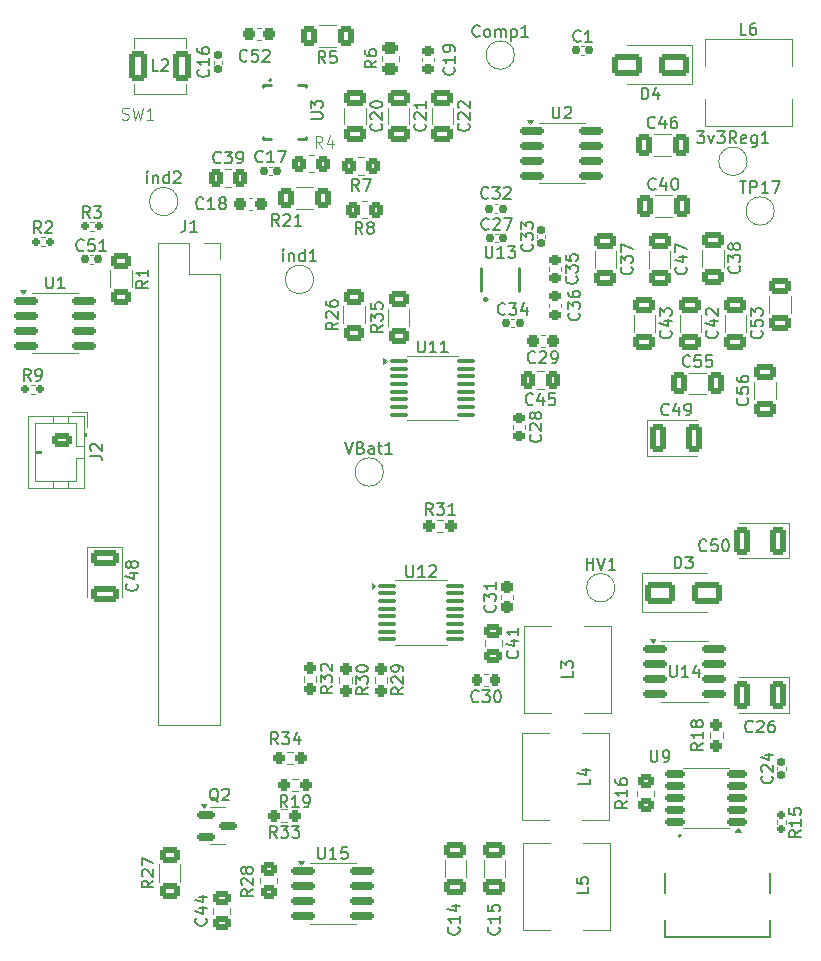
<source format=gbr>
%TF.GenerationSoftware,KiCad,Pcbnew,9.0.0*%
%TF.CreationDate,2025-05-16T05:55:15+02:00*%
%TF.ProjectId,EEE3088F Micromouse Design,45454533-3038-4384-9620-4d6963726f6d,rev?*%
%TF.SameCoordinates,Original*%
%TF.FileFunction,Legend,Top*%
%TF.FilePolarity,Positive*%
%FSLAX46Y46*%
G04 Gerber Fmt 4.6, Leading zero omitted, Abs format (unit mm)*
G04 Created by KiCad (PCBNEW 9.0.0) date 2025-05-16 05:55:15*
%MOMM*%
%LPD*%
G01*
G04 APERTURE LIST*
G04 Aperture macros list*
%AMRoundRect*
0 Rectangle with rounded corners*
0 $1 Rounding radius*
0 $2 $3 $4 $5 $6 $7 $8 $9 X,Y pos of 4 corners*
0 Add a 4 corners polygon primitive as box body*
4,1,4,$2,$3,$4,$5,$6,$7,$8,$9,$2,$3,0*
0 Add four circle primitives for the rounded corners*
1,1,$1+$1,$2,$3*
1,1,$1+$1,$4,$5*
1,1,$1+$1,$6,$7*
1,1,$1+$1,$8,$9*
0 Add four rect primitives between the rounded corners*
20,1,$1+$1,$2,$3,$4,$5,0*
20,1,$1+$1,$4,$5,$6,$7,0*
20,1,$1+$1,$6,$7,$8,$9,0*
20,1,$1+$1,$8,$9,$2,$3,0*%
G04 Aperture macros list end*
%ADD10C,0.150000*%
%ADD11C,0.125000*%
%ADD12C,0.100000*%
%ADD13C,0.120000*%
%ADD14C,0.254000*%
%ADD15C,0.129000*%
%ADD16C,0.127000*%
%ADD17C,0.200000*%
%ADD18C,0.010000*%
%ADD19RoundRect,0.250000X0.475000X-0.337500X0.475000X0.337500X-0.475000X0.337500X-0.475000X-0.337500X0*%
%ADD20RoundRect,0.237500X0.237500X-0.250000X0.237500X0.250000X-0.237500X0.250000X-0.237500X-0.250000X0*%
%ADD21RoundRect,0.250000X-0.625000X0.400000X-0.625000X-0.400000X0.625000X-0.400000X0.625000X0.400000X0*%
%ADD22RoundRect,0.250000X-0.350000X-0.450000X0.350000X-0.450000X0.350000X0.450000X-0.350000X0.450000X0*%
%ADD23RoundRect,0.250000X0.650000X-0.412500X0.650000X0.412500X-0.650000X0.412500X-0.650000X-0.412500X0*%
%ADD24RoundRect,0.225000X0.250000X-0.225000X0.250000X0.225000X-0.250000X0.225000X-0.250000X-0.225000X0*%
%ADD25RoundRect,0.250000X-0.475000X0.337500X-0.475000X-0.337500X0.475000X-0.337500X0.475000X0.337500X0*%
%ADD26RoundRect,0.250000X-0.650000X0.412500X-0.650000X-0.412500X0.650000X-0.412500X0.650000X0.412500X0*%
%ADD27R,2.200000X1.500000*%
%ADD28RoundRect,0.160000X-0.197500X-0.160000X0.197500X-0.160000X0.197500X0.160000X-0.197500X0.160000X0*%
%ADD29RoundRect,0.100000X-0.637500X-0.100000X0.637500X-0.100000X0.637500X0.100000X-0.637500X0.100000X0*%
%ADD30RoundRect,0.250000X-0.625000X0.350000X-0.625000X-0.350000X0.625000X-0.350000X0.625000X0.350000X0*%
%ADD31O,1.750000X1.200000*%
%ADD32RoundRect,0.237500X0.300000X0.237500X-0.300000X0.237500X-0.300000X-0.237500X0.300000X-0.237500X0*%
%ADD33C,2.000000*%
%ADD34RoundRect,0.250000X0.625000X-0.400000X0.625000X0.400000X-0.625000X0.400000X-0.625000X-0.400000X0*%
%ADD35RoundRect,0.155000X-0.212500X-0.155000X0.212500X-0.155000X0.212500X0.155000X-0.212500X0.155000X0*%
%ADD36R,0.600000X0.600000*%
%ADD37R,0.190000X0.600000*%
%ADD38R,2.550000X0.950000*%
%ADD39R,1.500000X2.200000*%
%ADD40RoundRect,0.225000X-0.250000X0.225000X-0.250000X-0.225000X0.250000X-0.225000X0.250000X0.225000X0*%
%ADD41RoundRect,0.250000X-0.450000X0.350000X-0.450000X-0.350000X0.450000X-0.350000X0.450000X0.350000X0*%
%ADD42RoundRect,0.150000X-0.825000X-0.150000X0.825000X-0.150000X0.825000X0.150000X-0.825000X0.150000X0*%
%ADD43RoundRect,0.250000X0.412500X0.925000X-0.412500X0.925000X-0.412500X-0.925000X0.412500X-0.925000X0*%
%ADD44RoundRect,0.250000X1.000000X0.650000X-1.000000X0.650000X-1.000000X-0.650000X1.000000X-0.650000X0*%
%ADD45RoundRect,0.250000X-1.000000X-0.650000X1.000000X-0.650000X1.000000X0.650000X-1.000000X0.650000X0*%
%ADD46RoundRect,0.225000X0.225000X0.250000X-0.225000X0.250000X-0.225000X-0.250000X0.225000X-0.250000X0*%
%ADD47RoundRect,0.250000X-0.412500X-0.650000X0.412500X-0.650000X0.412500X0.650000X-0.412500X0.650000X0*%
%ADD48RoundRect,0.250000X0.450000X-0.262500X0.450000X0.262500X-0.450000X0.262500X-0.450000X-0.262500X0*%
%ADD49RoundRect,0.250001X-0.499999X-0.999999X0.499999X-0.999999X0.499999X0.999999X-0.499999X0.999999X0*%
%ADD50RoundRect,0.160000X0.160000X-0.197500X0.160000X0.197500X-0.160000X0.197500X-0.160000X-0.197500X0*%
%ADD51RoundRect,0.250000X-0.412500X-0.925000X0.412500X-0.925000X0.412500X0.925000X-0.412500X0.925000X0*%
%ADD52RoundRect,0.250000X0.337500X0.475000X-0.337500X0.475000X-0.337500X-0.475000X0.337500X-0.475000X0*%
%ADD53RoundRect,0.237500X-0.237500X0.250000X-0.237500X-0.250000X0.237500X-0.250000X0.237500X0.250000X0*%
%ADD54RoundRect,0.250000X0.400000X0.625000X-0.400000X0.625000X-0.400000X-0.625000X0.400000X-0.625000X0*%
%ADD55R,0.244000X0.700000*%
%ADD56R,0.700000X0.244000*%
%ADD57C,1.524000*%
%ADD58RoundRect,0.150000X-0.587500X-0.150000X0.587500X-0.150000X0.587500X0.150000X-0.587500X0.150000X0*%
%ADD59RoundRect,0.155000X0.212500X0.155000X-0.212500X0.155000X-0.212500X-0.155000X0.212500X-0.155000X0*%
%ADD60RoundRect,0.250000X-0.337500X-0.475000X0.337500X-0.475000X0.337500X0.475000X-0.337500X0.475000X0*%
%ADD61RoundRect,0.250000X0.350000X0.450000X-0.350000X0.450000X-0.350000X-0.450000X0.350000X-0.450000X0*%
%ADD62R,2.000000X3.000000*%
%ADD63RoundRect,0.237500X-0.250000X-0.237500X0.250000X-0.237500X0.250000X0.237500X-0.250000X0.237500X0*%
%ADD64RoundRect,0.237500X0.237500X-0.300000X0.237500X0.300000X-0.237500X0.300000X-0.237500X-0.300000X0*%
%ADD65R,2.410000X3.300000*%
%ADD66RoundRect,0.237500X0.250000X0.237500X-0.250000X0.237500X-0.250000X-0.237500X0.250000X-0.237500X0*%
%ADD67R,1.700000X1.700000*%
%ADD68O,1.700000X1.700000*%
%ADD69RoundRect,0.155000X0.155000X-0.212500X0.155000X0.212500X-0.155000X0.212500X-0.155000X-0.212500X0*%
%ADD70C,0.600000*%
%ADD71O,1.104000X2.204000*%
%ADD72O,1.104000X1.904000*%
%ADD73RoundRect,0.250000X-0.925000X0.412500X-0.925000X-0.412500X0.925000X-0.412500X0.925000X0.412500X0*%
%ADD74RoundRect,0.150000X0.687500X0.150000X-0.687500X0.150000X-0.687500X-0.150000X0.687500X-0.150000X0*%
%ADD75R,2.100000X3.300000*%
%ADD76RoundRect,0.155000X-0.155000X0.212500X-0.155000X-0.212500X0.155000X-0.212500X0.155000X0.212500X0*%
G04 APERTURE END LIST*
D10*
X76985580Y-145954357D02*
X77033200Y-146001976D01*
X77033200Y-146001976D02*
X77080819Y-146144833D01*
X77080819Y-146144833D02*
X77080819Y-146240071D01*
X77080819Y-146240071D02*
X77033200Y-146382928D01*
X77033200Y-146382928D02*
X76937961Y-146478166D01*
X76937961Y-146478166D02*
X76842723Y-146525785D01*
X76842723Y-146525785D02*
X76652247Y-146573404D01*
X76652247Y-146573404D02*
X76509390Y-146573404D01*
X76509390Y-146573404D02*
X76318914Y-146525785D01*
X76318914Y-146525785D02*
X76223676Y-146478166D01*
X76223676Y-146478166D02*
X76128438Y-146382928D01*
X76128438Y-146382928D02*
X76080819Y-146240071D01*
X76080819Y-146240071D02*
X76080819Y-146144833D01*
X76080819Y-146144833D02*
X76128438Y-146001976D01*
X76128438Y-146001976D02*
X76176057Y-145954357D01*
X76414152Y-145097214D02*
X77080819Y-145097214D01*
X76033200Y-145335309D02*
X76747485Y-145573404D01*
X76747485Y-145573404D02*
X76747485Y-144954357D01*
X76414152Y-144144833D02*
X77080819Y-144144833D01*
X76033200Y-144382928D02*
X76747485Y-144621023D01*
X76747485Y-144621023D02*
X76747485Y-144001976D01*
X119060865Y-131116857D02*
X118584674Y-131450190D01*
X119060865Y-131688285D02*
X118060865Y-131688285D01*
X118060865Y-131688285D02*
X118060865Y-131307333D01*
X118060865Y-131307333D02*
X118108484Y-131212095D01*
X118108484Y-131212095D02*
X118156103Y-131164476D01*
X118156103Y-131164476D02*
X118251341Y-131116857D01*
X118251341Y-131116857D02*
X118394198Y-131116857D01*
X118394198Y-131116857D02*
X118489436Y-131164476D01*
X118489436Y-131164476D02*
X118537055Y-131212095D01*
X118537055Y-131212095D02*
X118584674Y-131307333D01*
X118584674Y-131307333D02*
X118584674Y-131688285D01*
X119060865Y-130164476D02*
X119060865Y-130735904D01*
X119060865Y-130450190D02*
X118060865Y-130450190D01*
X118060865Y-130450190D02*
X118203722Y-130545428D01*
X118203722Y-130545428D02*
X118298960Y-130640666D01*
X118298960Y-130640666D02*
X118346579Y-130735904D01*
X118489436Y-129593047D02*
X118441817Y-129688285D01*
X118441817Y-129688285D02*
X118394198Y-129735904D01*
X118394198Y-129735904D02*
X118298960Y-129783523D01*
X118298960Y-129783523D02*
X118251341Y-129783523D01*
X118251341Y-129783523D02*
X118156103Y-129735904D01*
X118156103Y-129735904D02*
X118108484Y-129688285D01*
X118108484Y-129688285D02*
X118060865Y-129593047D01*
X118060865Y-129593047D02*
X118060865Y-129402571D01*
X118060865Y-129402571D02*
X118108484Y-129307333D01*
X118108484Y-129307333D02*
X118156103Y-129259714D01*
X118156103Y-129259714D02*
X118251341Y-129212095D01*
X118251341Y-129212095D02*
X118298960Y-129212095D01*
X118298960Y-129212095D02*
X118394198Y-129259714D01*
X118394198Y-129259714D02*
X118441817Y-129307333D01*
X118441817Y-129307333D02*
X118489436Y-129402571D01*
X118489436Y-129402571D02*
X118489436Y-129593047D01*
X118489436Y-129593047D02*
X118537055Y-129688285D01*
X118537055Y-129688285D02*
X118584674Y-129735904D01*
X118584674Y-129735904D02*
X118679912Y-129783523D01*
X118679912Y-129783523D02*
X118870388Y-129783523D01*
X118870388Y-129783523D02*
X118965626Y-129735904D01*
X118965626Y-129735904D02*
X119013246Y-129688285D01*
X119013246Y-129688285D02*
X119060865Y-129593047D01*
X119060865Y-129593047D02*
X119060865Y-129402571D01*
X119060865Y-129402571D02*
X119013246Y-129307333D01*
X119013246Y-129307333D02*
X118965626Y-129259714D01*
X118965626Y-129259714D02*
X118870388Y-129212095D01*
X118870388Y-129212095D02*
X118679912Y-129212095D01*
X118679912Y-129212095D02*
X118584674Y-129259714D01*
X118584674Y-129259714D02*
X118537055Y-129307333D01*
X118537055Y-129307333D02*
X118489436Y-129402571D01*
X72080819Y-91990666D02*
X71604628Y-92323999D01*
X72080819Y-92562094D02*
X71080819Y-92562094D01*
X71080819Y-92562094D02*
X71080819Y-92181142D01*
X71080819Y-92181142D02*
X71128438Y-92085904D01*
X71128438Y-92085904D02*
X71176057Y-92038285D01*
X71176057Y-92038285D02*
X71271295Y-91990666D01*
X71271295Y-91990666D02*
X71414152Y-91990666D01*
X71414152Y-91990666D02*
X71509390Y-92038285D01*
X71509390Y-92038285D02*
X71557009Y-92085904D01*
X71557009Y-92085904D02*
X71604628Y-92181142D01*
X71604628Y-92181142D02*
X71604628Y-92562094D01*
X72080819Y-91038285D02*
X72080819Y-91609713D01*
X72080819Y-91323999D02*
X71080819Y-91323999D01*
X71080819Y-91323999D02*
X71223676Y-91419237D01*
X71223676Y-91419237D02*
X71318914Y-91514475D01*
X71318914Y-91514475D02*
X71366533Y-91609713D01*
D11*
X86839379Y-80730161D02*
X86506046Y-80253970D01*
X86267951Y-80730161D02*
X86267951Y-79730161D01*
X86267951Y-79730161D02*
X86648903Y-79730161D01*
X86648903Y-79730161D02*
X86744141Y-79777780D01*
X86744141Y-79777780D02*
X86791760Y-79825399D01*
X86791760Y-79825399D02*
X86839379Y-79920637D01*
X86839379Y-79920637D02*
X86839379Y-80063494D01*
X86839379Y-80063494D02*
X86791760Y-80158732D01*
X86791760Y-80158732D02*
X86744141Y-80206351D01*
X86744141Y-80206351D02*
X86648903Y-80253970D01*
X86648903Y-80253970D02*
X86267951Y-80253970D01*
X87696522Y-80063494D02*
X87696522Y-80730161D01*
X87458427Y-79682542D02*
X87220332Y-80396827D01*
X87220332Y-80396827D02*
X87839379Y-80396827D01*
D10*
X101765580Y-146716857D02*
X101813200Y-146764476D01*
X101813200Y-146764476D02*
X101860819Y-146907333D01*
X101860819Y-146907333D02*
X101860819Y-147002571D01*
X101860819Y-147002571D02*
X101813200Y-147145428D01*
X101813200Y-147145428D02*
X101717961Y-147240666D01*
X101717961Y-147240666D02*
X101622723Y-147288285D01*
X101622723Y-147288285D02*
X101432247Y-147335904D01*
X101432247Y-147335904D02*
X101289390Y-147335904D01*
X101289390Y-147335904D02*
X101098914Y-147288285D01*
X101098914Y-147288285D02*
X101003676Y-147240666D01*
X101003676Y-147240666D02*
X100908438Y-147145428D01*
X100908438Y-147145428D02*
X100860819Y-147002571D01*
X100860819Y-147002571D02*
X100860819Y-146907333D01*
X100860819Y-146907333D02*
X100908438Y-146764476D01*
X100908438Y-146764476D02*
X100956057Y-146716857D01*
X101860819Y-145764476D02*
X101860819Y-146335904D01*
X101860819Y-146050190D02*
X100860819Y-146050190D01*
X100860819Y-146050190D02*
X101003676Y-146145428D01*
X101003676Y-146145428D02*
X101098914Y-146240666D01*
X101098914Y-146240666D02*
X101146533Y-146335904D01*
X100860819Y-144859714D02*
X100860819Y-145335904D01*
X100860819Y-145335904D02*
X101337009Y-145383523D01*
X101337009Y-145383523D02*
X101289390Y-145335904D01*
X101289390Y-145335904D02*
X101241771Y-145240666D01*
X101241771Y-145240666D02*
X101241771Y-145002571D01*
X101241771Y-145002571D02*
X101289390Y-144907333D01*
X101289390Y-144907333D02*
X101337009Y-144859714D01*
X101337009Y-144859714D02*
X101432247Y-144812095D01*
X101432247Y-144812095D02*
X101670342Y-144812095D01*
X101670342Y-144812095D02*
X101765580Y-144859714D01*
X101765580Y-144859714D02*
X101813200Y-144907333D01*
X101813200Y-144907333D02*
X101860819Y-145002571D01*
X101860819Y-145002571D02*
X101860819Y-145240666D01*
X101860819Y-145240666D02*
X101813200Y-145335904D01*
X101813200Y-145335904D02*
X101765580Y-145383523D01*
X97965626Y-73916857D02*
X98013246Y-73964476D01*
X98013246Y-73964476D02*
X98060865Y-74107333D01*
X98060865Y-74107333D02*
X98060865Y-74202571D01*
X98060865Y-74202571D02*
X98013246Y-74345428D01*
X98013246Y-74345428D02*
X97918007Y-74440666D01*
X97918007Y-74440666D02*
X97822769Y-74488285D01*
X97822769Y-74488285D02*
X97632293Y-74535904D01*
X97632293Y-74535904D02*
X97489436Y-74535904D01*
X97489436Y-74535904D02*
X97298960Y-74488285D01*
X97298960Y-74488285D02*
X97203722Y-74440666D01*
X97203722Y-74440666D02*
X97108484Y-74345428D01*
X97108484Y-74345428D02*
X97060865Y-74202571D01*
X97060865Y-74202571D02*
X97060865Y-74107333D01*
X97060865Y-74107333D02*
X97108484Y-73964476D01*
X97108484Y-73964476D02*
X97156103Y-73916857D01*
X98060865Y-72964476D02*
X98060865Y-73535904D01*
X98060865Y-73250190D02*
X97060865Y-73250190D01*
X97060865Y-73250190D02*
X97203722Y-73345428D01*
X97203722Y-73345428D02*
X97298960Y-73440666D01*
X97298960Y-73440666D02*
X97346579Y-73535904D01*
X98060865Y-72488285D02*
X98060865Y-72297809D01*
X98060865Y-72297809D02*
X98013246Y-72202571D01*
X98013246Y-72202571D02*
X97965626Y-72154952D01*
X97965626Y-72154952D02*
X97822769Y-72059714D01*
X97822769Y-72059714D02*
X97632293Y-72012095D01*
X97632293Y-72012095D02*
X97251341Y-72012095D01*
X97251341Y-72012095D02*
X97156103Y-72059714D01*
X97156103Y-72059714D02*
X97108484Y-72107333D01*
X97108484Y-72107333D02*
X97060865Y-72202571D01*
X97060865Y-72202571D02*
X97060865Y-72393047D01*
X97060865Y-72393047D02*
X97108484Y-72488285D01*
X97108484Y-72488285D02*
X97156103Y-72535904D01*
X97156103Y-72535904D02*
X97251341Y-72583523D01*
X97251341Y-72583523D02*
X97489436Y-72583523D01*
X97489436Y-72583523D02*
X97584674Y-72535904D01*
X97584674Y-72535904D02*
X97632293Y-72488285D01*
X97632293Y-72488285D02*
X97679912Y-72393047D01*
X97679912Y-72393047D02*
X97679912Y-72202571D01*
X97679912Y-72202571D02*
X97632293Y-72107333D01*
X97632293Y-72107333D02*
X97584674Y-72059714D01*
X97584674Y-72059714D02*
X97489436Y-72012095D01*
X103345580Y-123316857D02*
X103393200Y-123364476D01*
X103393200Y-123364476D02*
X103440819Y-123507333D01*
X103440819Y-123507333D02*
X103440819Y-123602571D01*
X103440819Y-123602571D02*
X103393200Y-123745428D01*
X103393200Y-123745428D02*
X103297961Y-123840666D01*
X103297961Y-123840666D02*
X103202723Y-123888285D01*
X103202723Y-123888285D02*
X103012247Y-123935904D01*
X103012247Y-123935904D02*
X102869390Y-123935904D01*
X102869390Y-123935904D02*
X102678914Y-123888285D01*
X102678914Y-123888285D02*
X102583676Y-123840666D01*
X102583676Y-123840666D02*
X102488438Y-123745428D01*
X102488438Y-123745428D02*
X102440819Y-123602571D01*
X102440819Y-123602571D02*
X102440819Y-123507333D01*
X102440819Y-123507333D02*
X102488438Y-123364476D01*
X102488438Y-123364476D02*
X102536057Y-123316857D01*
X102774152Y-122459714D02*
X103440819Y-122459714D01*
X102393200Y-122697809D02*
X103107485Y-122935904D01*
X103107485Y-122935904D02*
X103107485Y-122316857D01*
X103440819Y-121412095D02*
X103440819Y-121983523D01*
X103440819Y-121697809D02*
X102440819Y-121697809D01*
X102440819Y-121697809D02*
X102583676Y-121793047D01*
X102583676Y-121793047D02*
X102678914Y-121888285D01*
X102678914Y-121888285D02*
X102726533Y-121983523D01*
X99215580Y-78679357D02*
X99263200Y-78726976D01*
X99263200Y-78726976D02*
X99310819Y-78869833D01*
X99310819Y-78869833D02*
X99310819Y-78965071D01*
X99310819Y-78965071D02*
X99263200Y-79107928D01*
X99263200Y-79107928D02*
X99167961Y-79203166D01*
X99167961Y-79203166D02*
X99072723Y-79250785D01*
X99072723Y-79250785D02*
X98882247Y-79298404D01*
X98882247Y-79298404D02*
X98739390Y-79298404D01*
X98739390Y-79298404D02*
X98548914Y-79250785D01*
X98548914Y-79250785D02*
X98453676Y-79203166D01*
X98453676Y-79203166D02*
X98358438Y-79107928D01*
X98358438Y-79107928D02*
X98310819Y-78965071D01*
X98310819Y-78965071D02*
X98310819Y-78869833D01*
X98310819Y-78869833D02*
X98358438Y-78726976D01*
X98358438Y-78726976D02*
X98406057Y-78679357D01*
X98406057Y-78298404D02*
X98358438Y-78250785D01*
X98358438Y-78250785D02*
X98310819Y-78155547D01*
X98310819Y-78155547D02*
X98310819Y-77917452D01*
X98310819Y-77917452D02*
X98358438Y-77822214D01*
X98358438Y-77822214D02*
X98406057Y-77774595D01*
X98406057Y-77774595D02*
X98501295Y-77726976D01*
X98501295Y-77726976D02*
X98596533Y-77726976D01*
X98596533Y-77726976D02*
X98739390Y-77774595D01*
X98739390Y-77774595D02*
X99310819Y-78346023D01*
X99310819Y-78346023D02*
X99310819Y-77726976D01*
X98406057Y-77346023D02*
X98358438Y-77298404D01*
X98358438Y-77298404D02*
X98310819Y-77203166D01*
X98310819Y-77203166D02*
X98310819Y-76965071D01*
X98310819Y-76965071D02*
X98358438Y-76869833D01*
X98358438Y-76869833D02*
X98406057Y-76822214D01*
X98406057Y-76822214D02*
X98501295Y-76774595D01*
X98501295Y-76774595D02*
X98596533Y-76774595D01*
X98596533Y-76774595D02*
X98739390Y-76822214D01*
X98739390Y-76822214D02*
X99310819Y-77393642D01*
X99310819Y-77393642D02*
X99310819Y-76774595D01*
X122815580Y-101916857D02*
X122863200Y-101964476D01*
X122863200Y-101964476D02*
X122910819Y-102107333D01*
X122910819Y-102107333D02*
X122910819Y-102202571D01*
X122910819Y-102202571D02*
X122863200Y-102345428D01*
X122863200Y-102345428D02*
X122767961Y-102440666D01*
X122767961Y-102440666D02*
X122672723Y-102488285D01*
X122672723Y-102488285D02*
X122482247Y-102535904D01*
X122482247Y-102535904D02*
X122339390Y-102535904D01*
X122339390Y-102535904D02*
X122148914Y-102488285D01*
X122148914Y-102488285D02*
X122053676Y-102440666D01*
X122053676Y-102440666D02*
X121958438Y-102345428D01*
X121958438Y-102345428D02*
X121910819Y-102202571D01*
X121910819Y-102202571D02*
X121910819Y-102107333D01*
X121910819Y-102107333D02*
X121958438Y-101964476D01*
X121958438Y-101964476D02*
X122006057Y-101916857D01*
X121910819Y-101012095D02*
X121910819Y-101488285D01*
X121910819Y-101488285D02*
X122387009Y-101535904D01*
X122387009Y-101535904D02*
X122339390Y-101488285D01*
X122339390Y-101488285D02*
X122291771Y-101393047D01*
X122291771Y-101393047D02*
X122291771Y-101154952D01*
X122291771Y-101154952D02*
X122339390Y-101059714D01*
X122339390Y-101059714D02*
X122387009Y-101012095D01*
X122387009Y-101012095D02*
X122482247Y-100964476D01*
X122482247Y-100964476D02*
X122720342Y-100964476D01*
X122720342Y-100964476D02*
X122815580Y-101012095D01*
X122815580Y-101012095D02*
X122863200Y-101059714D01*
X122863200Y-101059714D02*
X122910819Y-101154952D01*
X122910819Y-101154952D02*
X122910819Y-101393047D01*
X122910819Y-101393047D02*
X122863200Y-101488285D01*
X122863200Y-101488285D02*
X122815580Y-101535904D01*
X121910819Y-100107333D02*
X121910819Y-100297809D01*
X121910819Y-100297809D02*
X121958438Y-100393047D01*
X121958438Y-100393047D02*
X122006057Y-100440666D01*
X122006057Y-100440666D02*
X122148914Y-100535904D01*
X122148914Y-100535904D02*
X122339390Y-100583523D01*
X122339390Y-100583523D02*
X122720342Y-100583523D01*
X122720342Y-100583523D02*
X122815580Y-100535904D01*
X122815580Y-100535904D02*
X122863200Y-100488285D01*
X122863200Y-100488285D02*
X122910819Y-100393047D01*
X122910819Y-100393047D02*
X122910819Y-100202571D01*
X122910819Y-100202571D02*
X122863200Y-100107333D01*
X122863200Y-100107333D02*
X122815580Y-100059714D01*
X122815580Y-100059714D02*
X122720342Y-100012095D01*
X122720342Y-100012095D02*
X122482247Y-100012095D01*
X122482247Y-100012095D02*
X122387009Y-100059714D01*
X122387009Y-100059714D02*
X122339390Y-100107333D01*
X122339390Y-100107333D02*
X122291771Y-100202571D01*
X122291771Y-100202571D02*
X122291771Y-100393047D01*
X122291771Y-100393047D02*
X122339390Y-100488285D01*
X122339390Y-100488285D02*
X122387009Y-100535904D01*
X122387009Y-100535904D02*
X122482247Y-100583523D01*
X108060819Y-125040666D02*
X108060819Y-125516856D01*
X108060819Y-125516856D02*
X107060819Y-125516856D01*
X107060819Y-124802570D02*
X107060819Y-124183523D01*
X107060819Y-124183523D02*
X107441771Y-124516856D01*
X107441771Y-124516856D02*
X107441771Y-124373999D01*
X107441771Y-124373999D02*
X107489390Y-124278761D01*
X107489390Y-124278761D02*
X107537009Y-124231142D01*
X107537009Y-124231142D02*
X107632247Y-124183523D01*
X107632247Y-124183523D02*
X107870342Y-124183523D01*
X107870342Y-124183523D02*
X107965580Y-124231142D01*
X107965580Y-124231142D02*
X108013200Y-124278761D01*
X108013200Y-124278761D02*
X108060819Y-124373999D01*
X108060819Y-124373999D02*
X108060819Y-124659713D01*
X108060819Y-124659713D02*
X108013200Y-124754951D01*
X108013200Y-124754951D02*
X107965580Y-124802570D01*
X91815580Y-78679357D02*
X91863200Y-78726976D01*
X91863200Y-78726976D02*
X91910819Y-78869833D01*
X91910819Y-78869833D02*
X91910819Y-78965071D01*
X91910819Y-78965071D02*
X91863200Y-79107928D01*
X91863200Y-79107928D02*
X91767961Y-79203166D01*
X91767961Y-79203166D02*
X91672723Y-79250785D01*
X91672723Y-79250785D02*
X91482247Y-79298404D01*
X91482247Y-79298404D02*
X91339390Y-79298404D01*
X91339390Y-79298404D02*
X91148914Y-79250785D01*
X91148914Y-79250785D02*
X91053676Y-79203166D01*
X91053676Y-79203166D02*
X90958438Y-79107928D01*
X90958438Y-79107928D02*
X90910819Y-78965071D01*
X90910819Y-78965071D02*
X90910819Y-78869833D01*
X90910819Y-78869833D02*
X90958438Y-78726976D01*
X90958438Y-78726976D02*
X91006057Y-78679357D01*
X91006057Y-78298404D02*
X90958438Y-78250785D01*
X90958438Y-78250785D02*
X90910819Y-78155547D01*
X90910819Y-78155547D02*
X90910819Y-77917452D01*
X90910819Y-77917452D02*
X90958438Y-77822214D01*
X90958438Y-77822214D02*
X91006057Y-77774595D01*
X91006057Y-77774595D02*
X91101295Y-77726976D01*
X91101295Y-77726976D02*
X91196533Y-77726976D01*
X91196533Y-77726976D02*
X91339390Y-77774595D01*
X91339390Y-77774595D02*
X91910819Y-78346023D01*
X91910819Y-78346023D02*
X91910819Y-77726976D01*
X90910819Y-77107928D02*
X90910819Y-77012690D01*
X90910819Y-77012690D02*
X90958438Y-76917452D01*
X90958438Y-76917452D02*
X91006057Y-76869833D01*
X91006057Y-76869833D02*
X91101295Y-76822214D01*
X91101295Y-76822214D02*
X91291771Y-76774595D01*
X91291771Y-76774595D02*
X91529866Y-76774595D01*
X91529866Y-76774595D02*
X91720342Y-76822214D01*
X91720342Y-76822214D02*
X91815580Y-76869833D01*
X91815580Y-76869833D02*
X91863200Y-76917452D01*
X91863200Y-76917452D02*
X91910819Y-77012690D01*
X91910819Y-77012690D02*
X91910819Y-77107928D01*
X91910819Y-77107928D02*
X91863200Y-77203166D01*
X91863200Y-77203166D02*
X91815580Y-77250785D01*
X91815580Y-77250785D02*
X91720342Y-77298404D01*
X91720342Y-77298404D02*
X91529866Y-77346023D01*
X91529866Y-77346023D02*
X91291771Y-77346023D01*
X91291771Y-77346023D02*
X91101295Y-77298404D01*
X91101295Y-77298404D02*
X91006057Y-77250785D01*
X91006057Y-77250785D02*
X90958438Y-77203166D01*
X90958438Y-77203166D02*
X90910819Y-77107928D01*
X90239333Y-88028819D02*
X89906000Y-87552628D01*
X89667905Y-88028819D02*
X89667905Y-87028819D01*
X89667905Y-87028819D02*
X90048857Y-87028819D01*
X90048857Y-87028819D02*
X90144095Y-87076438D01*
X90144095Y-87076438D02*
X90191714Y-87124057D01*
X90191714Y-87124057D02*
X90239333Y-87219295D01*
X90239333Y-87219295D02*
X90239333Y-87362152D01*
X90239333Y-87362152D02*
X90191714Y-87457390D01*
X90191714Y-87457390D02*
X90144095Y-87505009D01*
X90144095Y-87505009D02*
X90048857Y-87552628D01*
X90048857Y-87552628D02*
X89667905Y-87552628D01*
X90810762Y-87457390D02*
X90715524Y-87409771D01*
X90715524Y-87409771D02*
X90667905Y-87362152D01*
X90667905Y-87362152D02*
X90620286Y-87266914D01*
X90620286Y-87266914D02*
X90620286Y-87219295D01*
X90620286Y-87219295D02*
X90667905Y-87124057D01*
X90667905Y-87124057D02*
X90715524Y-87076438D01*
X90715524Y-87076438D02*
X90810762Y-87028819D01*
X90810762Y-87028819D02*
X91001238Y-87028819D01*
X91001238Y-87028819D02*
X91096476Y-87076438D01*
X91096476Y-87076438D02*
X91144095Y-87124057D01*
X91144095Y-87124057D02*
X91191714Y-87219295D01*
X91191714Y-87219295D02*
X91191714Y-87266914D01*
X91191714Y-87266914D02*
X91144095Y-87362152D01*
X91144095Y-87362152D02*
X91096476Y-87409771D01*
X91096476Y-87409771D02*
X91001238Y-87457390D01*
X91001238Y-87457390D02*
X90810762Y-87457390D01*
X90810762Y-87457390D02*
X90715524Y-87505009D01*
X90715524Y-87505009D02*
X90667905Y-87552628D01*
X90667905Y-87552628D02*
X90620286Y-87647866D01*
X90620286Y-87647866D02*
X90620286Y-87838342D01*
X90620286Y-87838342D02*
X90667905Y-87933580D01*
X90667905Y-87933580D02*
X90715524Y-87981200D01*
X90715524Y-87981200D02*
X90810762Y-88028819D01*
X90810762Y-88028819D02*
X91001238Y-88028819D01*
X91001238Y-88028819D02*
X91096476Y-87981200D01*
X91096476Y-87981200D02*
X91144095Y-87933580D01*
X91144095Y-87933580D02*
X91191714Y-87838342D01*
X91191714Y-87838342D02*
X91191714Y-87647866D01*
X91191714Y-87647866D02*
X91144095Y-87552628D01*
X91144095Y-87552628D02*
X91096476Y-87505009D01*
X91096476Y-87505009D02*
X91001238Y-87457390D01*
X63039333Y-87958819D02*
X62706000Y-87482628D01*
X62467905Y-87958819D02*
X62467905Y-86958819D01*
X62467905Y-86958819D02*
X62848857Y-86958819D01*
X62848857Y-86958819D02*
X62944095Y-87006438D01*
X62944095Y-87006438D02*
X62991714Y-87054057D01*
X62991714Y-87054057D02*
X63039333Y-87149295D01*
X63039333Y-87149295D02*
X63039333Y-87292152D01*
X63039333Y-87292152D02*
X62991714Y-87387390D01*
X62991714Y-87387390D02*
X62944095Y-87435009D01*
X62944095Y-87435009D02*
X62848857Y-87482628D01*
X62848857Y-87482628D02*
X62467905Y-87482628D01*
X63420286Y-87054057D02*
X63467905Y-87006438D01*
X63467905Y-87006438D02*
X63563143Y-86958819D01*
X63563143Y-86958819D02*
X63801238Y-86958819D01*
X63801238Y-86958819D02*
X63896476Y-87006438D01*
X63896476Y-87006438D02*
X63944095Y-87054057D01*
X63944095Y-87054057D02*
X63991714Y-87149295D01*
X63991714Y-87149295D02*
X63991714Y-87244533D01*
X63991714Y-87244533D02*
X63944095Y-87387390D01*
X63944095Y-87387390D02*
X63372667Y-87958819D01*
X63372667Y-87958819D02*
X63991714Y-87958819D01*
X94930405Y-97053819D02*
X94930405Y-97863342D01*
X94930405Y-97863342D02*
X94978024Y-97958580D01*
X94978024Y-97958580D02*
X95025643Y-98006200D01*
X95025643Y-98006200D02*
X95120881Y-98053819D01*
X95120881Y-98053819D02*
X95311357Y-98053819D01*
X95311357Y-98053819D02*
X95406595Y-98006200D01*
X95406595Y-98006200D02*
X95454214Y-97958580D01*
X95454214Y-97958580D02*
X95501833Y-97863342D01*
X95501833Y-97863342D02*
X95501833Y-97053819D01*
X96501833Y-98053819D02*
X95930405Y-98053819D01*
X96216119Y-98053819D02*
X96216119Y-97053819D01*
X96216119Y-97053819D02*
X96120881Y-97196676D01*
X96120881Y-97196676D02*
X96025643Y-97291914D01*
X96025643Y-97291914D02*
X95930405Y-97339533D01*
X97454214Y-98053819D02*
X96882786Y-98053819D01*
X97168500Y-98053819D02*
X97168500Y-97053819D01*
X97168500Y-97053819D02*
X97073262Y-97196676D01*
X97073262Y-97196676D02*
X96978024Y-97291914D01*
X96978024Y-97291914D02*
X96882786Y-97339533D01*
X117615580Y-90816857D02*
X117663200Y-90864476D01*
X117663200Y-90864476D02*
X117710819Y-91007333D01*
X117710819Y-91007333D02*
X117710819Y-91102571D01*
X117710819Y-91102571D02*
X117663200Y-91245428D01*
X117663200Y-91245428D02*
X117567961Y-91340666D01*
X117567961Y-91340666D02*
X117472723Y-91388285D01*
X117472723Y-91388285D02*
X117282247Y-91435904D01*
X117282247Y-91435904D02*
X117139390Y-91435904D01*
X117139390Y-91435904D02*
X116948914Y-91388285D01*
X116948914Y-91388285D02*
X116853676Y-91340666D01*
X116853676Y-91340666D02*
X116758438Y-91245428D01*
X116758438Y-91245428D02*
X116710819Y-91102571D01*
X116710819Y-91102571D02*
X116710819Y-91007333D01*
X116710819Y-91007333D02*
X116758438Y-90864476D01*
X116758438Y-90864476D02*
X116806057Y-90816857D01*
X117044152Y-89959714D02*
X117710819Y-89959714D01*
X116663200Y-90197809D02*
X117377485Y-90435904D01*
X117377485Y-90435904D02*
X117377485Y-89816857D01*
X116710819Y-89531142D02*
X116710819Y-88864476D01*
X116710819Y-88864476D02*
X117710819Y-89293047D01*
X67170819Y-106797333D02*
X67885104Y-106797333D01*
X67885104Y-106797333D02*
X68027961Y-106844952D01*
X68027961Y-106844952D02*
X68123200Y-106940190D01*
X68123200Y-106940190D02*
X68170819Y-107083047D01*
X68170819Y-107083047D02*
X68170819Y-107178285D01*
X67266057Y-106368761D02*
X67218438Y-106321142D01*
X67218438Y-106321142D02*
X67170819Y-106225904D01*
X67170819Y-106225904D02*
X67170819Y-105987809D01*
X67170819Y-105987809D02*
X67218438Y-105892571D01*
X67218438Y-105892571D02*
X67266057Y-105844952D01*
X67266057Y-105844952D02*
X67361295Y-105797333D01*
X67361295Y-105797333D02*
X67456533Y-105797333D01*
X67456533Y-105797333D02*
X67599390Y-105844952D01*
X67599390Y-105844952D02*
X68170819Y-106416380D01*
X68170819Y-106416380D02*
X68170819Y-105797333D01*
X104863142Y-98863580D02*
X104815523Y-98911200D01*
X104815523Y-98911200D02*
X104672666Y-98958819D01*
X104672666Y-98958819D02*
X104577428Y-98958819D01*
X104577428Y-98958819D02*
X104434571Y-98911200D01*
X104434571Y-98911200D02*
X104339333Y-98815961D01*
X104339333Y-98815961D02*
X104291714Y-98720723D01*
X104291714Y-98720723D02*
X104244095Y-98530247D01*
X104244095Y-98530247D02*
X104244095Y-98387390D01*
X104244095Y-98387390D02*
X104291714Y-98196914D01*
X104291714Y-98196914D02*
X104339333Y-98101676D01*
X104339333Y-98101676D02*
X104434571Y-98006438D01*
X104434571Y-98006438D02*
X104577428Y-97958819D01*
X104577428Y-97958819D02*
X104672666Y-97958819D01*
X104672666Y-97958819D02*
X104815523Y-98006438D01*
X104815523Y-98006438D02*
X104863142Y-98054057D01*
X105244095Y-98054057D02*
X105291714Y-98006438D01*
X105291714Y-98006438D02*
X105386952Y-97958819D01*
X105386952Y-97958819D02*
X105625047Y-97958819D01*
X105625047Y-97958819D02*
X105720285Y-98006438D01*
X105720285Y-98006438D02*
X105767904Y-98054057D01*
X105767904Y-98054057D02*
X105815523Y-98149295D01*
X105815523Y-98149295D02*
X105815523Y-98244533D01*
X105815523Y-98244533D02*
X105767904Y-98387390D01*
X105767904Y-98387390D02*
X105196476Y-98958819D01*
X105196476Y-98958819D02*
X105815523Y-98958819D01*
X106291714Y-98958819D02*
X106482190Y-98958819D01*
X106482190Y-98958819D02*
X106577428Y-98911200D01*
X106577428Y-98911200D02*
X106625047Y-98863580D01*
X106625047Y-98863580D02*
X106720285Y-98720723D01*
X106720285Y-98720723D02*
X106767904Y-98530247D01*
X106767904Y-98530247D02*
X106767904Y-98149295D01*
X106767904Y-98149295D02*
X106720285Y-98054057D01*
X106720285Y-98054057D02*
X106672666Y-98006438D01*
X106672666Y-98006438D02*
X106577428Y-97958819D01*
X106577428Y-97958819D02*
X106386952Y-97958819D01*
X106386952Y-97958819D02*
X106291714Y-98006438D01*
X106291714Y-98006438D02*
X106244095Y-98054057D01*
X106244095Y-98054057D02*
X106196476Y-98149295D01*
X106196476Y-98149295D02*
X106196476Y-98387390D01*
X106196476Y-98387390D02*
X106244095Y-98482628D01*
X106244095Y-98482628D02*
X106291714Y-98530247D01*
X106291714Y-98530247D02*
X106386952Y-98577866D01*
X106386952Y-98577866D02*
X106577428Y-98577866D01*
X106577428Y-98577866D02*
X106672666Y-98530247D01*
X106672666Y-98530247D02*
X106720285Y-98482628D01*
X106720285Y-98482628D02*
X106767904Y-98387390D01*
X83525048Y-90330819D02*
X83525048Y-89664152D01*
X83525048Y-89330819D02*
X83477429Y-89378438D01*
X83477429Y-89378438D02*
X83525048Y-89426057D01*
X83525048Y-89426057D02*
X83572667Y-89378438D01*
X83572667Y-89378438D02*
X83525048Y-89330819D01*
X83525048Y-89330819D02*
X83525048Y-89426057D01*
X84001238Y-89664152D02*
X84001238Y-90330819D01*
X84001238Y-89759390D02*
X84048857Y-89711771D01*
X84048857Y-89711771D02*
X84144095Y-89664152D01*
X84144095Y-89664152D02*
X84286952Y-89664152D01*
X84286952Y-89664152D02*
X84382190Y-89711771D01*
X84382190Y-89711771D02*
X84429809Y-89807009D01*
X84429809Y-89807009D02*
X84429809Y-90330819D01*
X85334571Y-90330819D02*
X85334571Y-89330819D01*
X85334571Y-90283200D02*
X85239333Y-90330819D01*
X85239333Y-90330819D02*
X85048857Y-90330819D01*
X85048857Y-90330819D02*
X84953619Y-90283200D01*
X84953619Y-90283200D02*
X84906000Y-90235580D01*
X84906000Y-90235580D02*
X84858381Y-90140342D01*
X84858381Y-90140342D02*
X84858381Y-89854628D01*
X84858381Y-89854628D02*
X84906000Y-89759390D01*
X84906000Y-89759390D02*
X84953619Y-89711771D01*
X84953619Y-89711771D02*
X85048857Y-89664152D01*
X85048857Y-89664152D02*
X85239333Y-89664152D01*
X85239333Y-89664152D02*
X85334571Y-89711771D01*
X86334571Y-90330819D02*
X85763143Y-90330819D01*
X86048857Y-90330819D02*
X86048857Y-89330819D01*
X86048857Y-89330819D02*
X85953619Y-89473676D01*
X85953619Y-89473676D02*
X85858381Y-89568914D01*
X85858381Y-89568914D02*
X85763143Y-89616533D01*
X72540819Y-142766857D02*
X72064628Y-143100190D01*
X72540819Y-143338285D02*
X71540819Y-143338285D01*
X71540819Y-143338285D02*
X71540819Y-142957333D01*
X71540819Y-142957333D02*
X71588438Y-142862095D01*
X71588438Y-142862095D02*
X71636057Y-142814476D01*
X71636057Y-142814476D02*
X71731295Y-142766857D01*
X71731295Y-142766857D02*
X71874152Y-142766857D01*
X71874152Y-142766857D02*
X71969390Y-142814476D01*
X71969390Y-142814476D02*
X72017009Y-142862095D01*
X72017009Y-142862095D02*
X72064628Y-142957333D01*
X72064628Y-142957333D02*
X72064628Y-143338285D01*
X71636057Y-142385904D02*
X71588438Y-142338285D01*
X71588438Y-142338285D02*
X71540819Y-142243047D01*
X71540819Y-142243047D02*
X71540819Y-142004952D01*
X71540819Y-142004952D02*
X71588438Y-141909714D01*
X71588438Y-141909714D02*
X71636057Y-141862095D01*
X71636057Y-141862095D02*
X71731295Y-141814476D01*
X71731295Y-141814476D02*
X71826533Y-141814476D01*
X71826533Y-141814476D02*
X71969390Y-141862095D01*
X71969390Y-141862095D02*
X72540819Y-142433523D01*
X72540819Y-142433523D02*
X72540819Y-141814476D01*
X71540819Y-141481142D02*
X71540819Y-140814476D01*
X71540819Y-140814476D02*
X72540819Y-141243047D01*
X108706833Y-71673580D02*
X108659214Y-71721200D01*
X108659214Y-71721200D02*
X108516357Y-71768819D01*
X108516357Y-71768819D02*
X108421119Y-71768819D01*
X108421119Y-71768819D02*
X108278262Y-71721200D01*
X108278262Y-71721200D02*
X108183024Y-71625961D01*
X108183024Y-71625961D02*
X108135405Y-71530723D01*
X108135405Y-71530723D02*
X108087786Y-71340247D01*
X108087786Y-71340247D02*
X108087786Y-71197390D01*
X108087786Y-71197390D02*
X108135405Y-71006914D01*
X108135405Y-71006914D02*
X108183024Y-70911676D01*
X108183024Y-70911676D02*
X108278262Y-70816438D01*
X108278262Y-70816438D02*
X108421119Y-70768819D01*
X108421119Y-70768819D02*
X108516357Y-70768819D01*
X108516357Y-70768819D02*
X108659214Y-70816438D01*
X108659214Y-70816438D02*
X108706833Y-70864057D01*
X109659214Y-71768819D02*
X109087786Y-71768819D01*
X109373500Y-71768819D02*
X109373500Y-70768819D01*
X109373500Y-70768819D02*
X109278262Y-70911676D01*
X109278262Y-70911676D02*
X109183024Y-71006914D01*
X109183024Y-71006914D02*
X109087786Y-71054533D01*
X102325642Y-94773580D02*
X102278023Y-94821200D01*
X102278023Y-94821200D02*
X102135166Y-94868819D01*
X102135166Y-94868819D02*
X102039928Y-94868819D01*
X102039928Y-94868819D02*
X101897071Y-94821200D01*
X101897071Y-94821200D02*
X101801833Y-94725961D01*
X101801833Y-94725961D02*
X101754214Y-94630723D01*
X101754214Y-94630723D02*
X101706595Y-94440247D01*
X101706595Y-94440247D02*
X101706595Y-94297390D01*
X101706595Y-94297390D02*
X101754214Y-94106914D01*
X101754214Y-94106914D02*
X101801833Y-94011676D01*
X101801833Y-94011676D02*
X101897071Y-93916438D01*
X101897071Y-93916438D02*
X102039928Y-93868819D01*
X102039928Y-93868819D02*
X102135166Y-93868819D01*
X102135166Y-93868819D02*
X102278023Y-93916438D01*
X102278023Y-93916438D02*
X102325642Y-93964057D01*
X102658976Y-93868819D02*
X103278023Y-93868819D01*
X103278023Y-93868819D02*
X102944690Y-94249771D01*
X102944690Y-94249771D02*
X103087547Y-94249771D01*
X103087547Y-94249771D02*
X103182785Y-94297390D01*
X103182785Y-94297390D02*
X103230404Y-94345009D01*
X103230404Y-94345009D02*
X103278023Y-94440247D01*
X103278023Y-94440247D02*
X103278023Y-94678342D01*
X103278023Y-94678342D02*
X103230404Y-94773580D01*
X103230404Y-94773580D02*
X103182785Y-94821200D01*
X103182785Y-94821200D02*
X103087547Y-94868819D01*
X103087547Y-94868819D02*
X102801833Y-94868819D01*
X102801833Y-94868819D02*
X102706595Y-94821200D01*
X102706595Y-94821200D02*
X102658976Y-94773580D01*
X104135166Y-94202152D02*
X104135166Y-94868819D01*
X103897071Y-93821200D02*
X103658976Y-94535485D01*
X103658976Y-94535485D02*
X104278023Y-94535485D01*
X100655405Y-89046819D02*
X100655405Y-89856342D01*
X100655405Y-89856342D02*
X100703024Y-89951580D01*
X100703024Y-89951580D02*
X100750643Y-89999200D01*
X100750643Y-89999200D02*
X100845881Y-90046819D01*
X100845881Y-90046819D02*
X101036357Y-90046819D01*
X101036357Y-90046819D02*
X101131595Y-89999200D01*
X101131595Y-89999200D02*
X101179214Y-89951580D01*
X101179214Y-89951580D02*
X101226833Y-89856342D01*
X101226833Y-89856342D02*
X101226833Y-89046819D01*
X102226833Y-90046819D02*
X101655405Y-90046819D01*
X101941119Y-90046819D02*
X101941119Y-89046819D01*
X101941119Y-89046819D02*
X101845881Y-89189676D01*
X101845881Y-89189676D02*
X101750643Y-89284914D01*
X101750643Y-89284914D02*
X101655405Y-89332533D01*
X102560167Y-89046819D02*
X103179214Y-89046819D01*
X103179214Y-89046819D02*
X102845881Y-89427771D01*
X102845881Y-89427771D02*
X102988738Y-89427771D01*
X102988738Y-89427771D02*
X103083976Y-89475390D01*
X103083976Y-89475390D02*
X103131595Y-89523009D01*
X103131595Y-89523009D02*
X103179214Y-89618247D01*
X103179214Y-89618247D02*
X103179214Y-89856342D01*
X103179214Y-89856342D02*
X103131595Y-89951580D01*
X103131595Y-89951580D02*
X103083976Y-89999200D01*
X103083976Y-89999200D02*
X102988738Y-90046819D01*
X102988738Y-90046819D02*
X102703024Y-90046819D01*
X102703024Y-90046819D02*
X102607786Y-89999200D01*
X102607786Y-89999200D02*
X102560167Y-89951580D01*
X122739333Y-71178819D02*
X122263143Y-71178819D01*
X122263143Y-71178819D02*
X122263143Y-70178819D01*
X123501238Y-70178819D02*
X123310762Y-70178819D01*
X123310762Y-70178819D02*
X123215524Y-70226438D01*
X123215524Y-70226438D02*
X123167905Y-70274057D01*
X123167905Y-70274057D02*
X123072667Y-70416914D01*
X123072667Y-70416914D02*
X123025048Y-70607390D01*
X123025048Y-70607390D02*
X123025048Y-70988342D01*
X123025048Y-70988342D02*
X123072667Y-71083580D01*
X123072667Y-71083580D02*
X123120286Y-71131200D01*
X123120286Y-71131200D02*
X123215524Y-71178819D01*
X123215524Y-71178819D02*
X123406000Y-71178819D01*
X123406000Y-71178819D02*
X123501238Y-71131200D01*
X123501238Y-71131200D02*
X123548857Y-71083580D01*
X123548857Y-71083580D02*
X123596476Y-70988342D01*
X123596476Y-70988342D02*
X123596476Y-70750247D01*
X123596476Y-70750247D02*
X123548857Y-70655009D01*
X123548857Y-70655009D02*
X123501238Y-70607390D01*
X123501238Y-70607390D02*
X123406000Y-70559771D01*
X123406000Y-70559771D02*
X123215524Y-70559771D01*
X123215524Y-70559771D02*
X123120286Y-70607390D01*
X123120286Y-70607390D02*
X123072667Y-70655009D01*
X123072667Y-70655009D02*
X123025048Y-70750247D01*
X98365580Y-146716857D02*
X98413200Y-146764476D01*
X98413200Y-146764476D02*
X98460819Y-146907333D01*
X98460819Y-146907333D02*
X98460819Y-147002571D01*
X98460819Y-147002571D02*
X98413200Y-147145428D01*
X98413200Y-147145428D02*
X98317961Y-147240666D01*
X98317961Y-147240666D02*
X98222723Y-147288285D01*
X98222723Y-147288285D02*
X98032247Y-147335904D01*
X98032247Y-147335904D02*
X97889390Y-147335904D01*
X97889390Y-147335904D02*
X97698914Y-147288285D01*
X97698914Y-147288285D02*
X97603676Y-147240666D01*
X97603676Y-147240666D02*
X97508438Y-147145428D01*
X97508438Y-147145428D02*
X97460819Y-147002571D01*
X97460819Y-147002571D02*
X97460819Y-146907333D01*
X97460819Y-146907333D02*
X97508438Y-146764476D01*
X97508438Y-146764476D02*
X97556057Y-146716857D01*
X98460819Y-145764476D02*
X98460819Y-146335904D01*
X98460819Y-146050190D02*
X97460819Y-146050190D01*
X97460819Y-146050190D02*
X97603676Y-146145428D01*
X97603676Y-146145428D02*
X97698914Y-146240666D01*
X97698914Y-146240666D02*
X97746533Y-146335904D01*
X97794152Y-144907333D02*
X98460819Y-144907333D01*
X97413200Y-145145428D02*
X98127485Y-145383523D01*
X98127485Y-145383523D02*
X98127485Y-144764476D01*
X108358080Y-91616857D02*
X108405700Y-91664476D01*
X108405700Y-91664476D02*
X108453319Y-91807333D01*
X108453319Y-91807333D02*
X108453319Y-91902571D01*
X108453319Y-91902571D02*
X108405700Y-92045428D01*
X108405700Y-92045428D02*
X108310461Y-92140666D01*
X108310461Y-92140666D02*
X108215223Y-92188285D01*
X108215223Y-92188285D02*
X108024747Y-92235904D01*
X108024747Y-92235904D02*
X107881890Y-92235904D01*
X107881890Y-92235904D02*
X107691414Y-92188285D01*
X107691414Y-92188285D02*
X107596176Y-92140666D01*
X107596176Y-92140666D02*
X107500938Y-92045428D01*
X107500938Y-92045428D02*
X107453319Y-91902571D01*
X107453319Y-91902571D02*
X107453319Y-91807333D01*
X107453319Y-91807333D02*
X107500938Y-91664476D01*
X107500938Y-91664476D02*
X107548557Y-91616857D01*
X107453319Y-91283523D02*
X107453319Y-90664476D01*
X107453319Y-90664476D02*
X107834271Y-90997809D01*
X107834271Y-90997809D02*
X107834271Y-90854952D01*
X107834271Y-90854952D02*
X107881890Y-90759714D01*
X107881890Y-90759714D02*
X107929509Y-90712095D01*
X107929509Y-90712095D02*
X108024747Y-90664476D01*
X108024747Y-90664476D02*
X108262842Y-90664476D01*
X108262842Y-90664476D02*
X108358080Y-90712095D01*
X108358080Y-90712095D02*
X108405700Y-90759714D01*
X108405700Y-90759714D02*
X108453319Y-90854952D01*
X108453319Y-90854952D02*
X108453319Y-91140666D01*
X108453319Y-91140666D02*
X108405700Y-91235904D01*
X108405700Y-91235904D02*
X108358080Y-91283523D01*
X107453319Y-89759714D02*
X107453319Y-90235904D01*
X107453319Y-90235904D02*
X107929509Y-90283523D01*
X107929509Y-90283523D02*
X107881890Y-90235904D01*
X107881890Y-90235904D02*
X107834271Y-90140666D01*
X107834271Y-90140666D02*
X107834271Y-89902571D01*
X107834271Y-89902571D02*
X107881890Y-89807333D01*
X107881890Y-89807333D02*
X107929509Y-89759714D01*
X107929509Y-89759714D02*
X108024747Y-89712095D01*
X108024747Y-89712095D02*
X108262842Y-89712095D01*
X108262842Y-89712095D02*
X108358080Y-89759714D01*
X108358080Y-89759714D02*
X108405700Y-89807333D01*
X108405700Y-89807333D02*
X108453319Y-89902571D01*
X108453319Y-89902571D02*
X108453319Y-90140666D01*
X108453319Y-90140666D02*
X108405700Y-90235904D01*
X108405700Y-90235904D02*
X108358080Y-90283523D01*
X112660865Y-136016857D02*
X112184674Y-136350190D01*
X112660865Y-136588285D02*
X111660865Y-136588285D01*
X111660865Y-136588285D02*
X111660865Y-136207333D01*
X111660865Y-136207333D02*
X111708484Y-136112095D01*
X111708484Y-136112095D02*
X111756103Y-136064476D01*
X111756103Y-136064476D02*
X111851341Y-136016857D01*
X111851341Y-136016857D02*
X111994198Y-136016857D01*
X111994198Y-136016857D02*
X112089436Y-136064476D01*
X112089436Y-136064476D02*
X112137055Y-136112095D01*
X112137055Y-136112095D02*
X112184674Y-136207333D01*
X112184674Y-136207333D02*
X112184674Y-136588285D01*
X112660865Y-135064476D02*
X112660865Y-135635904D01*
X112660865Y-135350190D02*
X111660865Y-135350190D01*
X111660865Y-135350190D02*
X111803722Y-135445428D01*
X111803722Y-135445428D02*
X111898960Y-135540666D01*
X111898960Y-135540666D02*
X111946579Y-135635904D01*
X111660865Y-134207333D02*
X111660865Y-134397809D01*
X111660865Y-134397809D02*
X111708484Y-134493047D01*
X111708484Y-134493047D02*
X111756103Y-134540666D01*
X111756103Y-134540666D02*
X111898960Y-134635904D01*
X111898960Y-134635904D02*
X112089436Y-134683523D01*
X112089436Y-134683523D02*
X112470388Y-134683523D01*
X112470388Y-134683523D02*
X112565626Y-134635904D01*
X112565626Y-134635904D02*
X112613246Y-134588285D01*
X112613246Y-134588285D02*
X112660865Y-134493047D01*
X112660865Y-134493047D02*
X112660865Y-134302571D01*
X112660865Y-134302571D02*
X112613246Y-134207333D01*
X112613246Y-134207333D02*
X112565626Y-134159714D01*
X112565626Y-134159714D02*
X112470388Y-134112095D01*
X112470388Y-134112095D02*
X112232293Y-134112095D01*
X112232293Y-134112095D02*
X112137055Y-134159714D01*
X112137055Y-134159714D02*
X112089436Y-134207333D01*
X112089436Y-134207333D02*
X112041817Y-134302571D01*
X112041817Y-134302571D02*
X112041817Y-134493047D01*
X112041817Y-134493047D02*
X112089436Y-134588285D01*
X112089436Y-134588285D02*
X112137055Y-134635904D01*
X112137055Y-134635904D02*
X112232293Y-134683523D01*
X116267905Y-124533819D02*
X116267905Y-125343342D01*
X116267905Y-125343342D02*
X116315524Y-125438580D01*
X116315524Y-125438580D02*
X116363143Y-125486200D01*
X116363143Y-125486200D02*
X116458381Y-125533819D01*
X116458381Y-125533819D02*
X116648857Y-125533819D01*
X116648857Y-125533819D02*
X116744095Y-125486200D01*
X116744095Y-125486200D02*
X116791714Y-125438580D01*
X116791714Y-125438580D02*
X116839333Y-125343342D01*
X116839333Y-125343342D02*
X116839333Y-124533819D01*
X117839333Y-125533819D02*
X117267905Y-125533819D01*
X117553619Y-125533819D02*
X117553619Y-124533819D01*
X117553619Y-124533819D02*
X117458381Y-124676676D01*
X117458381Y-124676676D02*
X117363143Y-124771914D01*
X117363143Y-124771914D02*
X117267905Y-124819533D01*
X118696476Y-124867152D02*
X118696476Y-125533819D01*
X118458381Y-124486200D02*
X118220286Y-125200485D01*
X118220286Y-125200485D02*
X118839333Y-125200485D01*
X91940819Y-95716857D02*
X91464628Y-96050190D01*
X91940819Y-96288285D02*
X90940819Y-96288285D01*
X90940819Y-96288285D02*
X90940819Y-95907333D01*
X90940819Y-95907333D02*
X90988438Y-95812095D01*
X90988438Y-95812095D02*
X91036057Y-95764476D01*
X91036057Y-95764476D02*
X91131295Y-95716857D01*
X91131295Y-95716857D02*
X91274152Y-95716857D01*
X91274152Y-95716857D02*
X91369390Y-95764476D01*
X91369390Y-95764476D02*
X91417009Y-95812095D01*
X91417009Y-95812095D02*
X91464628Y-95907333D01*
X91464628Y-95907333D02*
X91464628Y-96288285D01*
X90940819Y-95383523D02*
X90940819Y-94764476D01*
X90940819Y-94764476D02*
X91321771Y-95097809D01*
X91321771Y-95097809D02*
X91321771Y-94954952D01*
X91321771Y-94954952D02*
X91369390Y-94859714D01*
X91369390Y-94859714D02*
X91417009Y-94812095D01*
X91417009Y-94812095D02*
X91512247Y-94764476D01*
X91512247Y-94764476D02*
X91750342Y-94764476D01*
X91750342Y-94764476D02*
X91845580Y-94812095D01*
X91845580Y-94812095D02*
X91893200Y-94859714D01*
X91893200Y-94859714D02*
X91940819Y-94954952D01*
X91940819Y-94954952D02*
X91940819Y-95240666D01*
X91940819Y-95240666D02*
X91893200Y-95335904D01*
X91893200Y-95335904D02*
X91845580Y-95383523D01*
X90940819Y-93859714D02*
X90940819Y-94335904D01*
X90940819Y-94335904D02*
X91417009Y-94383523D01*
X91417009Y-94383523D02*
X91369390Y-94335904D01*
X91369390Y-94335904D02*
X91321771Y-94240666D01*
X91321771Y-94240666D02*
X91321771Y-94002571D01*
X91321771Y-94002571D02*
X91369390Y-93907333D01*
X91369390Y-93907333D02*
X91417009Y-93859714D01*
X91417009Y-93859714D02*
X91512247Y-93812095D01*
X91512247Y-93812095D02*
X91750342Y-93812095D01*
X91750342Y-93812095D02*
X91845580Y-93859714D01*
X91845580Y-93859714D02*
X91893200Y-93907333D01*
X91893200Y-93907333D02*
X91940819Y-94002571D01*
X91940819Y-94002571D02*
X91940819Y-94240666D01*
X91940819Y-94240666D02*
X91893200Y-94335904D01*
X91893200Y-94335904D02*
X91845580Y-94383523D01*
X119363188Y-114793399D02*
X119315569Y-114841019D01*
X119315569Y-114841019D02*
X119172712Y-114888638D01*
X119172712Y-114888638D02*
X119077474Y-114888638D01*
X119077474Y-114888638D02*
X118934617Y-114841019D01*
X118934617Y-114841019D02*
X118839379Y-114745780D01*
X118839379Y-114745780D02*
X118791760Y-114650542D01*
X118791760Y-114650542D02*
X118744141Y-114460066D01*
X118744141Y-114460066D02*
X118744141Y-114317209D01*
X118744141Y-114317209D02*
X118791760Y-114126733D01*
X118791760Y-114126733D02*
X118839379Y-114031495D01*
X118839379Y-114031495D02*
X118934617Y-113936257D01*
X118934617Y-113936257D02*
X119077474Y-113888638D01*
X119077474Y-113888638D02*
X119172712Y-113888638D01*
X119172712Y-113888638D02*
X119315569Y-113936257D01*
X119315569Y-113936257D02*
X119363188Y-113983876D01*
X120267950Y-113888638D02*
X119791760Y-113888638D01*
X119791760Y-113888638D02*
X119744141Y-114364828D01*
X119744141Y-114364828D02*
X119791760Y-114317209D01*
X119791760Y-114317209D02*
X119886998Y-114269590D01*
X119886998Y-114269590D02*
X120125093Y-114269590D01*
X120125093Y-114269590D02*
X120220331Y-114317209D01*
X120220331Y-114317209D02*
X120267950Y-114364828D01*
X120267950Y-114364828D02*
X120315569Y-114460066D01*
X120315569Y-114460066D02*
X120315569Y-114698161D01*
X120315569Y-114698161D02*
X120267950Y-114793399D01*
X120267950Y-114793399D02*
X120220331Y-114841019D01*
X120220331Y-114841019D02*
X120125093Y-114888638D01*
X120125093Y-114888638D02*
X119886998Y-114888638D01*
X119886998Y-114888638D02*
X119791760Y-114841019D01*
X119791760Y-114841019D02*
X119744141Y-114793399D01*
X120934617Y-113888638D02*
X121029855Y-113888638D01*
X121029855Y-113888638D02*
X121125093Y-113936257D01*
X121125093Y-113936257D02*
X121172712Y-113983876D01*
X121172712Y-113983876D02*
X121220331Y-114079114D01*
X121220331Y-114079114D02*
X121267950Y-114269590D01*
X121267950Y-114269590D02*
X121267950Y-114507685D01*
X121267950Y-114507685D02*
X121220331Y-114698161D01*
X121220331Y-114698161D02*
X121172712Y-114793399D01*
X121172712Y-114793399D02*
X121125093Y-114841019D01*
X121125093Y-114841019D02*
X121029855Y-114888638D01*
X121029855Y-114888638D02*
X120934617Y-114888638D01*
X120934617Y-114888638D02*
X120839379Y-114841019D01*
X120839379Y-114841019D02*
X120791760Y-114793399D01*
X120791760Y-114793399D02*
X120744141Y-114698161D01*
X120744141Y-114698161D02*
X120696522Y-114507685D01*
X120696522Y-114507685D02*
X120696522Y-114269590D01*
X120696522Y-114269590D02*
X120744141Y-114079114D01*
X120744141Y-114079114D02*
X120791760Y-113983876D01*
X120791760Y-113983876D02*
X120839379Y-113936257D01*
X120839379Y-113936257D02*
X120934617Y-113888638D01*
X113867905Y-76628819D02*
X113867905Y-75628819D01*
X113867905Y-75628819D02*
X114106000Y-75628819D01*
X114106000Y-75628819D02*
X114248857Y-75676438D01*
X114248857Y-75676438D02*
X114344095Y-75771676D01*
X114344095Y-75771676D02*
X114391714Y-75866914D01*
X114391714Y-75866914D02*
X114439333Y-76057390D01*
X114439333Y-76057390D02*
X114439333Y-76200247D01*
X114439333Y-76200247D02*
X114391714Y-76390723D01*
X114391714Y-76390723D02*
X114344095Y-76485961D01*
X114344095Y-76485961D02*
X114248857Y-76581200D01*
X114248857Y-76581200D02*
X114106000Y-76628819D01*
X114106000Y-76628819D02*
X113867905Y-76628819D01*
X115296476Y-75962152D02*
X115296476Y-76628819D01*
X115058381Y-75581200D02*
X114820286Y-76295485D01*
X114820286Y-76295485D02*
X115439333Y-76295485D01*
X116667951Y-116328861D02*
X116667951Y-115328861D01*
X116667951Y-115328861D02*
X116906046Y-115328861D01*
X116906046Y-115328861D02*
X117048903Y-115376480D01*
X117048903Y-115376480D02*
X117144141Y-115471718D01*
X117144141Y-115471718D02*
X117191760Y-115566956D01*
X117191760Y-115566956D02*
X117239379Y-115757432D01*
X117239379Y-115757432D02*
X117239379Y-115900289D01*
X117239379Y-115900289D02*
X117191760Y-116090765D01*
X117191760Y-116090765D02*
X117144141Y-116186003D01*
X117144141Y-116186003D02*
X117048903Y-116281242D01*
X117048903Y-116281242D02*
X116906046Y-116328861D01*
X116906046Y-116328861D02*
X116667951Y-116328861D01*
X117572713Y-115328861D02*
X118191760Y-115328861D01*
X118191760Y-115328861D02*
X117858427Y-115709813D01*
X117858427Y-115709813D02*
X118001284Y-115709813D01*
X118001284Y-115709813D02*
X118096522Y-115757432D01*
X118096522Y-115757432D02*
X118144141Y-115805051D01*
X118144141Y-115805051D02*
X118191760Y-115900289D01*
X118191760Y-115900289D02*
X118191760Y-116138384D01*
X118191760Y-116138384D02*
X118144141Y-116233622D01*
X118144141Y-116233622D02*
X118096522Y-116281242D01*
X118096522Y-116281242D02*
X118001284Y-116328861D01*
X118001284Y-116328861D02*
X117715570Y-116328861D01*
X117715570Y-116328861D02*
X117620332Y-116281242D01*
X117620332Y-116281242D02*
X117572713Y-116233622D01*
X72025048Y-83730819D02*
X72025048Y-83064152D01*
X72025048Y-82730819D02*
X71977429Y-82778438D01*
X71977429Y-82778438D02*
X72025048Y-82826057D01*
X72025048Y-82826057D02*
X72072667Y-82778438D01*
X72072667Y-82778438D02*
X72025048Y-82730819D01*
X72025048Y-82730819D02*
X72025048Y-82826057D01*
X72501238Y-83064152D02*
X72501238Y-83730819D01*
X72501238Y-83159390D02*
X72548857Y-83111771D01*
X72548857Y-83111771D02*
X72644095Y-83064152D01*
X72644095Y-83064152D02*
X72786952Y-83064152D01*
X72786952Y-83064152D02*
X72882190Y-83111771D01*
X72882190Y-83111771D02*
X72929809Y-83207009D01*
X72929809Y-83207009D02*
X72929809Y-83730819D01*
X73834571Y-83730819D02*
X73834571Y-82730819D01*
X73834571Y-83683200D02*
X73739333Y-83730819D01*
X73739333Y-83730819D02*
X73548857Y-83730819D01*
X73548857Y-83730819D02*
X73453619Y-83683200D01*
X73453619Y-83683200D02*
X73406000Y-83635580D01*
X73406000Y-83635580D02*
X73358381Y-83540342D01*
X73358381Y-83540342D02*
X73358381Y-83254628D01*
X73358381Y-83254628D02*
X73406000Y-83159390D01*
X73406000Y-83159390D02*
X73453619Y-83111771D01*
X73453619Y-83111771D02*
X73548857Y-83064152D01*
X73548857Y-83064152D02*
X73739333Y-83064152D01*
X73739333Y-83064152D02*
X73834571Y-83111771D01*
X74263143Y-82826057D02*
X74310762Y-82778438D01*
X74310762Y-82778438D02*
X74406000Y-82730819D01*
X74406000Y-82730819D02*
X74644095Y-82730819D01*
X74644095Y-82730819D02*
X74739333Y-82778438D01*
X74739333Y-82778438D02*
X74786952Y-82826057D01*
X74786952Y-82826057D02*
X74834571Y-82921295D01*
X74834571Y-82921295D02*
X74834571Y-83016533D01*
X74834571Y-83016533D02*
X74786952Y-83159390D01*
X74786952Y-83159390D02*
X74215524Y-83730819D01*
X74215524Y-83730819D02*
X74834571Y-83730819D01*
X106344095Y-77228819D02*
X106344095Y-78038342D01*
X106344095Y-78038342D02*
X106391714Y-78133580D01*
X106391714Y-78133580D02*
X106439333Y-78181200D01*
X106439333Y-78181200D02*
X106534571Y-78228819D01*
X106534571Y-78228819D02*
X106725047Y-78228819D01*
X106725047Y-78228819D02*
X106820285Y-78181200D01*
X106820285Y-78181200D02*
X106867904Y-78133580D01*
X106867904Y-78133580D02*
X106915523Y-78038342D01*
X106915523Y-78038342D02*
X106915523Y-77228819D01*
X107344095Y-77324057D02*
X107391714Y-77276438D01*
X107391714Y-77276438D02*
X107486952Y-77228819D01*
X107486952Y-77228819D02*
X107725047Y-77228819D01*
X107725047Y-77228819D02*
X107820285Y-77276438D01*
X107820285Y-77276438D02*
X107867904Y-77324057D01*
X107867904Y-77324057D02*
X107915523Y-77419295D01*
X107915523Y-77419295D02*
X107915523Y-77514533D01*
X107915523Y-77514533D02*
X107867904Y-77657390D01*
X107867904Y-77657390D02*
X107296476Y-78228819D01*
X107296476Y-78228819D02*
X107915523Y-78228819D01*
X100063142Y-127563580D02*
X100015523Y-127611200D01*
X100015523Y-127611200D02*
X99872666Y-127658819D01*
X99872666Y-127658819D02*
X99777428Y-127658819D01*
X99777428Y-127658819D02*
X99634571Y-127611200D01*
X99634571Y-127611200D02*
X99539333Y-127515961D01*
X99539333Y-127515961D02*
X99491714Y-127420723D01*
X99491714Y-127420723D02*
X99444095Y-127230247D01*
X99444095Y-127230247D02*
X99444095Y-127087390D01*
X99444095Y-127087390D02*
X99491714Y-126896914D01*
X99491714Y-126896914D02*
X99539333Y-126801676D01*
X99539333Y-126801676D02*
X99634571Y-126706438D01*
X99634571Y-126706438D02*
X99777428Y-126658819D01*
X99777428Y-126658819D02*
X99872666Y-126658819D01*
X99872666Y-126658819D02*
X100015523Y-126706438D01*
X100015523Y-126706438D02*
X100063142Y-126754057D01*
X100396476Y-126658819D02*
X101015523Y-126658819D01*
X101015523Y-126658819D02*
X100682190Y-127039771D01*
X100682190Y-127039771D02*
X100825047Y-127039771D01*
X100825047Y-127039771D02*
X100920285Y-127087390D01*
X100920285Y-127087390D02*
X100967904Y-127135009D01*
X100967904Y-127135009D02*
X101015523Y-127230247D01*
X101015523Y-127230247D02*
X101015523Y-127468342D01*
X101015523Y-127468342D02*
X100967904Y-127563580D01*
X100967904Y-127563580D02*
X100920285Y-127611200D01*
X100920285Y-127611200D02*
X100825047Y-127658819D01*
X100825047Y-127658819D02*
X100539333Y-127658819D01*
X100539333Y-127658819D02*
X100444095Y-127611200D01*
X100444095Y-127611200D02*
X100396476Y-127563580D01*
X101634571Y-126658819D02*
X101729809Y-126658819D01*
X101729809Y-126658819D02*
X101825047Y-126706438D01*
X101825047Y-126706438D02*
X101872666Y-126754057D01*
X101872666Y-126754057D02*
X101920285Y-126849295D01*
X101920285Y-126849295D02*
X101967904Y-127039771D01*
X101967904Y-127039771D02*
X101967904Y-127277866D01*
X101967904Y-127277866D02*
X101920285Y-127468342D01*
X101920285Y-127468342D02*
X101872666Y-127563580D01*
X101872666Y-127563580D02*
X101825047Y-127611200D01*
X101825047Y-127611200D02*
X101729809Y-127658819D01*
X101729809Y-127658819D02*
X101634571Y-127658819D01*
X101634571Y-127658819D02*
X101539333Y-127611200D01*
X101539333Y-127611200D02*
X101491714Y-127563580D01*
X101491714Y-127563580D02*
X101444095Y-127468342D01*
X101444095Y-127468342D02*
X101396476Y-127277866D01*
X101396476Y-127277866D02*
X101396476Y-127039771D01*
X101396476Y-127039771D02*
X101444095Y-126849295D01*
X101444095Y-126849295D02*
X101491714Y-126754057D01*
X101491714Y-126754057D02*
X101539333Y-126706438D01*
X101539333Y-126706438D02*
X101634571Y-126658819D01*
X115000642Y-78983580D02*
X114953023Y-79031200D01*
X114953023Y-79031200D02*
X114810166Y-79078819D01*
X114810166Y-79078819D02*
X114714928Y-79078819D01*
X114714928Y-79078819D02*
X114572071Y-79031200D01*
X114572071Y-79031200D02*
X114476833Y-78935961D01*
X114476833Y-78935961D02*
X114429214Y-78840723D01*
X114429214Y-78840723D02*
X114381595Y-78650247D01*
X114381595Y-78650247D02*
X114381595Y-78507390D01*
X114381595Y-78507390D02*
X114429214Y-78316914D01*
X114429214Y-78316914D02*
X114476833Y-78221676D01*
X114476833Y-78221676D02*
X114572071Y-78126438D01*
X114572071Y-78126438D02*
X114714928Y-78078819D01*
X114714928Y-78078819D02*
X114810166Y-78078819D01*
X114810166Y-78078819D02*
X114953023Y-78126438D01*
X114953023Y-78126438D02*
X115000642Y-78174057D01*
X115857785Y-78412152D02*
X115857785Y-79078819D01*
X115619690Y-78031200D02*
X115381595Y-78745485D01*
X115381595Y-78745485D02*
X116000642Y-78745485D01*
X116810166Y-78078819D02*
X116619690Y-78078819D01*
X116619690Y-78078819D02*
X116524452Y-78126438D01*
X116524452Y-78126438D02*
X116476833Y-78174057D01*
X116476833Y-78174057D02*
X116381595Y-78316914D01*
X116381595Y-78316914D02*
X116333976Y-78507390D01*
X116333976Y-78507390D02*
X116333976Y-78888342D01*
X116333976Y-78888342D02*
X116381595Y-78983580D01*
X116381595Y-78983580D02*
X116429214Y-79031200D01*
X116429214Y-79031200D02*
X116524452Y-79078819D01*
X116524452Y-79078819D02*
X116714928Y-79078819D01*
X116714928Y-79078819D02*
X116810166Y-79031200D01*
X116810166Y-79031200D02*
X116857785Y-78983580D01*
X116857785Y-78983580D02*
X116905404Y-78888342D01*
X116905404Y-78888342D02*
X116905404Y-78650247D01*
X116905404Y-78650247D02*
X116857785Y-78555009D01*
X116857785Y-78555009D02*
X116810166Y-78507390D01*
X116810166Y-78507390D02*
X116714928Y-78459771D01*
X116714928Y-78459771D02*
X116524452Y-78459771D01*
X116524452Y-78459771D02*
X116429214Y-78507390D01*
X116429214Y-78507390D02*
X116381595Y-78555009D01*
X116381595Y-78555009D02*
X116333976Y-78650247D01*
X91410819Y-73340666D02*
X90934628Y-73673999D01*
X91410819Y-73912094D02*
X90410819Y-73912094D01*
X90410819Y-73912094D02*
X90410819Y-73531142D01*
X90410819Y-73531142D02*
X90458438Y-73435904D01*
X90458438Y-73435904D02*
X90506057Y-73388285D01*
X90506057Y-73388285D02*
X90601295Y-73340666D01*
X90601295Y-73340666D02*
X90744152Y-73340666D01*
X90744152Y-73340666D02*
X90839390Y-73388285D01*
X90839390Y-73388285D02*
X90887009Y-73435904D01*
X90887009Y-73435904D02*
X90934628Y-73531142D01*
X90934628Y-73531142D02*
X90934628Y-73912094D01*
X90410819Y-72483523D02*
X90410819Y-72673999D01*
X90410819Y-72673999D02*
X90458438Y-72769237D01*
X90458438Y-72769237D02*
X90506057Y-72816856D01*
X90506057Y-72816856D02*
X90648914Y-72912094D01*
X90648914Y-72912094D02*
X90839390Y-72959713D01*
X90839390Y-72959713D02*
X91220342Y-72959713D01*
X91220342Y-72959713D02*
X91315580Y-72912094D01*
X91315580Y-72912094D02*
X91363200Y-72864475D01*
X91363200Y-72864475D02*
X91410819Y-72769237D01*
X91410819Y-72769237D02*
X91410819Y-72578761D01*
X91410819Y-72578761D02*
X91363200Y-72483523D01*
X91363200Y-72483523D02*
X91315580Y-72435904D01*
X91315580Y-72435904D02*
X91220342Y-72388285D01*
X91220342Y-72388285D02*
X90982247Y-72388285D01*
X90982247Y-72388285D02*
X90887009Y-72435904D01*
X90887009Y-72435904D02*
X90839390Y-72483523D01*
X90839390Y-72483523D02*
X90791771Y-72578761D01*
X90791771Y-72578761D02*
X90791771Y-72769237D01*
X90791771Y-72769237D02*
X90839390Y-72864475D01*
X90839390Y-72864475D02*
X90887009Y-72912094D01*
X90887009Y-72912094D02*
X90982247Y-72959713D01*
X72939333Y-74228819D02*
X72463143Y-74228819D01*
X72463143Y-74228819D02*
X72463143Y-73228819D01*
X73225048Y-73324057D02*
X73272667Y-73276438D01*
X73272667Y-73276438D02*
X73367905Y-73228819D01*
X73367905Y-73228819D02*
X73606000Y-73228819D01*
X73606000Y-73228819D02*
X73701238Y-73276438D01*
X73701238Y-73276438D02*
X73748857Y-73324057D01*
X73748857Y-73324057D02*
X73796476Y-73419295D01*
X73796476Y-73419295D02*
X73796476Y-73514533D01*
X73796476Y-73514533D02*
X73748857Y-73657390D01*
X73748857Y-73657390D02*
X73177429Y-74228819D01*
X73177429Y-74228819D02*
X73796476Y-74228819D01*
X100925642Y-87573580D02*
X100878023Y-87621200D01*
X100878023Y-87621200D02*
X100735166Y-87668819D01*
X100735166Y-87668819D02*
X100639928Y-87668819D01*
X100639928Y-87668819D02*
X100497071Y-87621200D01*
X100497071Y-87621200D02*
X100401833Y-87525961D01*
X100401833Y-87525961D02*
X100354214Y-87430723D01*
X100354214Y-87430723D02*
X100306595Y-87240247D01*
X100306595Y-87240247D02*
X100306595Y-87097390D01*
X100306595Y-87097390D02*
X100354214Y-86906914D01*
X100354214Y-86906914D02*
X100401833Y-86811676D01*
X100401833Y-86811676D02*
X100497071Y-86716438D01*
X100497071Y-86716438D02*
X100639928Y-86668819D01*
X100639928Y-86668819D02*
X100735166Y-86668819D01*
X100735166Y-86668819D02*
X100878023Y-86716438D01*
X100878023Y-86716438D02*
X100925642Y-86764057D01*
X101306595Y-86764057D02*
X101354214Y-86716438D01*
X101354214Y-86716438D02*
X101449452Y-86668819D01*
X101449452Y-86668819D02*
X101687547Y-86668819D01*
X101687547Y-86668819D02*
X101782785Y-86716438D01*
X101782785Y-86716438D02*
X101830404Y-86764057D01*
X101830404Y-86764057D02*
X101878023Y-86859295D01*
X101878023Y-86859295D02*
X101878023Y-86954533D01*
X101878023Y-86954533D02*
X101830404Y-87097390D01*
X101830404Y-87097390D02*
X101258976Y-87668819D01*
X101258976Y-87668819D02*
X101878023Y-87668819D01*
X102211357Y-86668819D02*
X102878023Y-86668819D01*
X102878023Y-86668819D02*
X102449452Y-87668819D01*
X124015580Y-96216857D02*
X124063200Y-96264476D01*
X124063200Y-96264476D02*
X124110819Y-96407333D01*
X124110819Y-96407333D02*
X124110819Y-96502571D01*
X124110819Y-96502571D02*
X124063200Y-96645428D01*
X124063200Y-96645428D02*
X123967961Y-96740666D01*
X123967961Y-96740666D02*
X123872723Y-96788285D01*
X123872723Y-96788285D02*
X123682247Y-96835904D01*
X123682247Y-96835904D02*
X123539390Y-96835904D01*
X123539390Y-96835904D02*
X123348914Y-96788285D01*
X123348914Y-96788285D02*
X123253676Y-96740666D01*
X123253676Y-96740666D02*
X123158438Y-96645428D01*
X123158438Y-96645428D02*
X123110819Y-96502571D01*
X123110819Y-96502571D02*
X123110819Y-96407333D01*
X123110819Y-96407333D02*
X123158438Y-96264476D01*
X123158438Y-96264476D02*
X123206057Y-96216857D01*
X123110819Y-95312095D02*
X123110819Y-95788285D01*
X123110819Y-95788285D02*
X123587009Y-95835904D01*
X123587009Y-95835904D02*
X123539390Y-95788285D01*
X123539390Y-95788285D02*
X123491771Y-95693047D01*
X123491771Y-95693047D02*
X123491771Y-95454952D01*
X123491771Y-95454952D02*
X123539390Y-95359714D01*
X123539390Y-95359714D02*
X123587009Y-95312095D01*
X123587009Y-95312095D02*
X123682247Y-95264476D01*
X123682247Y-95264476D02*
X123920342Y-95264476D01*
X123920342Y-95264476D02*
X124015580Y-95312095D01*
X124015580Y-95312095D02*
X124063200Y-95359714D01*
X124063200Y-95359714D02*
X124110819Y-95454952D01*
X124110819Y-95454952D02*
X124110819Y-95693047D01*
X124110819Y-95693047D02*
X124063200Y-95788285D01*
X124063200Y-95788285D02*
X124015580Y-95835904D01*
X123110819Y-94931142D02*
X123110819Y-94312095D01*
X123110819Y-94312095D02*
X123491771Y-94645428D01*
X123491771Y-94645428D02*
X123491771Y-94502571D01*
X123491771Y-94502571D02*
X123539390Y-94407333D01*
X123539390Y-94407333D02*
X123587009Y-94359714D01*
X123587009Y-94359714D02*
X123682247Y-94312095D01*
X123682247Y-94312095D02*
X123920342Y-94312095D01*
X123920342Y-94312095D02*
X124015580Y-94359714D01*
X124015580Y-94359714D02*
X124063200Y-94407333D01*
X124063200Y-94407333D02*
X124110819Y-94502571D01*
X124110819Y-94502571D02*
X124110819Y-94788285D01*
X124110819Y-94788285D02*
X124063200Y-94883523D01*
X124063200Y-94883523D02*
X124015580Y-94931142D01*
X127360865Y-138516899D02*
X126884674Y-138850232D01*
X127360865Y-139088327D02*
X126360865Y-139088327D01*
X126360865Y-139088327D02*
X126360865Y-138707375D01*
X126360865Y-138707375D02*
X126408484Y-138612137D01*
X126408484Y-138612137D02*
X126456103Y-138564518D01*
X126456103Y-138564518D02*
X126551341Y-138516899D01*
X126551341Y-138516899D02*
X126694198Y-138516899D01*
X126694198Y-138516899D02*
X126789436Y-138564518D01*
X126789436Y-138564518D02*
X126837055Y-138612137D01*
X126837055Y-138612137D02*
X126884674Y-138707375D01*
X126884674Y-138707375D02*
X126884674Y-139088327D01*
X127360865Y-137564518D02*
X127360865Y-138135946D01*
X127360865Y-137850232D02*
X126360865Y-137850232D01*
X126360865Y-137850232D02*
X126503722Y-137945470D01*
X126503722Y-137945470D02*
X126598960Y-138040708D01*
X126598960Y-138040708D02*
X126646579Y-138135946D01*
X126360865Y-136659756D02*
X126360865Y-137135946D01*
X126360865Y-137135946D02*
X126837055Y-137183565D01*
X126837055Y-137183565D02*
X126789436Y-137135946D01*
X126789436Y-137135946D02*
X126741817Y-137040708D01*
X126741817Y-137040708D02*
X126741817Y-136802613D01*
X126741817Y-136802613D02*
X126789436Y-136707375D01*
X126789436Y-136707375D02*
X126837055Y-136659756D01*
X126837055Y-136659756D02*
X126932293Y-136612137D01*
X126932293Y-136612137D02*
X127170388Y-136612137D01*
X127170388Y-136612137D02*
X127265626Y-136659756D01*
X127265626Y-136659756D02*
X127313246Y-136707375D01*
X127313246Y-136707375D02*
X127360865Y-136802613D01*
X127360865Y-136802613D02*
X127360865Y-137040708D01*
X127360865Y-137040708D02*
X127313246Y-137135946D01*
X127313246Y-137135946D02*
X127265626Y-137183565D01*
X115063142Y-84183580D02*
X115015523Y-84231200D01*
X115015523Y-84231200D02*
X114872666Y-84278819D01*
X114872666Y-84278819D02*
X114777428Y-84278819D01*
X114777428Y-84278819D02*
X114634571Y-84231200D01*
X114634571Y-84231200D02*
X114539333Y-84135961D01*
X114539333Y-84135961D02*
X114491714Y-84040723D01*
X114491714Y-84040723D02*
X114444095Y-83850247D01*
X114444095Y-83850247D02*
X114444095Y-83707390D01*
X114444095Y-83707390D02*
X114491714Y-83516914D01*
X114491714Y-83516914D02*
X114539333Y-83421676D01*
X114539333Y-83421676D02*
X114634571Y-83326438D01*
X114634571Y-83326438D02*
X114777428Y-83278819D01*
X114777428Y-83278819D02*
X114872666Y-83278819D01*
X114872666Y-83278819D02*
X115015523Y-83326438D01*
X115015523Y-83326438D02*
X115063142Y-83374057D01*
X115920285Y-83612152D02*
X115920285Y-84278819D01*
X115682190Y-83231200D02*
X115444095Y-83945485D01*
X115444095Y-83945485D02*
X116063142Y-83945485D01*
X116634571Y-83278819D02*
X116729809Y-83278819D01*
X116729809Y-83278819D02*
X116825047Y-83326438D01*
X116825047Y-83326438D02*
X116872666Y-83374057D01*
X116872666Y-83374057D02*
X116920285Y-83469295D01*
X116920285Y-83469295D02*
X116967904Y-83659771D01*
X116967904Y-83659771D02*
X116967904Y-83897866D01*
X116967904Y-83897866D02*
X116920285Y-84088342D01*
X116920285Y-84088342D02*
X116872666Y-84183580D01*
X116872666Y-84183580D02*
X116825047Y-84231200D01*
X116825047Y-84231200D02*
X116729809Y-84278819D01*
X116729809Y-84278819D02*
X116634571Y-84278819D01*
X116634571Y-84278819D02*
X116539333Y-84231200D01*
X116539333Y-84231200D02*
X116491714Y-84183580D01*
X116491714Y-84183580D02*
X116444095Y-84088342D01*
X116444095Y-84088342D02*
X116396476Y-83897866D01*
X116396476Y-83897866D02*
X116396476Y-83659771D01*
X116396476Y-83659771D02*
X116444095Y-83469295D01*
X116444095Y-83469295D02*
X116491714Y-83374057D01*
X116491714Y-83374057D02*
X116539333Y-83326438D01*
X116539333Y-83326438D02*
X116634571Y-83278819D01*
X120215580Y-96216857D02*
X120263200Y-96264476D01*
X120263200Y-96264476D02*
X120310819Y-96407333D01*
X120310819Y-96407333D02*
X120310819Y-96502571D01*
X120310819Y-96502571D02*
X120263200Y-96645428D01*
X120263200Y-96645428D02*
X120167961Y-96740666D01*
X120167961Y-96740666D02*
X120072723Y-96788285D01*
X120072723Y-96788285D02*
X119882247Y-96835904D01*
X119882247Y-96835904D02*
X119739390Y-96835904D01*
X119739390Y-96835904D02*
X119548914Y-96788285D01*
X119548914Y-96788285D02*
X119453676Y-96740666D01*
X119453676Y-96740666D02*
X119358438Y-96645428D01*
X119358438Y-96645428D02*
X119310819Y-96502571D01*
X119310819Y-96502571D02*
X119310819Y-96407333D01*
X119310819Y-96407333D02*
X119358438Y-96264476D01*
X119358438Y-96264476D02*
X119406057Y-96216857D01*
X119644152Y-95359714D02*
X120310819Y-95359714D01*
X119263200Y-95597809D02*
X119977485Y-95835904D01*
X119977485Y-95835904D02*
X119977485Y-95216857D01*
X119406057Y-94883523D02*
X119358438Y-94835904D01*
X119358438Y-94835904D02*
X119310819Y-94740666D01*
X119310819Y-94740666D02*
X119310819Y-94502571D01*
X119310819Y-94502571D02*
X119358438Y-94407333D01*
X119358438Y-94407333D02*
X119406057Y-94359714D01*
X119406057Y-94359714D02*
X119501295Y-94312095D01*
X119501295Y-94312095D02*
X119596533Y-94312095D01*
X119596533Y-94312095D02*
X119739390Y-94359714D01*
X119739390Y-94359714D02*
X120310819Y-94931142D01*
X120310819Y-94931142D02*
X120310819Y-94312095D01*
X116163142Y-103283580D02*
X116115523Y-103331200D01*
X116115523Y-103331200D02*
X115972666Y-103378819D01*
X115972666Y-103378819D02*
X115877428Y-103378819D01*
X115877428Y-103378819D02*
X115734571Y-103331200D01*
X115734571Y-103331200D02*
X115639333Y-103235961D01*
X115639333Y-103235961D02*
X115591714Y-103140723D01*
X115591714Y-103140723D02*
X115544095Y-102950247D01*
X115544095Y-102950247D02*
X115544095Y-102807390D01*
X115544095Y-102807390D02*
X115591714Y-102616914D01*
X115591714Y-102616914D02*
X115639333Y-102521676D01*
X115639333Y-102521676D02*
X115734571Y-102426438D01*
X115734571Y-102426438D02*
X115877428Y-102378819D01*
X115877428Y-102378819D02*
X115972666Y-102378819D01*
X115972666Y-102378819D02*
X116115523Y-102426438D01*
X116115523Y-102426438D02*
X116163142Y-102474057D01*
X117020285Y-102712152D02*
X117020285Y-103378819D01*
X116782190Y-102331200D02*
X116544095Y-103045485D01*
X116544095Y-103045485D02*
X117163142Y-103045485D01*
X117591714Y-103378819D02*
X117782190Y-103378819D01*
X117782190Y-103378819D02*
X117877428Y-103331200D01*
X117877428Y-103331200D02*
X117925047Y-103283580D01*
X117925047Y-103283580D02*
X118020285Y-103140723D01*
X118020285Y-103140723D02*
X118067904Y-102950247D01*
X118067904Y-102950247D02*
X118067904Y-102569295D01*
X118067904Y-102569295D02*
X118020285Y-102474057D01*
X118020285Y-102474057D02*
X117972666Y-102426438D01*
X117972666Y-102426438D02*
X117877428Y-102378819D01*
X117877428Y-102378819D02*
X117686952Y-102378819D01*
X117686952Y-102378819D02*
X117591714Y-102426438D01*
X117591714Y-102426438D02*
X117544095Y-102474057D01*
X117544095Y-102474057D02*
X117496476Y-102569295D01*
X117496476Y-102569295D02*
X117496476Y-102807390D01*
X117496476Y-102807390D02*
X117544095Y-102902628D01*
X117544095Y-102902628D02*
X117591714Y-102950247D01*
X117591714Y-102950247D02*
X117686952Y-102997866D01*
X117686952Y-102997866D02*
X117877428Y-102997866D01*
X117877428Y-102997866D02*
X117972666Y-102950247D01*
X117972666Y-102950247D02*
X118020285Y-102902628D01*
X118020285Y-102902628D02*
X118067904Y-102807390D01*
X104663142Y-102413580D02*
X104615523Y-102461200D01*
X104615523Y-102461200D02*
X104472666Y-102508819D01*
X104472666Y-102508819D02*
X104377428Y-102508819D01*
X104377428Y-102508819D02*
X104234571Y-102461200D01*
X104234571Y-102461200D02*
X104139333Y-102365961D01*
X104139333Y-102365961D02*
X104091714Y-102270723D01*
X104091714Y-102270723D02*
X104044095Y-102080247D01*
X104044095Y-102080247D02*
X104044095Y-101937390D01*
X104044095Y-101937390D02*
X104091714Y-101746914D01*
X104091714Y-101746914D02*
X104139333Y-101651676D01*
X104139333Y-101651676D02*
X104234571Y-101556438D01*
X104234571Y-101556438D02*
X104377428Y-101508819D01*
X104377428Y-101508819D02*
X104472666Y-101508819D01*
X104472666Y-101508819D02*
X104615523Y-101556438D01*
X104615523Y-101556438D02*
X104663142Y-101604057D01*
X105520285Y-101842152D02*
X105520285Y-102508819D01*
X105282190Y-101461200D02*
X105044095Y-102175485D01*
X105044095Y-102175485D02*
X105663142Y-102175485D01*
X106520285Y-101508819D02*
X106044095Y-101508819D01*
X106044095Y-101508819D02*
X105996476Y-101985009D01*
X105996476Y-101985009D02*
X106044095Y-101937390D01*
X106044095Y-101937390D02*
X106139333Y-101889771D01*
X106139333Y-101889771D02*
X106377428Y-101889771D01*
X106377428Y-101889771D02*
X106472666Y-101937390D01*
X106472666Y-101937390D02*
X106520285Y-101985009D01*
X106520285Y-101985009D02*
X106567904Y-102080247D01*
X106567904Y-102080247D02*
X106567904Y-102318342D01*
X106567904Y-102318342D02*
X106520285Y-102413580D01*
X106520285Y-102413580D02*
X106472666Y-102461200D01*
X106472666Y-102461200D02*
X106377428Y-102508819D01*
X106377428Y-102508819D02*
X106139333Y-102508819D01*
X106139333Y-102508819D02*
X106044095Y-102461200D01*
X106044095Y-102461200D02*
X105996476Y-102413580D01*
X93690819Y-126416857D02*
X93214628Y-126750190D01*
X93690819Y-126988285D02*
X92690819Y-126988285D01*
X92690819Y-126988285D02*
X92690819Y-126607333D01*
X92690819Y-126607333D02*
X92738438Y-126512095D01*
X92738438Y-126512095D02*
X92786057Y-126464476D01*
X92786057Y-126464476D02*
X92881295Y-126416857D01*
X92881295Y-126416857D02*
X93024152Y-126416857D01*
X93024152Y-126416857D02*
X93119390Y-126464476D01*
X93119390Y-126464476D02*
X93167009Y-126512095D01*
X93167009Y-126512095D02*
X93214628Y-126607333D01*
X93214628Y-126607333D02*
X93214628Y-126988285D01*
X92786057Y-126035904D02*
X92738438Y-125988285D01*
X92738438Y-125988285D02*
X92690819Y-125893047D01*
X92690819Y-125893047D02*
X92690819Y-125654952D01*
X92690819Y-125654952D02*
X92738438Y-125559714D01*
X92738438Y-125559714D02*
X92786057Y-125512095D01*
X92786057Y-125512095D02*
X92881295Y-125464476D01*
X92881295Y-125464476D02*
X92976533Y-125464476D01*
X92976533Y-125464476D02*
X93119390Y-125512095D01*
X93119390Y-125512095D02*
X93690819Y-126083523D01*
X93690819Y-126083523D02*
X93690819Y-125464476D01*
X93690819Y-124988285D02*
X93690819Y-124797809D01*
X93690819Y-124797809D02*
X93643200Y-124702571D01*
X93643200Y-124702571D02*
X93595580Y-124654952D01*
X93595580Y-124654952D02*
X93452723Y-124559714D01*
X93452723Y-124559714D02*
X93262247Y-124512095D01*
X93262247Y-124512095D02*
X92881295Y-124512095D01*
X92881295Y-124512095D02*
X92786057Y-124559714D01*
X92786057Y-124559714D02*
X92738438Y-124607333D01*
X92738438Y-124607333D02*
X92690819Y-124702571D01*
X92690819Y-124702571D02*
X92690819Y-124893047D01*
X92690819Y-124893047D02*
X92738438Y-124988285D01*
X92738438Y-124988285D02*
X92786057Y-125035904D01*
X92786057Y-125035904D02*
X92881295Y-125083523D01*
X92881295Y-125083523D02*
X93119390Y-125083523D01*
X93119390Y-125083523D02*
X93214628Y-125035904D01*
X93214628Y-125035904D02*
X93262247Y-124988285D01*
X93262247Y-124988285D02*
X93309866Y-124893047D01*
X93309866Y-124893047D02*
X93309866Y-124702571D01*
X93309866Y-124702571D02*
X93262247Y-124607333D01*
X93262247Y-124607333D02*
X93214628Y-124559714D01*
X93214628Y-124559714D02*
X93119390Y-124512095D01*
X76763188Y-85833622D02*
X76715569Y-85881242D01*
X76715569Y-85881242D02*
X76572712Y-85928861D01*
X76572712Y-85928861D02*
X76477474Y-85928861D01*
X76477474Y-85928861D02*
X76334617Y-85881242D01*
X76334617Y-85881242D02*
X76239379Y-85786003D01*
X76239379Y-85786003D02*
X76191760Y-85690765D01*
X76191760Y-85690765D02*
X76144141Y-85500289D01*
X76144141Y-85500289D02*
X76144141Y-85357432D01*
X76144141Y-85357432D02*
X76191760Y-85166956D01*
X76191760Y-85166956D02*
X76239379Y-85071718D01*
X76239379Y-85071718D02*
X76334617Y-84976480D01*
X76334617Y-84976480D02*
X76477474Y-84928861D01*
X76477474Y-84928861D02*
X76572712Y-84928861D01*
X76572712Y-84928861D02*
X76715569Y-84976480D01*
X76715569Y-84976480D02*
X76763188Y-85024099D01*
X77715569Y-85928861D02*
X77144141Y-85928861D01*
X77429855Y-85928861D02*
X77429855Y-84928861D01*
X77429855Y-84928861D02*
X77334617Y-85071718D01*
X77334617Y-85071718D02*
X77239379Y-85166956D01*
X77239379Y-85166956D02*
X77144141Y-85214575D01*
X78286998Y-85357432D02*
X78191760Y-85309813D01*
X78191760Y-85309813D02*
X78144141Y-85262194D01*
X78144141Y-85262194D02*
X78096522Y-85166956D01*
X78096522Y-85166956D02*
X78096522Y-85119337D01*
X78096522Y-85119337D02*
X78144141Y-85024099D01*
X78144141Y-85024099D02*
X78191760Y-84976480D01*
X78191760Y-84976480D02*
X78286998Y-84928861D01*
X78286998Y-84928861D02*
X78477474Y-84928861D01*
X78477474Y-84928861D02*
X78572712Y-84976480D01*
X78572712Y-84976480D02*
X78620331Y-85024099D01*
X78620331Y-85024099D02*
X78667950Y-85119337D01*
X78667950Y-85119337D02*
X78667950Y-85166956D01*
X78667950Y-85166956D02*
X78620331Y-85262194D01*
X78620331Y-85262194D02*
X78572712Y-85309813D01*
X78572712Y-85309813D02*
X78477474Y-85357432D01*
X78477474Y-85357432D02*
X78286998Y-85357432D01*
X78286998Y-85357432D02*
X78191760Y-85405051D01*
X78191760Y-85405051D02*
X78144141Y-85452670D01*
X78144141Y-85452670D02*
X78096522Y-85547908D01*
X78096522Y-85547908D02*
X78096522Y-85738384D01*
X78096522Y-85738384D02*
X78144141Y-85833622D01*
X78144141Y-85833622D02*
X78191760Y-85881242D01*
X78191760Y-85881242D02*
X78286998Y-85928861D01*
X78286998Y-85928861D02*
X78477474Y-85928861D01*
X78477474Y-85928861D02*
X78572712Y-85881242D01*
X78572712Y-85881242D02*
X78620331Y-85833622D01*
X78620331Y-85833622D02*
X78667950Y-85738384D01*
X78667950Y-85738384D02*
X78667950Y-85547908D01*
X78667950Y-85547908D02*
X78620331Y-85452670D01*
X78620331Y-85452670D02*
X78572712Y-85405051D01*
X78572712Y-85405051D02*
X78477474Y-85357432D01*
X100167904Y-71235580D02*
X100120285Y-71283200D01*
X100120285Y-71283200D02*
X99977428Y-71330819D01*
X99977428Y-71330819D02*
X99882190Y-71330819D01*
X99882190Y-71330819D02*
X99739333Y-71283200D01*
X99739333Y-71283200D02*
X99644095Y-71187961D01*
X99644095Y-71187961D02*
X99596476Y-71092723D01*
X99596476Y-71092723D02*
X99548857Y-70902247D01*
X99548857Y-70902247D02*
X99548857Y-70759390D01*
X99548857Y-70759390D02*
X99596476Y-70568914D01*
X99596476Y-70568914D02*
X99644095Y-70473676D01*
X99644095Y-70473676D02*
X99739333Y-70378438D01*
X99739333Y-70378438D02*
X99882190Y-70330819D01*
X99882190Y-70330819D02*
X99977428Y-70330819D01*
X99977428Y-70330819D02*
X100120285Y-70378438D01*
X100120285Y-70378438D02*
X100167904Y-70426057D01*
X100739333Y-71330819D02*
X100644095Y-71283200D01*
X100644095Y-71283200D02*
X100596476Y-71235580D01*
X100596476Y-71235580D02*
X100548857Y-71140342D01*
X100548857Y-71140342D02*
X100548857Y-70854628D01*
X100548857Y-70854628D02*
X100596476Y-70759390D01*
X100596476Y-70759390D02*
X100644095Y-70711771D01*
X100644095Y-70711771D02*
X100739333Y-70664152D01*
X100739333Y-70664152D02*
X100882190Y-70664152D01*
X100882190Y-70664152D02*
X100977428Y-70711771D01*
X100977428Y-70711771D02*
X101025047Y-70759390D01*
X101025047Y-70759390D02*
X101072666Y-70854628D01*
X101072666Y-70854628D02*
X101072666Y-71140342D01*
X101072666Y-71140342D02*
X101025047Y-71235580D01*
X101025047Y-71235580D02*
X100977428Y-71283200D01*
X100977428Y-71283200D02*
X100882190Y-71330819D01*
X100882190Y-71330819D02*
X100739333Y-71330819D01*
X101501238Y-71330819D02*
X101501238Y-70664152D01*
X101501238Y-70759390D02*
X101548857Y-70711771D01*
X101548857Y-70711771D02*
X101644095Y-70664152D01*
X101644095Y-70664152D02*
X101786952Y-70664152D01*
X101786952Y-70664152D02*
X101882190Y-70711771D01*
X101882190Y-70711771D02*
X101929809Y-70807009D01*
X101929809Y-70807009D02*
X101929809Y-71330819D01*
X101929809Y-70807009D02*
X101977428Y-70711771D01*
X101977428Y-70711771D02*
X102072666Y-70664152D01*
X102072666Y-70664152D02*
X102215523Y-70664152D01*
X102215523Y-70664152D02*
X102310762Y-70711771D01*
X102310762Y-70711771D02*
X102358381Y-70807009D01*
X102358381Y-70807009D02*
X102358381Y-71330819D01*
X102834571Y-70664152D02*
X102834571Y-71664152D01*
X102834571Y-70711771D02*
X102929809Y-70664152D01*
X102929809Y-70664152D02*
X103120285Y-70664152D01*
X103120285Y-70664152D02*
X103215523Y-70711771D01*
X103215523Y-70711771D02*
X103263142Y-70759390D01*
X103263142Y-70759390D02*
X103310761Y-70854628D01*
X103310761Y-70854628D02*
X103310761Y-71140342D01*
X103310761Y-71140342D02*
X103263142Y-71235580D01*
X103263142Y-71235580D02*
X103215523Y-71283200D01*
X103215523Y-71283200D02*
X103120285Y-71330819D01*
X103120285Y-71330819D02*
X102929809Y-71330819D01*
X102929809Y-71330819D02*
X102834571Y-71283200D01*
X104263142Y-71330819D02*
X103691714Y-71330819D01*
X103977428Y-71330819D02*
X103977428Y-70330819D01*
X103977428Y-70330819D02*
X103882190Y-70473676D01*
X103882190Y-70473676D02*
X103786952Y-70568914D01*
X103786952Y-70568914D02*
X103691714Y-70616533D01*
X81795642Y-81873580D02*
X81748023Y-81921200D01*
X81748023Y-81921200D02*
X81605166Y-81968819D01*
X81605166Y-81968819D02*
X81509928Y-81968819D01*
X81509928Y-81968819D02*
X81367071Y-81921200D01*
X81367071Y-81921200D02*
X81271833Y-81825961D01*
X81271833Y-81825961D02*
X81224214Y-81730723D01*
X81224214Y-81730723D02*
X81176595Y-81540247D01*
X81176595Y-81540247D02*
X81176595Y-81397390D01*
X81176595Y-81397390D02*
X81224214Y-81206914D01*
X81224214Y-81206914D02*
X81271833Y-81111676D01*
X81271833Y-81111676D02*
X81367071Y-81016438D01*
X81367071Y-81016438D02*
X81509928Y-80968819D01*
X81509928Y-80968819D02*
X81605166Y-80968819D01*
X81605166Y-80968819D02*
X81748023Y-81016438D01*
X81748023Y-81016438D02*
X81795642Y-81064057D01*
X82748023Y-81968819D02*
X82176595Y-81968819D01*
X82462309Y-81968819D02*
X82462309Y-80968819D01*
X82462309Y-80968819D02*
X82367071Y-81111676D01*
X82367071Y-81111676D02*
X82271833Y-81206914D01*
X82271833Y-81206914D02*
X82176595Y-81254533D01*
X83081357Y-80968819D02*
X83748023Y-80968819D01*
X83748023Y-80968819D02*
X83319452Y-81968819D01*
X88140819Y-95516857D02*
X87664628Y-95850190D01*
X88140819Y-96088285D02*
X87140819Y-96088285D01*
X87140819Y-96088285D02*
X87140819Y-95707333D01*
X87140819Y-95707333D02*
X87188438Y-95612095D01*
X87188438Y-95612095D02*
X87236057Y-95564476D01*
X87236057Y-95564476D02*
X87331295Y-95516857D01*
X87331295Y-95516857D02*
X87474152Y-95516857D01*
X87474152Y-95516857D02*
X87569390Y-95564476D01*
X87569390Y-95564476D02*
X87617009Y-95612095D01*
X87617009Y-95612095D02*
X87664628Y-95707333D01*
X87664628Y-95707333D02*
X87664628Y-96088285D01*
X87236057Y-95135904D02*
X87188438Y-95088285D01*
X87188438Y-95088285D02*
X87140819Y-94993047D01*
X87140819Y-94993047D02*
X87140819Y-94754952D01*
X87140819Y-94754952D02*
X87188438Y-94659714D01*
X87188438Y-94659714D02*
X87236057Y-94612095D01*
X87236057Y-94612095D02*
X87331295Y-94564476D01*
X87331295Y-94564476D02*
X87426533Y-94564476D01*
X87426533Y-94564476D02*
X87569390Y-94612095D01*
X87569390Y-94612095D02*
X88140819Y-95183523D01*
X88140819Y-95183523D02*
X88140819Y-94564476D01*
X87140819Y-93707333D02*
X87140819Y-93897809D01*
X87140819Y-93897809D02*
X87188438Y-93993047D01*
X87188438Y-93993047D02*
X87236057Y-94040666D01*
X87236057Y-94040666D02*
X87378914Y-94135904D01*
X87378914Y-94135904D02*
X87569390Y-94183523D01*
X87569390Y-94183523D02*
X87950342Y-94183523D01*
X87950342Y-94183523D02*
X88045580Y-94135904D01*
X88045580Y-94135904D02*
X88093200Y-94088285D01*
X88093200Y-94088285D02*
X88140819Y-93993047D01*
X88140819Y-93993047D02*
X88140819Y-93802571D01*
X88140819Y-93802571D02*
X88093200Y-93707333D01*
X88093200Y-93707333D02*
X88045580Y-93659714D01*
X88045580Y-93659714D02*
X87950342Y-93612095D01*
X87950342Y-93612095D02*
X87712247Y-93612095D01*
X87712247Y-93612095D02*
X87617009Y-93659714D01*
X87617009Y-93659714D02*
X87569390Y-93707333D01*
X87569390Y-93707333D02*
X87521771Y-93802571D01*
X87521771Y-93802571D02*
X87521771Y-93993047D01*
X87521771Y-93993047D02*
X87569390Y-94088285D01*
X87569390Y-94088285D02*
X87617009Y-94135904D01*
X87617009Y-94135904D02*
X87712247Y-94183523D01*
X62136833Y-100458819D02*
X61803500Y-99982628D01*
X61565405Y-100458819D02*
X61565405Y-99458819D01*
X61565405Y-99458819D02*
X61946357Y-99458819D01*
X61946357Y-99458819D02*
X62041595Y-99506438D01*
X62041595Y-99506438D02*
X62089214Y-99554057D01*
X62089214Y-99554057D02*
X62136833Y-99649295D01*
X62136833Y-99649295D02*
X62136833Y-99792152D01*
X62136833Y-99792152D02*
X62089214Y-99887390D01*
X62089214Y-99887390D02*
X62041595Y-99935009D01*
X62041595Y-99935009D02*
X61946357Y-99982628D01*
X61946357Y-99982628D02*
X61565405Y-99982628D01*
X62613024Y-100458819D02*
X62803500Y-100458819D01*
X62803500Y-100458819D02*
X62898738Y-100411200D01*
X62898738Y-100411200D02*
X62946357Y-100363580D01*
X62946357Y-100363580D02*
X63041595Y-100220723D01*
X63041595Y-100220723D02*
X63089214Y-100030247D01*
X63089214Y-100030247D02*
X63089214Y-99649295D01*
X63089214Y-99649295D02*
X63041595Y-99554057D01*
X63041595Y-99554057D02*
X62993976Y-99506438D01*
X62993976Y-99506438D02*
X62898738Y-99458819D01*
X62898738Y-99458819D02*
X62708262Y-99458819D01*
X62708262Y-99458819D02*
X62613024Y-99506438D01*
X62613024Y-99506438D02*
X62565405Y-99554057D01*
X62565405Y-99554057D02*
X62517786Y-99649295D01*
X62517786Y-99649295D02*
X62517786Y-99887390D01*
X62517786Y-99887390D02*
X62565405Y-99982628D01*
X62565405Y-99982628D02*
X62613024Y-100030247D01*
X62613024Y-100030247D02*
X62708262Y-100077866D01*
X62708262Y-100077866D02*
X62898738Y-100077866D01*
X62898738Y-100077866D02*
X62993976Y-100030247D01*
X62993976Y-100030247D02*
X63041595Y-99982628D01*
X63041595Y-99982628D02*
X63089214Y-99887390D01*
X83163188Y-87328861D02*
X82829855Y-86852670D01*
X82591760Y-87328861D02*
X82591760Y-86328861D01*
X82591760Y-86328861D02*
X82972712Y-86328861D01*
X82972712Y-86328861D02*
X83067950Y-86376480D01*
X83067950Y-86376480D02*
X83115569Y-86424099D01*
X83115569Y-86424099D02*
X83163188Y-86519337D01*
X83163188Y-86519337D02*
X83163188Y-86662194D01*
X83163188Y-86662194D02*
X83115569Y-86757432D01*
X83115569Y-86757432D02*
X83067950Y-86805051D01*
X83067950Y-86805051D02*
X82972712Y-86852670D01*
X82972712Y-86852670D02*
X82591760Y-86852670D01*
X83544141Y-86424099D02*
X83591760Y-86376480D01*
X83591760Y-86376480D02*
X83686998Y-86328861D01*
X83686998Y-86328861D02*
X83925093Y-86328861D01*
X83925093Y-86328861D02*
X84020331Y-86376480D01*
X84020331Y-86376480D02*
X84067950Y-86424099D01*
X84067950Y-86424099D02*
X84115569Y-86519337D01*
X84115569Y-86519337D02*
X84115569Y-86614575D01*
X84115569Y-86614575D02*
X84067950Y-86757432D01*
X84067950Y-86757432D02*
X83496522Y-87328861D01*
X83496522Y-87328861D02*
X84115569Y-87328861D01*
X85067950Y-87328861D02*
X84496522Y-87328861D01*
X84782236Y-87328861D02*
X84782236Y-86328861D01*
X84782236Y-86328861D02*
X84686998Y-86471718D01*
X84686998Y-86471718D02*
X84591760Y-86566956D01*
X84591760Y-86566956D02*
X84496522Y-86614575D01*
X66630642Y-89373580D02*
X66583023Y-89421200D01*
X66583023Y-89421200D02*
X66440166Y-89468819D01*
X66440166Y-89468819D02*
X66344928Y-89468819D01*
X66344928Y-89468819D02*
X66202071Y-89421200D01*
X66202071Y-89421200D02*
X66106833Y-89325961D01*
X66106833Y-89325961D02*
X66059214Y-89230723D01*
X66059214Y-89230723D02*
X66011595Y-89040247D01*
X66011595Y-89040247D02*
X66011595Y-88897390D01*
X66011595Y-88897390D02*
X66059214Y-88706914D01*
X66059214Y-88706914D02*
X66106833Y-88611676D01*
X66106833Y-88611676D02*
X66202071Y-88516438D01*
X66202071Y-88516438D02*
X66344928Y-88468819D01*
X66344928Y-88468819D02*
X66440166Y-88468819D01*
X66440166Y-88468819D02*
X66583023Y-88516438D01*
X66583023Y-88516438D02*
X66630642Y-88564057D01*
X67535404Y-88468819D02*
X67059214Y-88468819D01*
X67059214Y-88468819D02*
X67011595Y-88945009D01*
X67011595Y-88945009D02*
X67059214Y-88897390D01*
X67059214Y-88897390D02*
X67154452Y-88849771D01*
X67154452Y-88849771D02*
X67392547Y-88849771D01*
X67392547Y-88849771D02*
X67487785Y-88897390D01*
X67487785Y-88897390D02*
X67535404Y-88945009D01*
X67535404Y-88945009D02*
X67583023Y-89040247D01*
X67583023Y-89040247D02*
X67583023Y-89278342D01*
X67583023Y-89278342D02*
X67535404Y-89373580D01*
X67535404Y-89373580D02*
X67487785Y-89421200D01*
X67487785Y-89421200D02*
X67392547Y-89468819D01*
X67392547Y-89468819D02*
X67154452Y-89468819D01*
X67154452Y-89468819D02*
X67059214Y-89421200D01*
X67059214Y-89421200D02*
X67011595Y-89373580D01*
X68535404Y-89468819D02*
X67963976Y-89468819D01*
X68249690Y-89468819D02*
X68249690Y-88468819D01*
X68249690Y-88468819D02*
X68154452Y-88611676D01*
X68154452Y-88611676D02*
X68059214Y-88706914D01*
X68059214Y-88706914D02*
X67963976Y-88754533D01*
X85862319Y-78307654D02*
X86671842Y-78307654D01*
X86671842Y-78307654D02*
X86767080Y-78260035D01*
X86767080Y-78260035D02*
X86814700Y-78212416D01*
X86814700Y-78212416D02*
X86862319Y-78117178D01*
X86862319Y-78117178D02*
X86862319Y-77926702D01*
X86862319Y-77926702D02*
X86814700Y-77831464D01*
X86814700Y-77831464D02*
X86767080Y-77783845D01*
X86767080Y-77783845D02*
X86671842Y-77736226D01*
X86671842Y-77736226D02*
X85862319Y-77736226D01*
X85862319Y-77355273D02*
X85862319Y-76736226D01*
X85862319Y-76736226D02*
X86243271Y-77069559D01*
X86243271Y-77069559D02*
X86243271Y-76926702D01*
X86243271Y-76926702D02*
X86290890Y-76831464D01*
X86290890Y-76831464D02*
X86338509Y-76783845D01*
X86338509Y-76783845D02*
X86433747Y-76736226D01*
X86433747Y-76736226D02*
X86671842Y-76736226D01*
X86671842Y-76736226D02*
X86767080Y-76783845D01*
X86767080Y-76783845D02*
X86814700Y-76831464D01*
X86814700Y-76831464D02*
X86862319Y-76926702D01*
X86862319Y-76926702D02*
X86862319Y-77212416D01*
X86862319Y-77212416D02*
X86814700Y-77307654D01*
X86814700Y-77307654D02*
X86767080Y-77355273D01*
X109360819Y-143340666D02*
X109360819Y-143816856D01*
X109360819Y-143816856D02*
X108360819Y-143816856D01*
X108360819Y-142531142D02*
X108360819Y-143007332D01*
X108360819Y-143007332D02*
X108837009Y-143054951D01*
X108837009Y-143054951D02*
X108789390Y-143007332D01*
X108789390Y-143007332D02*
X108741771Y-142912094D01*
X108741771Y-142912094D02*
X108741771Y-142673999D01*
X108741771Y-142673999D02*
X108789390Y-142578761D01*
X108789390Y-142578761D02*
X108837009Y-142531142D01*
X108837009Y-142531142D02*
X108932247Y-142483523D01*
X108932247Y-142483523D02*
X109170342Y-142483523D01*
X109170342Y-142483523D02*
X109265580Y-142531142D01*
X109265580Y-142531142D02*
X109313200Y-142578761D01*
X109313200Y-142578761D02*
X109360819Y-142673999D01*
X109360819Y-142673999D02*
X109360819Y-142912094D01*
X109360819Y-142912094D02*
X109313200Y-143007332D01*
X109313200Y-143007332D02*
X109265580Y-143054951D01*
X122167905Y-83530819D02*
X122739333Y-83530819D01*
X122453619Y-84530819D02*
X122453619Y-83530819D01*
X123072667Y-84530819D02*
X123072667Y-83530819D01*
X123072667Y-83530819D02*
X123453619Y-83530819D01*
X123453619Y-83530819D02*
X123548857Y-83578438D01*
X123548857Y-83578438D02*
X123596476Y-83626057D01*
X123596476Y-83626057D02*
X123644095Y-83721295D01*
X123644095Y-83721295D02*
X123644095Y-83864152D01*
X123644095Y-83864152D02*
X123596476Y-83959390D01*
X123596476Y-83959390D02*
X123548857Y-84007009D01*
X123548857Y-84007009D02*
X123453619Y-84054628D01*
X123453619Y-84054628D02*
X123072667Y-84054628D01*
X124596476Y-84530819D02*
X124025048Y-84530819D01*
X124310762Y-84530819D02*
X124310762Y-83530819D01*
X124310762Y-83530819D02*
X124215524Y-83673676D01*
X124215524Y-83673676D02*
X124120286Y-83768914D01*
X124120286Y-83768914D02*
X124025048Y-83816533D01*
X124929810Y-83530819D02*
X125596476Y-83530819D01*
X125596476Y-83530819D02*
X125167905Y-84530819D01*
X122115580Y-90716857D02*
X122163200Y-90764476D01*
X122163200Y-90764476D02*
X122210819Y-90907333D01*
X122210819Y-90907333D02*
X122210819Y-91002571D01*
X122210819Y-91002571D02*
X122163200Y-91145428D01*
X122163200Y-91145428D02*
X122067961Y-91240666D01*
X122067961Y-91240666D02*
X121972723Y-91288285D01*
X121972723Y-91288285D02*
X121782247Y-91335904D01*
X121782247Y-91335904D02*
X121639390Y-91335904D01*
X121639390Y-91335904D02*
X121448914Y-91288285D01*
X121448914Y-91288285D02*
X121353676Y-91240666D01*
X121353676Y-91240666D02*
X121258438Y-91145428D01*
X121258438Y-91145428D02*
X121210819Y-91002571D01*
X121210819Y-91002571D02*
X121210819Y-90907333D01*
X121210819Y-90907333D02*
X121258438Y-90764476D01*
X121258438Y-90764476D02*
X121306057Y-90716857D01*
X121210819Y-90383523D02*
X121210819Y-89764476D01*
X121210819Y-89764476D02*
X121591771Y-90097809D01*
X121591771Y-90097809D02*
X121591771Y-89954952D01*
X121591771Y-89954952D02*
X121639390Y-89859714D01*
X121639390Y-89859714D02*
X121687009Y-89812095D01*
X121687009Y-89812095D02*
X121782247Y-89764476D01*
X121782247Y-89764476D02*
X122020342Y-89764476D01*
X122020342Y-89764476D02*
X122115580Y-89812095D01*
X122115580Y-89812095D02*
X122163200Y-89859714D01*
X122163200Y-89859714D02*
X122210819Y-89954952D01*
X122210819Y-89954952D02*
X122210819Y-90240666D01*
X122210819Y-90240666D02*
X122163200Y-90335904D01*
X122163200Y-90335904D02*
X122115580Y-90383523D01*
X121639390Y-89193047D02*
X121591771Y-89288285D01*
X121591771Y-89288285D02*
X121544152Y-89335904D01*
X121544152Y-89335904D02*
X121448914Y-89383523D01*
X121448914Y-89383523D02*
X121401295Y-89383523D01*
X121401295Y-89383523D02*
X121306057Y-89335904D01*
X121306057Y-89335904D02*
X121258438Y-89288285D01*
X121258438Y-89288285D02*
X121210819Y-89193047D01*
X121210819Y-89193047D02*
X121210819Y-89002571D01*
X121210819Y-89002571D02*
X121258438Y-88907333D01*
X121258438Y-88907333D02*
X121306057Y-88859714D01*
X121306057Y-88859714D02*
X121401295Y-88812095D01*
X121401295Y-88812095D02*
X121448914Y-88812095D01*
X121448914Y-88812095D02*
X121544152Y-88859714D01*
X121544152Y-88859714D02*
X121591771Y-88907333D01*
X121591771Y-88907333D02*
X121639390Y-89002571D01*
X121639390Y-89002571D02*
X121639390Y-89193047D01*
X121639390Y-89193047D02*
X121687009Y-89288285D01*
X121687009Y-89288285D02*
X121734628Y-89335904D01*
X121734628Y-89335904D02*
X121829866Y-89383523D01*
X121829866Y-89383523D02*
X122020342Y-89383523D01*
X122020342Y-89383523D02*
X122115580Y-89335904D01*
X122115580Y-89335904D02*
X122163200Y-89288285D01*
X122163200Y-89288285D02*
X122210819Y-89193047D01*
X122210819Y-89193047D02*
X122210819Y-89002571D01*
X122210819Y-89002571D02*
X122163200Y-88907333D01*
X122163200Y-88907333D02*
X122115580Y-88859714D01*
X122115580Y-88859714D02*
X122020342Y-88812095D01*
X122020342Y-88812095D02*
X121829866Y-88812095D01*
X121829866Y-88812095D02*
X121734628Y-88859714D01*
X121734628Y-88859714D02*
X121687009Y-88907333D01*
X121687009Y-88907333D02*
X121639390Y-89002571D01*
X78048261Y-136074057D02*
X77953023Y-136026438D01*
X77953023Y-136026438D02*
X77857785Y-135931200D01*
X77857785Y-135931200D02*
X77714928Y-135788342D01*
X77714928Y-135788342D02*
X77619690Y-135740723D01*
X77619690Y-135740723D02*
X77524452Y-135740723D01*
X77572071Y-135978819D02*
X77476833Y-135931200D01*
X77476833Y-135931200D02*
X77381595Y-135835961D01*
X77381595Y-135835961D02*
X77333976Y-135645485D01*
X77333976Y-135645485D02*
X77333976Y-135312152D01*
X77333976Y-135312152D02*
X77381595Y-135121676D01*
X77381595Y-135121676D02*
X77476833Y-135026438D01*
X77476833Y-135026438D02*
X77572071Y-134978819D01*
X77572071Y-134978819D02*
X77762547Y-134978819D01*
X77762547Y-134978819D02*
X77857785Y-135026438D01*
X77857785Y-135026438D02*
X77953023Y-135121676D01*
X77953023Y-135121676D02*
X78000642Y-135312152D01*
X78000642Y-135312152D02*
X78000642Y-135645485D01*
X78000642Y-135645485D02*
X77953023Y-135835961D01*
X77953023Y-135835961D02*
X77857785Y-135931200D01*
X77857785Y-135931200D02*
X77762547Y-135978819D01*
X77762547Y-135978819D02*
X77572071Y-135978819D01*
X78381595Y-135074057D02*
X78429214Y-135026438D01*
X78429214Y-135026438D02*
X78524452Y-134978819D01*
X78524452Y-134978819D02*
X78762547Y-134978819D01*
X78762547Y-134978819D02*
X78857785Y-135026438D01*
X78857785Y-135026438D02*
X78905404Y-135074057D01*
X78905404Y-135074057D02*
X78953023Y-135169295D01*
X78953023Y-135169295D02*
X78953023Y-135264533D01*
X78953023Y-135264533D02*
X78905404Y-135407390D01*
X78905404Y-135407390D02*
X78333976Y-135978819D01*
X78333976Y-135978819D02*
X78953023Y-135978819D01*
X80463142Y-73333580D02*
X80415523Y-73381200D01*
X80415523Y-73381200D02*
X80272666Y-73428819D01*
X80272666Y-73428819D02*
X80177428Y-73428819D01*
X80177428Y-73428819D02*
X80034571Y-73381200D01*
X80034571Y-73381200D02*
X79939333Y-73285961D01*
X79939333Y-73285961D02*
X79891714Y-73190723D01*
X79891714Y-73190723D02*
X79844095Y-73000247D01*
X79844095Y-73000247D02*
X79844095Y-72857390D01*
X79844095Y-72857390D02*
X79891714Y-72666914D01*
X79891714Y-72666914D02*
X79939333Y-72571676D01*
X79939333Y-72571676D02*
X80034571Y-72476438D01*
X80034571Y-72476438D02*
X80177428Y-72428819D01*
X80177428Y-72428819D02*
X80272666Y-72428819D01*
X80272666Y-72428819D02*
X80415523Y-72476438D01*
X80415523Y-72476438D02*
X80463142Y-72524057D01*
X81367904Y-72428819D02*
X80891714Y-72428819D01*
X80891714Y-72428819D02*
X80844095Y-72905009D01*
X80844095Y-72905009D02*
X80891714Y-72857390D01*
X80891714Y-72857390D02*
X80986952Y-72809771D01*
X80986952Y-72809771D02*
X81225047Y-72809771D01*
X81225047Y-72809771D02*
X81320285Y-72857390D01*
X81320285Y-72857390D02*
X81367904Y-72905009D01*
X81367904Y-72905009D02*
X81415523Y-73000247D01*
X81415523Y-73000247D02*
X81415523Y-73238342D01*
X81415523Y-73238342D02*
X81367904Y-73333580D01*
X81367904Y-73333580D02*
X81320285Y-73381200D01*
X81320285Y-73381200D02*
X81225047Y-73428819D01*
X81225047Y-73428819D02*
X80986952Y-73428819D01*
X80986952Y-73428819D02*
X80891714Y-73381200D01*
X80891714Y-73381200D02*
X80844095Y-73333580D01*
X81796476Y-72524057D02*
X81844095Y-72476438D01*
X81844095Y-72476438D02*
X81939333Y-72428819D01*
X81939333Y-72428819D02*
X82177428Y-72428819D01*
X82177428Y-72428819D02*
X82272666Y-72476438D01*
X82272666Y-72476438D02*
X82320285Y-72524057D01*
X82320285Y-72524057D02*
X82367904Y-72619295D01*
X82367904Y-72619295D02*
X82367904Y-72714533D01*
X82367904Y-72714533D02*
X82320285Y-72857390D01*
X82320285Y-72857390D02*
X81748857Y-73428819D01*
X81748857Y-73428819D02*
X82367904Y-73428819D01*
X100893142Y-84933580D02*
X100845523Y-84981200D01*
X100845523Y-84981200D02*
X100702666Y-85028819D01*
X100702666Y-85028819D02*
X100607428Y-85028819D01*
X100607428Y-85028819D02*
X100464571Y-84981200D01*
X100464571Y-84981200D02*
X100369333Y-84885961D01*
X100369333Y-84885961D02*
X100321714Y-84790723D01*
X100321714Y-84790723D02*
X100274095Y-84600247D01*
X100274095Y-84600247D02*
X100274095Y-84457390D01*
X100274095Y-84457390D02*
X100321714Y-84266914D01*
X100321714Y-84266914D02*
X100369333Y-84171676D01*
X100369333Y-84171676D02*
X100464571Y-84076438D01*
X100464571Y-84076438D02*
X100607428Y-84028819D01*
X100607428Y-84028819D02*
X100702666Y-84028819D01*
X100702666Y-84028819D02*
X100845523Y-84076438D01*
X100845523Y-84076438D02*
X100893142Y-84124057D01*
X101226476Y-84028819D02*
X101845523Y-84028819D01*
X101845523Y-84028819D02*
X101512190Y-84409771D01*
X101512190Y-84409771D02*
X101655047Y-84409771D01*
X101655047Y-84409771D02*
X101750285Y-84457390D01*
X101750285Y-84457390D02*
X101797904Y-84505009D01*
X101797904Y-84505009D02*
X101845523Y-84600247D01*
X101845523Y-84600247D02*
X101845523Y-84838342D01*
X101845523Y-84838342D02*
X101797904Y-84933580D01*
X101797904Y-84933580D02*
X101750285Y-84981200D01*
X101750285Y-84981200D02*
X101655047Y-85028819D01*
X101655047Y-85028819D02*
X101369333Y-85028819D01*
X101369333Y-85028819D02*
X101274095Y-84981200D01*
X101274095Y-84981200D02*
X101226476Y-84933580D01*
X102226476Y-84124057D02*
X102274095Y-84076438D01*
X102274095Y-84076438D02*
X102369333Y-84028819D01*
X102369333Y-84028819D02*
X102607428Y-84028819D01*
X102607428Y-84028819D02*
X102702666Y-84076438D01*
X102702666Y-84076438D02*
X102750285Y-84124057D01*
X102750285Y-84124057D02*
X102797904Y-84219295D01*
X102797904Y-84219295D02*
X102797904Y-84314533D01*
X102797904Y-84314533D02*
X102750285Y-84457390D01*
X102750285Y-84457390D02*
X102178857Y-85028819D01*
X102178857Y-85028819D02*
X102797904Y-85028819D01*
X78225642Y-81953580D02*
X78178023Y-82001200D01*
X78178023Y-82001200D02*
X78035166Y-82048819D01*
X78035166Y-82048819D02*
X77939928Y-82048819D01*
X77939928Y-82048819D02*
X77797071Y-82001200D01*
X77797071Y-82001200D02*
X77701833Y-81905961D01*
X77701833Y-81905961D02*
X77654214Y-81810723D01*
X77654214Y-81810723D02*
X77606595Y-81620247D01*
X77606595Y-81620247D02*
X77606595Y-81477390D01*
X77606595Y-81477390D02*
X77654214Y-81286914D01*
X77654214Y-81286914D02*
X77701833Y-81191676D01*
X77701833Y-81191676D02*
X77797071Y-81096438D01*
X77797071Y-81096438D02*
X77939928Y-81048819D01*
X77939928Y-81048819D02*
X78035166Y-81048819D01*
X78035166Y-81048819D02*
X78178023Y-81096438D01*
X78178023Y-81096438D02*
X78225642Y-81144057D01*
X78558976Y-81048819D02*
X79178023Y-81048819D01*
X79178023Y-81048819D02*
X78844690Y-81429771D01*
X78844690Y-81429771D02*
X78987547Y-81429771D01*
X78987547Y-81429771D02*
X79082785Y-81477390D01*
X79082785Y-81477390D02*
X79130404Y-81525009D01*
X79130404Y-81525009D02*
X79178023Y-81620247D01*
X79178023Y-81620247D02*
X79178023Y-81858342D01*
X79178023Y-81858342D02*
X79130404Y-81953580D01*
X79130404Y-81953580D02*
X79082785Y-82001200D01*
X79082785Y-82001200D02*
X78987547Y-82048819D01*
X78987547Y-82048819D02*
X78701833Y-82048819D01*
X78701833Y-82048819D02*
X78606595Y-82001200D01*
X78606595Y-82001200D02*
X78558976Y-81953580D01*
X79654214Y-82048819D02*
X79844690Y-82048819D01*
X79844690Y-82048819D02*
X79939928Y-82001200D01*
X79939928Y-82001200D02*
X79987547Y-81953580D01*
X79987547Y-81953580D02*
X80082785Y-81810723D01*
X80082785Y-81810723D02*
X80130404Y-81620247D01*
X80130404Y-81620247D02*
X80130404Y-81239295D01*
X80130404Y-81239295D02*
X80082785Y-81144057D01*
X80082785Y-81144057D02*
X80035166Y-81096438D01*
X80035166Y-81096438D02*
X79939928Y-81048819D01*
X79939928Y-81048819D02*
X79749452Y-81048819D01*
X79749452Y-81048819D02*
X79654214Y-81096438D01*
X79654214Y-81096438D02*
X79606595Y-81144057D01*
X79606595Y-81144057D02*
X79558976Y-81239295D01*
X79558976Y-81239295D02*
X79558976Y-81477390D01*
X79558976Y-81477390D02*
X79606595Y-81572628D01*
X79606595Y-81572628D02*
X79654214Y-81620247D01*
X79654214Y-81620247D02*
X79749452Y-81667866D01*
X79749452Y-81667866D02*
X79939928Y-81667866D01*
X79939928Y-81667866D02*
X80035166Y-81620247D01*
X80035166Y-81620247D02*
X80082785Y-81572628D01*
X80082785Y-81572628D02*
X80130404Y-81477390D01*
X113015580Y-90816857D02*
X113063200Y-90864476D01*
X113063200Y-90864476D02*
X113110819Y-91007333D01*
X113110819Y-91007333D02*
X113110819Y-91102571D01*
X113110819Y-91102571D02*
X113063200Y-91245428D01*
X113063200Y-91245428D02*
X112967961Y-91340666D01*
X112967961Y-91340666D02*
X112872723Y-91388285D01*
X112872723Y-91388285D02*
X112682247Y-91435904D01*
X112682247Y-91435904D02*
X112539390Y-91435904D01*
X112539390Y-91435904D02*
X112348914Y-91388285D01*
X112348914Y-91388285D02*
X112253676Y-91340666D01*
X112253676Y-91340666D02*
X112158438Y-91245428D01*
X112158438Y-91245428D02*
X112110819Y-91102571D01*
X112110819Y-91102571D02*
X112110819Y-91007333D01*
X112110819Y-91007333D02*
X112158438Y-90864476D01*
X112158438Y-90864476D02*
X112206057Y-90816857D01*
X112110819Y-90483523D02*
X112110819Y-89864476D01*
X112110819Y-89864476D02*
X112491771Y-90197809D01*
X112491771Y-90197809D02*
X112491771Y-90054952D01*
X112491771Y-90054952D02*
X112539390Y-89959714D01*
X112539390Y-89959714D02*
X112587009Y-89912095D01*
X112587009Y-89912095D02*
X112682247Y-89864476D01*
X112682247Y-89864476D02*
X112920342Y-89864476D01*
X112920342Y-89864476D02*
X113015580Y-89912095D01*
X113015580Y-89912095D02*
X113063200Y-89959714D01*
X113063200Y-89959714D02*
X113110819Y-90054952D01*
X113110819Y-90054952D02*
X113110819Y-90340666D01*
X113110819Y-90340666D02*
X113063200Y-90435904D01*
X113063200Y-90435904D02*
X113015580Y-90483523D01*
X112110819Y-89531142D02*
X112110819Y-88864476D01*
X112110819Y-88864476D02*
X113110819Y-89293047D01*
X89939333Y-84378819D02*
X89606000Y-83902628D01*
X89367905Y-84378819D02*
X89367905Y-83378819D01*
X89367905Y-83378819D02*
X89748857Y-83378819D01*
X89748857Y-83378819D02*
X89844095Y-83426438D01*
X89844095Y-83426438D02*
X89891714Y-83474057D01*
X89891714Y-83474057D02*
X89939333Y-83569295D01*
X89939333Y-83569295D02*
X89939333Y-83712152D01*
X89939333Y-83712152D02*
X89891714Y-83807390D01*
X89891714Y-83807390D02*
X89844095Y-83855009D01*
X89844095Y-83855009D02*
X89748857Y-83902628D01*
X89748857Y-83902628D02*
X89367905Y-83902628D01*
X90272667Y-83378819D02*
X90939333Y-83378819D01*
X90939333Y-83378819D02*
X90510762Y-84378819D01*
D12*
X69872667Y-78283800D02*
X70015524Y-78331419D01*
X70015524Y-78331419D02*
X70253619Y-78331419D01*
X70253619Y-78331419D02*
X70348857Y-78283800D01*
X70348857Y-78283800D02*
X70396476Y-78236180D01*
X70396476Y-78236180D02*
X70444095Y-78140942D01*
X70444095Y-78140942D02*
X70444095Y-78045704D01*
X70444095Y-78045704D02*
X70396476Y-77950466D01*
X70396476Y-77950466D02*
X70348857Y-77902847D01*
X70348857Y-77902847D02*
X70253619Y-77855228D01*
X70253619Y-77855228D02*
X70063143Y-77807609D01*
X70063143Y-77807609D02*
X69967905Y-77759990D01*
X69967905Y-77759990D02*
X69920286Y-77712371D01*
X69920286Y-77712371D02*
X69872667Y-77617133D01*
X69872667Y-77617133D02*
X69872667Y-77521895D01*
X69872667Y-77521895D02*
X69920286Y-77426657D01*
X69920286Y-77426657D02*
X69967905Y-77379038D01*
X69967905Y-77379038D02*
X70063143Y-77331419D01*
X70063143Y-77331419D02*
X70301238Y-77331419D01*
X70301238Y-77331419D02*
X70444095Y-77379038D01*
X70777429Y-77331419D02*
X71015524Y-78331419D01*
X71015524Y-78331419D02*
X71206000Y-77617133D01*
X71206000Y-77617133D02*
X71396476Y-78331419D01*
X71396476Y-78331419D02*
X71634572Y-77331419D01*
X72539333Y-78331419D02*
X71967905Y-78331419D01*
X72253619Y-78331419D02*
X72253619Y-77331419D01*
X72253619Y-77331419D02*
X72158381Y-77474276D01*
X72158381Y-77474276D02*
X72063143Y-77569514D01*
X72063143Y-77569514D02*
X71967905Y-77617133D01*
D10*
X63444095Y-91628819D02*
X63444095Y-92438342D01*
X63444095Y-92438342D02*
X63491714Y-92533580D01*
X63491714Y-92533580D02*
X63539333Y-92581200D01*
X63539333Y-92581200D02*
X63634571Y-92628819D01*
X63634571Y-92628819D02*
X63825047Y-92628819D01*
X63825047Y-92628819D02*
X63920285Y-92581200D01*
X63920285Y-92581200D02*
X63967904Y-92533580D01*
X63967904Y-92533580D02*
X64015523Y-92438342D01*
X64015523Y-92438342D02*
X64015523Y-91628819D01*
X65015523Y-92628819D02*
X64444095Y-92628819D01*
X64729809Y-92628819D02*
X64729809Y-91628819D01*
X64729809Y-91628819D02*
X64634571Y-91771676D01*
X64634571Y-91771676D02*
X64539333Y-91866914D01*
X64539333Y-91866914D02*
X64444095Y-91914533D01*
X67139333Y-86658819D02*
X66806000Y-86182628D01*
X66567905Y-86658819D02*
X66567905Y-85658819D01*
X66567905Y-85658819D02*
X66948857Y-85658819D01*
X66948857Y-85658819D02*
X67044095Y-85706438D01*
X67044095Y-85706438D02*
X67091714Y-85754057D01*
X67091714Y-85754057D02*
X67139333Y-85849295D01*
X67139333Y-85849295D02*
X67139333Y-85992152D01*
X67139333Y-85992152D02*
X67091714Y-86087390D01*
X67091714Y-86087390D02*
X67044095Y-86135009D01*
X67044095Y-86135009D02*
X66948857Y-86182628D01*
X66948857Y-86182628D02*
X66567905Y-86182628D01*
X67472667Y-85658819D02*
X68091714Y-85658819D01*
X68091714Y-85658819D02*
X67758381Y-86039771D01*
X67758381Y-86039771D02*
X67901238Y-86039771D01*
X67901238Y-86039771D02*
X67996476Y-86087390D01*
X67996476Y-86087390D02*
X68044095Y-86135009D01*
X68044095Y-86135009D02*
X68091714Y-86230247D01*
X68091714Y-86230247D02*
X68091714Y-86468342D01*
X68091714Y-86468342D02*
X68044095Y-86563580D01*
X68044095Y-86563580D02*
X67996476Y-86611200D01*
X67996476Y-86611200D02*
X67901238Y-86658819D01*
X67901238Y-86658819D02*
X67615524Y-86658819D01*
X67615524Y-86658819D02*
X67520286Y-86611200D01*
X67520286Y-86611200D02*
X67472667Y-86563580D01*
X83088142Y-131228819D02*
X82754809Y-130752628D01*
X82516714Y-131228819D02*
X82516714Y-130228819D01*
X82516714Y-130228819D02*
X82897666Y-130228819D01*
X82897666Y-130228819D02*
X82992904Y-130276438D01*
X82992904Y-130276438D02*
X83040523Y-130324057D01*
X83040523Y-130324057D02*
X83088142Y-130419295D01*
X83088142Y-130419295D02*
X83088142Y-130562152D01*
X83088142Y-130562152D02*
X83040523Y-130657390D01*
X83040523Y-130657390D02*
X82992904Y-130705009D01*
X82992904Y-130705009D02*
X82897666Y-130752628D01*
X82897666Y-130752628D02*
X82516714Y-130752628D01*
X83421476Y-130228819D02*
X84040523Y-130228819D01*
X84040523Y-130228819D02*
X83707190Y-130609771D01*
X83707190Y-130609771D02*
X83850047Y-130609771D01*
X83850047Y-130609771D02*
X83945285Y-130657390D01*
X83945285Y-130657390D02*
X83992904Y-130705009D01*
X83992904Y-130705009D02*
X84040523Y-130800247D01*
X84040523Y-130800247D02*
X84040523Y-131038342D01*
X84040523Y-131038342D02*
X83992904Y-131133580D01*
X83992904Y-131133580D02*
X83945285Y-131181200D01*
X83945285Y-131181200D02*
X83850047Y-131228819D01*
X83850047Y-131228819D02*
X83564333Y-131228819D01*
X83564333Y-131228819D02*
X83469095Y-131181200D01*
X83469095Y-131181200D02*
X83421476Y-131133580D01*
X84897666Y-130562152D02*
X84897666Y-131228819D01*
X84659571Y-130181200D02*
X84421476Y-130895485D01*
X84421476Y-130895485D02*
X85040523Y-130895485D01*
X108565626Y-94716857D02*
X108613246Y-94764476D01*
X108613246Y-94764476D02*
X108660865Y-94907333D01*
X108660865Y-94907333D02*
X108660865Y-95002571D01*
X108660865Y-95002571D02*
X108613246Y-95145428D01*
X108613246Y-95145428D02*
X108518007Y-95240666D01*
X108518007Y-95240666D02*
X108422769Y-95288285D01*
X108422769Y-95288285D02*
X108232293Y-95335904D01*
X108232293Y-95335904D02*
X108089436Y-95335904D01*
X108089436Y-95335904D02*
X107898960Y-95288285D01*
X107898960Y-95288285D02*
X107803722Y-95240666D01*
X107803722Y-95240666D02*
X107708484Y-95145428D01*
X107708484Y-95145428D02*
X107660865Y-95002571D01*
X107660865Y-95002571D02*
X107660865Y-94907333D01*
X107660865Y-94907333D02*
X107708484Y-94764476D01*
X107708484Y-94764476D02*
X107756103Y-94716857D01*
X107660865Y-94383523D02*
X107660865Y-93764476D01*
X107660865Y-93764476D02*
X108041817Y-94097809D01*
X108041817Y-94097809D02*
X108041817Y-93954952D01*
X108041817Y-93954952D02*
X108089436Y-93859714D01*
X108089436Y-93859714D02*
X108137055Y-93812095D01*
X108137055Y-93812095D02*
X108232293Y-93764476D01*
X108232293Y-93764476D02*
X108470388Y-93764476D01*
X108470388Y-93764476D02*
X108565626Y-93812095D01*
X108565626Y-93812095D02*
X108613246Y-93859714D01*
X108613246Y-93859714D02*
X108660865Y-93954952D01*
X108660865Y-93954952D02*
X108660865Y-94240666D01*
X108660865Y-94240666D02*
X108613246Y-94335904D01*
X108613246Y-94335904D02*
X108565626Y-94383523D01*
X107660865Y-92907333D02*
X107660865Y-93097809D01*
X107660865Y-93097809D02*
X107708484Y-93193047D01*
X107708484Y-93193047D02*
X107756103Y-93240666D01*
X107756103Y-93240666D02*
X107898960Y-93335904D01*
X107898960Y-93335904D02*
X108089436Y-93383523D01*
X108089436Y-93383523D02*
X108470388Y-93383523D01*
X108470388Y-93383523D02*
X108565626Y-93335904D01*
X108565626Y-93335904D02*
X108613246Y-93288285D01*
X108613246Y-93288285D02*
X108660865Y-93193047D01*
X108660865Y-93193047D02*
X108660865Y-93002571D01*
X108660865Y-93002571D02*
X108613246Y-92907333D01*
X108613246Y-92907333D02*
X108565626Y-92859714D01*
X108565626Y-92859714D02*
X108470388Y-92812095D01*
X108470388Y-92812095D02*
X108232293Y-92812095D01*
X108232293Y-92812095D02*
X108137055Y-92859714D01*
X108137055Y-92859714D02*
X108089436Y-92907333D01*
X108089436Y-92907333D02*
X108041817Y-93002571D01*
X108041817Y-93002571D02*
X108041817Y-93193047D01*
X108041817Y-93193047D02*
X108089436Y-93288285D01*
X108089436Y-93288285D02*
X108137055Y-93335904D01*
X108137055Y-93335904D02*
X108232293Y-93383523D01*
X101435580Y-119416857D02*
X101483200Y-119464476D01*
X101483200Y-119464476D02*
X101530819Y-119607333D01*
X101530819Y-119607333D02*
X101530819Y-119702571D01*
X101530819Y-119702571D02*
X101483200Y-119845428D01*
X101483200Y-119845428D02*
X101387961Y-119940666D01*
X101387961Y-119940666D02*
X101292723Y-119988285D01*
X101292723Y-119988285D02*
X101102247Y-120035904D01*
X101102247Y-120035904D02*
X100959390Y-120035904D01*
X100959390Y-120035904D02*
X100768914Y-119988285D01*
X100768914Y-119988285D02*
X100673676Y-119940666D01*
X100673676Y-119940666D02*
X100578438Y-119845428D01*
X100578438Y-119845428D02*
X100530819Y-119702571D01*
X100530819Y-119702571D02*
X100530819Y-119607333D01*
X100530819Y-119607333D02*
X100578438Y-119464476D01*
X100578438Y-119464476D02*
X100626057Y-119416857D01*
X100530819Y-119083523D02*
X100530819Y-118464476D01*
X100530819Y-118464476D02*
X100911771Y-118797809D01*
X100911771Y-118797809D02*
X100911771Y-118654952D01*
X100911771Y-118654952D02*
X100959390Y-118559714D01*
X100959390Y-118559714D02*
X101007009Y-118512095D01*
X101007009Y-118512095D02*
X101102247Y-118464476D01*
X101102247Y-118464476D02*
X101340342Y-118464476D01*
X101340342Y-118464476D02*
X101435580Y-118512095D01*
X101435580Y-118512095D02*
X101483200Y-118559714D01*
X101483200Y-118559714D02*
X101530819Y-118654952D01*
X101530819Y-118654952D02*
X101530819Y-118940666D01*
X101530819Y-118940666D02*
X101483200Y-119035904D01*
X101483200Y-119035904D02*
X101435580Y-119083523D01*
X101530819Y-117512095D02*
X101530819Y-118083523D01*
X101530819Y-117797809D02*
X100530819Y-117797809D01*
X100530819Y-117797809D02*
X100673676Y-117893047D01*
X100673676Y-117893047D02*
X100768914Y-117988285D01*
X100768914Y-117988285D02*
X100816533Y-118083523D01*
X116315580Y-96216857D02*
X116363200Y-96264476D01*
X116363200Y-96264476D02*
X116410819Y-96407333D01*
X116410819Y-96407333D02*
X116410819Y-96502571D01*
X116410819Y-96502571D02*
X116363200Y-96645428D01*
X116363200Y-96645428D02*
X116267961Y-96740666D01*
X116267961Y-96740666D02*
X116172723Y-96788285D01*
X116172723Y-96788285D02*
X115982247Y-96835904D01*
X115982247Y-96835904D02*
X115839390Y-96835904D01*
X115839390Y-96835904D02*
X115648914Y-96788285D01*
X115648914Y-96788285D02*
X115553676Y-96740666D01*
X115553676Y-96740666D02*
X115458438Y-96645428D01*
X115458438Y-96645428D02*
X115410819Y-96502571D01*
X115410819Y-96502571D02*
X115410819Y-96407333D01*
X115410819Y-96407333D02*
X115458438Y-96264476D01*
X115458438Y-96264476D02*
X115506057Y-96216857D01*
X115744152Y-95359714D02*
X116410819Y-95359714D01*
X115363200Y-95597809D02*
X116077485Y-95835904D01*
X116077485Y-95835904D02*
X116077485Y-95216857D01*
X115410819Y-94931142D02*
X115410819Y-94312095D01*
X115410819Y-94312095D02*
X115791771Y-94645428D01*
X115791771Y-94645428D02*
X115791771Y-94502571D01*
X115791771Y-94502571D02*
X115839390Y-94407333D01*
X115839390Y-94407333D02*
X115887009Y-94359714D01*
X115887009Y-94359714D02*
X115982247Y-94312095D01*
X115982247Y-94312095D02*
X116220342Y-94312095D01*
X116220342Y-94312095D02*
X116315580Y-94359714D01*
X116315580Y-94359714D02*
X116363200Y-94407333D01*
X116363200Y-94407333D02*
X116410819Y-94502571D01*
X116410819Y-94502571D02*
X116410819Y-94788285D01*
X116410819Y-94788285D02*
X116363200Y-94883523D01*
X116363200Y-94883523D02*
X116315580Y-94931142D01*
X90690819Y-126416857D02*
X90214628Y-126750190D01*
X90690819Y-126988285D02*
X89690819Y-126988285D01*
X89690819Y-126988285D02*
X89690819Y-126607333D01*
X89690819Y-126607333D02*
X89738438Y-126512095D01*
X89738438Y-126512095D02*
X89786057Y-126464476D01*
X89786057Y-126464476D02*
X89881295Y-126416857D01*
X89881295Y-126416857D02*
X90024152Y-126416857D01*
X90024152Y-126416857D02*
X90119390Y-126464476D01*
X90119390Y-126464476D02*
X90167009Y-126512095D01*
X90167009Y-126512095D02*
X90214628Y-126607333D01*
X90214628Y-126607333D02*
X90214628Y-126988285D01*
X89690819Y-126083523D02*
X89690819Y-125464476D01*
X89690819Y-125464476D02*
X90071771Y-125797809D01*
X90071771Y-125797809D02*
X90071771Y-125654952D01*
X90071771Y-125654952D02*
X90119390Y-125559714D01*
X90119390Y-125559714D02*
X90167009Y-125512095D01*
X90167009Y-125512095D02*
X90262247Y-125464476D01*
X90262247Y-125464476D02*
X90500342Y-125464476D01*
X90500342Y-125464476D02*
X90595580Y-125512095D01*
X90595580Y-125512095D02*
X90643200Y-125559714D01*
X90643200Y-125559714D02*
X90690819Y-125654952D01*
X90690819Y-125654952D02*
X90690819Y-125940666D01*
X90690819Y-125940666D02*
X90643200Y-126035904D01*
X90643200Y-126035904D02*
X90595580Y-126083523D01*
X89690819Y-124845428D02*
X89690819Y-124750190D01*
X89690819Y-124750190D02*
X89738438Y-124654952D01*
X89738438Y-124654952D02*
X89786057Y-124607333D01*
X89786057Y-124607333D02*
X89881295Y-124559714D01*
X89881295Y-124559714D02*
X90071771Y-124512095D01*
X90071771Y-124512095D02*
X90309866Y-124512095D01*
X90309866Y-124512095D02*
X90500342Y-124559714D01*
X90500342Y-124559714D02*
X90595580Y-124607333D01*
X90595580Y-124607333D02*
X90643200Y-124654952D01*
X90643200Y-124654952D02*
X90690819Y-124750190D01*
X90690819Y-124750190D02*
X90690819Y-124845428D01*
X90690819Y-124845428D02*
X90643200Y-124940666D01*
X90643200Y-124940666D02*
X90595580Y-124988285D01*
X90595580Y-124988285D02*
X90500342Y-125035904D01*
X90500342Y-125035904D02*
X90309866Y-125083523D01*
X90309866Y-125083523D02*
X90071771Y-125083523D01*
X90071771Y-125083523D02*
X89881295Y-125035904D01*
X89881295Y-125035904D02*
X89786057Y-124988285D01*
X89786057Y-124988285D02*
X89738438Y-124940666D01*
X89738438Y-124940666D02*
X89690819Y-124845428D01*
X86467905Y-139928819D02*
X86467905Y-140738342D01*
X86467905Y-140738342D02*
X86515524Y-140833580D01*
X86515524Y-140833580D02*
X86563143Y-140881200D01*
X86563143Y-140881200D02*
X86658381Y-140928819D01*
X86658381Y-140928819D02*
X86848857Y-140928819D01*
X86848857Y-140928819D02*
X86944095Y-140881200D01*
X86944095Y-140881200D02*
X86991714Y-140833580D01*
X86991714Y-140833580D02*
X87039333Y-140738342D01*
X87039333Y-140738342D02*
X87039333Y-139928819D01*
X88039333Y-140928819D02*
X87467905Y-140928819D01*
X87753619Y-140928819D02*
X87753619Y-139928819D01*
X87753619Y-139928819D02*
X87658381Y-140071676D01*
X87658381Y-140071676D02*
X87563143Y-140166914D01*
X87563143Y-140166914D02*
X87467905Y-140214533D01*
X88944095Y-139928819D02*
X88467905Y-139928819D01*
X88467905Y-139928819D02*
X88420286Y-140405009D01*
X88420286Y-140405009D02*
X88467905Y-140357390D01*
X88467905Y-140357390D02*
X88563143Y-140309771D01*
X88563143Y-140309771D02*
X88801238Y-140309771D01*
X88801238Y-140309771D02*
X88896476Y-140357390D01*
X88896476Y-140357390D02*
X88944095Y-140405009D01*
X88944095Y-140405009D02*
X88991714Y-140500247D01*
X88991714Y-140500247D02*
X88991714Y-140738342D01*
X88991714Y-140738342D02*
X88944095Y-140833580D01*
X88944095Y-140833580D02*
X88896476Y-140881200D01*
X88896476Y-140881200D02*
X88801238Y-140928819D01*
X88801238Y-140928819D02*
X88563143Y-140928819D01*
X88563143Y-140928819D02*
X88467905Y-140881200D01*
X88467905Y-140881200D02*
X88420286Y-140833580D01*
X83875642Y-136558819D02*
X83542309Y-136082628D01*
X83304214Y-136558819D02*
X83304214Y-135558819D01*
X83304214Y-135558819D02*
X83685166Y-135558819D01*
X83685166Y-135558819D02*
X83780404Y-135606438D01*
X83780404Y-135606438D02*
X83828023Y-135654057D01*
X83828023Y-135654057D02*
X83875642Y-135749295D01*
X83875642Y-135749295D02*
X83875642Y-135892152D01*
X83875642Y-135892152D02*
X83828023Y-135987390D01*
X83828023Y-135987390D02*
X83780404Y-136035009D01*
X83780404Y-136035009D02*
X83685166Y-136082628D01*
X83685166Y-136082628D02*
X83304214Y-136082628D01*
X84828023Y-136558819D02*
X84256595Y-136558819D01*
X84542309Y-136558819D02*
X84542309Y-135558819D01*
X84542309Y-135558819D02*
X84447071Y-135701676D01*
X84447071Y-135701676D02*
X84351833Y-135796914D01*
X84351833Y-135796914D02*
X84256595Y-135844533D01*
X85304214Y-136558819D02*
X85494690Y-136558819D01*
X85494690Y-136558819D02*
X85589928Y-136511200D01*
X85589928Y-136511200D02*
X85637547Y-136463580D01*
X85637547Y-136463580D02*
X85732785Y-136320723D01*
X85732785Y-136320723D02*
X85780404Y-136130247D01*
X85780404Y-136130247D02*
X85780404Y-135749295D01*
X85780404Y-135749295D02*
X85732785Y-135654057D01*
X85732785Y-135654057D02*
X85685166Y-135606438D01*
X85685166Y-135606438D02*
X85589928Y-135558819D01*
X85589928Y-135558819D02*
X85399452Y-135558819D01*
X85399452Y-135558819D02*
X85304214Y-135606438D01*
X85304214Y-135606438D02*
X85256595Y-135654057D01*
X85256595Y-135654057D02*
X85208976Y-135749295D01*
X85208976Y-135749295D02*
X85208976Y-135987390D01*
X85208976Y-135987390D02*
X85256595Y-136082628D01*
X85256595Y-136082628D02*
X85304214Y-136130247D01*
X85304214Y-136130247D02*
X85399452Y-136177866D01*
X85399452Y-136177866D02*
X85589928Y-136177866D01*
X85589928Y-136177866D02*
X85685166Y-136130247D01*
X85685166Y-136130247D02*
X85732785Y-136082628D01*
X85732785Y-136082628D02*
X85780404Y-135987390D01*
X109460819Y-134140666D02*
X109460819Y-134616856D01*
X109460819Y-134616856D02*
X108460819Y-134616856D01*
X108794152Y-133378761D02*
X109460819Y-133378761D01*
X108413200Y-133616856D02*
X109127485Y-133854951D01*
X109127485Y-133854951D02*
X109127485Y-133235904D01*
X123263142Y-130133622D02*
X123215523Y-130181242D01*
X123215523Y-130181242D02*
X123072666Y-130228861D01*
X123072666Y-130228861D02*
X122977428Y-130228861D01*
X122977428Y-130228861D02*
X122834571Y-130181242D01*
X122834571Y-130181242D02*
X122739333Y-130086003D01*
X122739333Y-130086003D02*
X122691714Y-129990765D01*
X122691714Y-129990765D02*
X122644095Y-129800289D01*
X122644095Y-129800289D02*
X122644095Y-129657432D01*
X122644095Y-129657432D02*
X122691714Y-129466956D01*
X122691714Y-129466956D02*
X122739333Y-129371718D01*
X122739333Y-129371718D02*
X122834571Y-129276480D01*
X122834571Y-129276480D02*
X122977428Y-129228861D01*
X122977428Y-129228861D02*
X123072666Y-129228861D01*
X123072666Y-129228861D02*
X123215523Y-129276480D01*
X123215523Y-129276480D02*
X123263142Y-129324099D01*
X123644095Y-129324099D02*
X123691714Y-129276480D01*
X123691714Y-129276480D02*
X123786952Y-129228861D01*
X123786952Y-129228861D02*
X124025047Y-129228861D01*
X124025047Y-129228861D02*
X124120285Y-129276480D01*
X124120285Y-129276480D02*
X124167904Y-129324099D01*
X124167904Y-129324099D02*
X124215523Y-129419337D01*
X124215523Y-129419337D02*
X124215523Y-129514575D01*
X124215523Y-129514575D02*
X124167904Y-129657432D01*
X124167904Y-129657432D02*
X123596476Y-130228861D01*
X123596476Y-130228861D02*
X124215523Y-130228861D01*
X125072666Y-129228861D02*
X124882190Y-129228861D01*
X124882190Y-129228861D02*
X124786952Y-129276480D01*
X124786952Y-129276480D02*
X124739333Y-129324099D01*
X124739333Y-129324099D02*
X124644095Y-129466956D01*
X124644095Y-129466956D02*
X124596476Y-129657432D01*
X124596476Y-129657432D02*
X124596476Y-130038384D01*
X124596476Y-130038384D02*
X124644095Y-130133622D01*
X124644095Y-130133622D02*
X124691714Y-130181242D01*
X124691714Y-130181242D02*
X124786952Y-130228861D01*
X124786952Y-130228861D02*
X124977428Y-130228861D01*
X124977428Y-130228861D02*
X125072666Y-130181242D01*
X125072666Y-130181242D02*
X125120285Y-130133622D01*
X125120285Y-130133622D02*
X125167904Y-130038384D01*
X125167904Y-130038384D02*
X125167904Y-129800289D01*
X125167904Y-129800289D02*
X125120285Y-129705051D01*
X125120285Y-129705051D02*
X125072666Y-129657432D01*
X125072666Y-129657432D02*
X124977428Y-129609813D01*
X124977428Y-129609813D02*
X124786952Y-129609813D01*
X124786952Y-129609813D02*
X124691714Y-129657432D01*
X124691714Y-129657432D02*
X124644095Y-129705051D01*
X124644095Y-129705051D02*
X124596476Y-129800289D01*
X109215524Y-116430819D02*
X109215524Y-115430819D01*
X109215524Y-115907009D02*
X109786952Y-115907009D01*
X109786952Y-116430819D02*
X109786952Y-115430819D01*
X110120286Y-115430819D02*
X110453619Y-116430819D01*
X110453619Y-116430819D02*
X110786952Y-115430819D01*
X111644095Y-116430819D02*
X111072667Y-116430819D01*
X111358381Y-116430819D02*
X111358381Y-115430819D01*
X111358381Y-115430819D02*
X111263143Y-115573676D01*
X111263143Y-115573676D02*
X111167905Y-115668914D01*
X111167905Y-115668914D02*
X111072667Y-115716533D01*
X117963142Y-99183580D02*
X117915523Y-99231200D01*
X117915523Y-99231200D02*
X117772666Y-99278819D01*
X117772666Y-99278819D02*
X117677428Y-99278819D01*
X117677428Y-99278819D02*
X117534571Y-99231200D01*
X117534571Y-99231200D02*
X117439333Y-99135961D01*
X117439333Y-99135961D02*
X117391714Y-99040723D01*
X117391714Y-99040723D02*
X117344095Y-98850247D01*
X117344095Y-98850247D02*
X117344095Y-98707390D01*
X117344095Y-98707390D02*
X117391714Y-98516914D01*
X117391714Y-98516914D02*
X117439333Y-98421676D01*
X117439333Y-98421676D02*
X117534571Y-98326438D01*
X117534571Y-98326438D02*
X117677428Y-98278819D01*
X117677428Y-98278819D02*
X117772666Y-98278819D01*
X117772666Y-98278819D02*
X117915523Y-98326438D01*
X117915523Y-98326438D02*
X117963142Y-98374057D01*
X118867904Y-98278819D02*
X118391714Y-98278819D01*
X118391714Y-98278819D02*
X118344095Y-98755009D01*
X118344095Y-98755009D02*
X118391714Y-98707390D01*
X118391714Y-98707390D02*
X118486952Y-98659771D01*
X118486952Y-98659771D02*
X118725047Y-98659771D01*
X118725047Y-98659771D02*
X118820285Y-98707390D01*
X118820285Y-98707390D02*
X118867904Y-98755009D01*
X118867904Y-98755009D02*
X118915523Y-98850247D01*
X118915523Y-98850247D02*
X118915523Y-99088342D01*
X118915523Y-99088342D02*
X118867904Y-99183580D01*
X118867904Y-99183580D02*
X118820285Y-99231200D01*
X118820285Y-99231200D02*
X118725047Y-99278819D01*
X118725047Y-99278819D02*
X118486952Y-99278819D01*
X118486952Y-99278819D02*
X118391714Y-99231200D01*
X118391714Y-99231200D02*
X118344095Y-99183580D01*
X119820285Y-98278819D02*
X119344095Y-98278819D01*
X119344095Y-98278819D02*
X119296476Y-98755009D01*
X119296476Y-98755009D02*
X119344095Y-98707390D01*
X119344095Y-98707390D02*
X119439333Y-98659771D01*
X119439333Y-98659771D02*
X119677428Y-98659771D01*
X119677428Y-98659771D02*
X119772666Y-98707390D01*
X119772666Y-98707390D02*
X119820285Y-98755009D01*
X119820285Y-98755009D02*
X119867904Y-98850247D01*
X119867904Y-98850247D02*
X119867904Y-99088342D01*
X119867904Y-99088342D02*
X119820285Y-99183580D01*
X119820285Y-99183580D02*
X119772666Y-99231200D01*
X119772666Y-99231200D02*
X119677428Y-99278819D01*
X119677428Y-99278819D02*
X119439333Y-99278819D01*
X119439333Y-99278819D02*
X119344095Y-99231200D01*
X119344095Y-99231200D02*
X119296476Y-99183580D01*
X75232666Y-86828819D02*
X75232666Y-87543104D01*
X75232666Y-87543104D02*
X75185047Y-87685961D01*
X75185047Y-87685961D02*
X75089809Y-87781200D01*
X75089809Y-87781200D02*
X74946952Y-87828819D01*
X74946952Y-87828819D02*
X74851714Y-87828819D01*
X76232666Y-87828819D02*
X75661238Y-87828819D01*
X75946952Y-87828819D02*
X75946952Y-86828819D01*
X75946952Y-86828819D02*
X75851714Y-86971676D01*
X75851714Y-86971676D02*
X75756476Y-87066914D01*
X75756476Y-87066914D02*
X75661238Y-87114533D01*
X124905580Y-133916857D02*
X124953200Y-133964476D01*
X124953200Y-133964476D02*
X125000819Y-134107333D01*
X125000819Y-134107333D02*
X125000819Y-134202571D01*
X125000819Y-134202571D02*
X124953200Y-134345428D01*
X124953200Y-134345428D02*
X124857961Y-134440666D01*
X124857961Y-134440666D02*
X124762723Y-134488285D01*
X124762723Y-134488285D02*
X124572247Y-134535904D01*
X124572247Y-134535904D02*
X124429390Y-134535904D01*
X124429390Y-134535904D02*
X124238914Y-134488285D01*
X124238914Y-134488285D02*
X124143676Y-134440666D01*
X124143676Y-134440666D02*
X124048438Y-134345428D01*
X124048438Y-134345428D02*
X124000819Y-134202571D01*
X124000819Y-134202571D02*
X124000819Y-134107333D01*
X124000819Y-134107333D02*
X124048438Y-133964476D01*
X124048438Y-133964476D02*
X124096057Y-133916857D01*
X124096057Y-133535904D02*
X124048438Y-133488285D01*
X124048438Y-133488285D02*
X124000819Y-133393047D01*
X124000819Y-133393047D02*
X124000819Y-133154952D01*
X124000819Y-133154952D02*
X124048438Y-133059714D01*
X124048438Y-133059714D02*
X124096057Y-133012095D01*
X124096057Y-133012095D02*
X124191295Y-132964476D01*
X124191295Y-132964476D02*
X124286533Y-132964476D01*
X124286533Y-132964476D02*
X124429390Y-133012095D01*
X124429390Y-133012095D02*
X125000819Y-133583523D01*
X125000819Y-133583523D02*
X125000819Y-132964476D01*
X124334152Y-132107333D02*
X125000819Y-132107333D01*
X123953200Y-132345428D02*
X124667485Y-132583523D01*
X124667485Y-132583523D02*
X124667485Y-131964476D01*
X82975642Y-139146319D02*
X82642309Y-138670128D01*
X82404214Y-139146319D02*
X82404214Y-138146319D01*
X82404214Y-138146319D02*
X82785166Y-138146319D01*
X82785166Y-138146319D02*
X82880404Y-138193938D01*
X82880404Y-138193938D02*
X82928023Y-138241557D01*
X82928023Y-138241557D02*
X82975642Y-138336795D01*
X82975642Y-138336795D02*
X82975642Y-138479652D01*
X82975642Y-138479652D02*
X82928023Y-138574890D01*
X82928023Y-138574890D02*
X82880404Y-138622509D01*
X82880404Y-138622509D02*
X82785166Y-138670128D01*
X82785166Y-138670128D02*
X82404214Y-138670128D01*
X83308976Y-138146319D02*
X83928023Y-138146319D01*
X83928023Y-138146319D02*
X83594690Y-138527271D01*
X83594690Y-138527271D02*
X83737547Y-138527271D01*
X83737547Y-138527271D02*
X83832785Y-138574890D01*
X83832785Y-138574890D02*
X83880404Y-138622509D01*
X83880404Y-138622509D02*
X83928023Y-138717747D01*
X83928023Y-138717747D02*
X83928023Y-138955842D01*
X83928023Y-138955842D02*
X83880404Y-139051080D01*
X83880404Y-139051080D02*
X83832785Y-139098700D01*
X83832785Y-139098700D02*
X83737547Y-139146319D01*
X83737547Y-139146319D02*
X83451833Y-139146319D01*
X83451833Y-139146319D02*
X83356595Y-139098700D01*
X83356595Y-139098700D02*
X83308976Y-139051080D01*
X84261357Y-138146319D02*
X84880404Y-138146319D01*
X84880404Y-138146319D02*
X84547071Y-138527271D01*
X84547071Y-138527271D02*
X84689928Y-138527271D01*
X84689928Y-138527271D02*
X84785166Y-138574890D01*
X84785166Y-138574890D02*
X84832785Y-138622509D01*
X84832785Y-138622509D02*
X84880404Y-138717747D01*
X84880404Y-138717747D02*
X84880404Y-138955842D01*
X84880404Y-138955842D02*
X84832785Y-139051080D01*
X84832785Y-139051080D02*
X84785166Y-139098700D01*
X84785166Y-139098700D02*
X84689928Y-139146319D01*
X84689928Y-139146319D02*
X84404214Y-139146319D01*
X84404214Y-139146319D02*
X84308976Y-139098700D01*
X84308976Y-139098700D02*
X84261357Y-139051080D01*
X96175642Y-111798819D02*
X95842309Y-111322628D01*
X95604214Y-111798819D02*
X95604214Y-110798819D01*
X95604214Y-110798819D02*
X95985166Y-110798819D01*
X95985166Y-110798819D02*
X96080404Y-110846438D01*
X96080404Y-110846438D02*
X96128023Y-110894057D01*
X96128023Y-110894057D02*
X96175642Y-110989295D01*
X96175642Y-110989295D02*
X96175642Y-111132152D01*
X96175642Y-111132152D02*
X96128023Y-111227390D01*
X96128023Y-111227390D02*
X96080404Y-111275009D01*
X96080404Y-111275009D02*
X95985166Y-111322628D01*
X95985166Y-111322628D02*
X95604214Y-111322628D01*
X96508976Y-110798819D02*
X97128023Y-110798819D01*
X97128023Y-110798819D02*
X96794690Y-111179771D01*
X96794690Y-111179771D02*
X96937547Y-111179771D01*
X96937547Y-111179771D02*
X97032785Y-111227390D01*
X97032785Y-111227390D02*
X97080404Y-111275009D01*
X97080404Y-111275009D02*
X97128023Y-111370247D01*
X97128023Y-111370247D02*
X97128023Y-111608342D01*
X97128023Y-111608342D02*
X97080404Y-111703580D01*
X97080404Y-111703580D02*
X97032785Y-111751200D01*
X97032785Y-111751200D02*
X96937547Y-111798819D01*
X96937547Y-111798819D02*
X96651833Y-111798819D01*
X96651833Y-111798819D02*
X96556595Y-111751200D01*
X96556595Y-111751200D02*
X96508976Y-111703580D01*
X98080404Y-111798819D02*
X97508976Y-111798819D01*
X97794690Y-111798819D02*
X97794690Y-110798819D01*
X97794690Y-110798819D02*
X97699452Y-110941676D01*
X97699452Y-110941676D02*
X97604214Y-111036914D01*
X97604214Y-111036914D02*
X97508976Y-111084533D01*
X93955405Y-116078819D02*
X93955405Y-116888342D01*
X93955405Y-116888342D02*
X94003024Y-116983580D01*
X94003024Y-116983580D02*
X94050643Y-117031200D01*
X94050643Y-117031200D02*
X94145881Y-117078819D01*
X94145881Y-117078819D02*
X94336357Y-117078819D01*
X94336357Y-117078819D02*
X94431595Y-117031200D01*
X94431595Y-117031200D02*
X94479214Y-116983580D01*
X94479214Y-116983580D02*
X94526833Y-116888342D01*
X94526833Y-116888342D02*
X94526833Y-116078819D01*
X95526833Y-117078819D02*
X94955405Y-117078819D01*
X95241119Y-117078819D02*
X95241119Y-116078819D01*
X95241119Y-116078819D02*
X95145881Y-116221676D01*
X95145881Y-116221676D02*
X95050643Y-116316914D01*
X95050643Y-116316914D02*
X94955405Y-116364533D01*
X95907786Y-116174057D02*
X95955405Y-116126438D01*
X95955405Y-116126438D02*
X96050643Y-116078819D01*
X96050643Y-116078819D02*
X96288738Y-116078819D01*
X96288738Y-116078819D02*
X96383976Y-116126438D01*
X96383976Y-116126438D02*
X96431595Y-116174057D01*
X96431595Y-116174057D02*
X96479214Y-116269295D01*
X96479214Y-116269295D02*
X96479214Y-116364533D01*
X96479214Y-116364533D02*
X96431595Y-116507390D01*
X96431595Y-116507390D02*
X95860167Y-117078819D01*
X95860167Y-117078819D02*
X96479214Y-117078819D01*
X118558381Y-79330819D02*
X119177428Y-79330819D01*
X119177428Y-79330819D02*
X118844095Y-79711771D01*
X118844095Y-79711771D02*
X118986952Y-79711771D01*
X118986952Y-79711771D02*
X119082190Y-79759390D01*
X119082190Y-79759390D02*
X119129809Y-79807009D01*
X119129809Y-79807009D02*
X119177428Y-79902247D01*
X119177428Y-79902247D02*
X119177428Y-80140342D01*
X119177428Y-80140342D02*
X119129809Y-80235580D01*
X119129809Y-80235580D02*
X119082190Y-80283200D01*
X119082190Y-80283200D02*
X118986952Y-80330819D01*
X118986952Y-80330819D02*
X118701238Y-80330819D01*
X118701238Y-80330819D02*
X118606000Y-80283200D01*
X118606000Y-80283200D02*
X118558381Y-80235580D01*
X119510762Y-79664152D02*
X119748857Y-80330819D01*
X119748857Y-80330819D02*
X119986952Y-79664152D01*
X120272667Y-79330819D02*
X120891714Y-79330819D01*
X120891714Y-79330819D02*
X120558381Y-79711771D01*
X120558381Y-79711771D02*
X120701238Y-79711771D01*
X120701238Y-79711771D02*
X120796476Y-79759390D01*
X120796476Y-79759390D02*
X120844095Y-79807009D01*
X120844095Y-79807009D02*
X120891714Y-79902247D01*
X120891714Y-79902247D02*
X120891714Y-80140342D01*
X120891714Y-80140342D02*
X120844095Y-80235580D01*
X120844095Y-80235580D02*
X120796476Y-80283200D01*
X120796476Y-80283200D02*
X120701238Y-80330819D01*
X120701238Y-80330819D02*
X120415524Y-80330819D01*
X120415524Y-80330819D02*
X120320286Y-80283200D01*
X120320286Y-80283200D02*
X120272667Y-80235580D01*
X121891714Y-80330819D02*
X121558381Y-79854628D01*
X121320286Y-80330819D02*
X121320286Y-79330819D01*
X121320286Y-79330819D02*
X121701238Y-79330819D01*
X121701238Y-79330819D02*
X121796476Y-79378438D01*
X121796476Y-79378438D02*
X121844095Y-79426057D01*
X121844095Y-79426057D02*
X121891714Y-79521295D01*
X121891714Y-79521295D02*
X121891714Y-79664152D01*
X121891714Y-79664152D02*
X121844095Y-79759390D01*
X121844095Y-79759390D02*
X121796476Y-79807009D01*
X121796476Y-79807009D02*
X121701238Y-79854628D01*
X121701238Y-79854628D02*
X121320286Y-79854628D01*
X122701238Y-80283200D02*
X122606000Y-80330819D01*
X122606000Y-80330819D02*
X122415524Y-80330819D01*
X122415524Y-80330819D02*
X122320286Y-80283200D01*
X122320286Y-80283200D02*
X122272667Y-80187961D01*
X122272667Y-80187961D02*
X122272667Y-79807009D01*
X122272667Y-79807009D02*
X122320286Y-79711771D01*
X122320286Y-79711771D02*
X122415524Y-79664152D01*
X122415524Y-79664152D02*
X122606000Y-79664152D01*
X122606000Y-79664152D02*
X122701238Y-79711771D01*
X122701238Y-79711771D02*
X122748857Y-79807009D01*
X122748857Y-79807009D02*
X122748857Y-79902247D01*
X122748857Y-79902247D02*
X122272667Y-79997485D01*
X123606000Y-79664152D02*
X123606000Y-80473676D01*
X123606000Y-80473676D02*
X123558381Y-80568914D01*
X123558381Y-80568914D02*
X123510762Y-80616533D01*
X123510762Y-80616533D02*
X123415524Y-80664152D01*
X123415524Y-80664152D02*
X123272667Y-80664152D01*
X123272667Y-80664152D02*
X123177429Y-80616533D01*
X123606000Y-80283200D02*
X123510762Y-80330819D01*
X123510762Y-80330819D02*
X123320286Y-80330819D01*
X123320286Y-80330819D02*
X123225048Y-80283200D01*
X123225048Y-80283200D02*
X123177429Y-80235580D01*
X123177429Y-80235580D02*
X123129810Y-80140342D01*
X123129810Y-80140342D02*
X123129810Y-79854628D01*
X123129810Y-79854628D02*
X123177429Y-79759390D01*
X123177429Y-79759390D02*
X123225048Y-79711771D01*
X123225048Y-79711771D02*
X123320286Y-79664152D01*
X123320286Y-79664152D02*
X123510762Y-79664152D01*
X123510762Y-79664152D02*
X123606000Y-79711771D01*
X124606000Y-80330819D02*
X124034572Y-80330819D01*
X124320286Y-80330819D02*
X124320286Y-79330819D01*
X124320286Y-79330819D02*
X124225048Y-79473676D01*
X124225048Y-79473676D02*
X124129810Y-79568914D01*
X124129810Y-79568914D02*
X124034572Y-79616533D01*
X105295580Y-105016857D02*
X105343200Y-105064476D01*
X105343200Y-105064476D02*
X105390819Y-105207333D01*
X105390819Y-105207333D02*
X105390819Y-105302571D01*
X105390819Y-105302571D02*
X105343200Y-105445428D01*
X105343200Y-105445428D02*
X105247961Y-105540666D01*
X105247961Y-105540666D02*
X105152723Y-105588285D01*
X105152723Y-105588285D02*
X104962247Y-105635904D01*
X104962247Y-105635904D02*
X104819390Y-105635904D01*
X104819390Y-105635904D02*
X104628914Y-105588285D01*
X104628914Y-105588285D02*
X104533676Y-105540666D01*
X104533676Y-105540666D02*
X104438438Y-105445428D01*
X104438438Y-105445428D02*
X104390819Y-105302571D01*
X104390819Y-105302571D02*
X104390819Y-105207333D01*
X104390819Y-105207333D02*
X104438438Y-105064476D01*
X104438438Y-105064476D02*
X104486057Y-105016857D01*
X104486057Y-104635904D02*
X104438438Y-104588285D01*
X104438438Y-104588285D02*
X104390819Y-104493047D01*
X104390819Y-104493047D02*
X104390819Y-104254952D01*
X104390819Y-104254952D02*
X104438438Y-104159714D01*
X104438438Y-104159714D02*
X104486057Y-104112095D01*
X104486057Y-104112095D02*
X104581295Y-104064476D01*
X104581295Y-104064476D02*
X104676533Y-104064476D01*
X104676533Y-104064476D02*
X104819390Y-104112095D01*
X104819390Y-104112095D02*
X105390819Y-104683523D01*
X105390819Y-104683523D02*
X105390819Y-104064476D01*
X104819390Y-103493047D02*
X104771771Y-103588285D01*
X104771771Y-103588285D02*
X104724152Y-103635904D01*
X104724152Y-103635904D02*
X104628914Y-103683523D01*
X104628914Y-103683523D02*
X104581295Y-103683523D01*
X104581295Y-103683523D02*
X104486057Y-103635904D01*
X104486057Y-103635904D02*
X104438438Y-103588285D01*
X104438438Y-103588285D02*
X104390819Y-103493047D01*
X104390819Y-103493047D02*
X104390819Y-103302571D01*
X104390819Y-103302571D02*
X104438438Y-103207333D01*
X104438438Y-103207333D02*
X104486057Y-103159714D01*
X104486057Y-103159714D02*
X104581295Y-103112095D01*
X104581295Y-103112095D02*
X104628914Y-103112095D01*
X104628914Y-103112095D02*
X104724152Y-103159714D01*
X104724152Y-103159714D02*
X104771771Y-103207333D01*
X104771771Y-103207333D02*
X104819390Y-103302571D01*
X104819390Y-103302571D02*
X104819390Y-103493047D01*
X104819390Y-103493047D02*
X104867009Y-103588285D01*
X104867009Y-103588285D02*
X104914628Y-103635904D01*
X104914628Y-103635904D02*
X105009866Y-103683523D01*
X105009866Y-103683523D02*
X105200342Y-103683523D01*
X105200342Y-103683523D02*
X105295580Y-103635904D01*
X105295580Y-103635904D02*
X105343200Y-103588285D01*
X105343200Y-103588285D02*
X105390819Y-103493047D01*
X105390819Y-103493047D02*
X105390819Y-103302571D01*
X105390819Y-103302571D02*
X105343200Y-103207333D01*
X105343200Y-103207333D02*
X105295580Y-103159714D01*
X105295580Y-103159714D02*
X105200342Y-103112095D01*
X105200342Y-103112095D02*
X105009866Y-103112095D01*
X105009866Y-103112095D02*
X104914628Y-103159714D01*
X104914628Y-103159714D02*
X104867009Y-103207333D01*
X104867009Y-103207333D02*
X104819390Y-103302571D01*
X80960819Y-143516857D02*
X80484628Y-143850190D01*
X80960819Y-144088285D02*
X79960819Y-144088285D01*
X79960819Y-144088285D02*
X79960819Y-143707333D01*
X79960819Y-143707333D02*
X80008438Y-143612095D01*
X80008438Y-143612095D02*
X80056057Y-143564476D01*
X80056057Y-143564476D02*
X80151295Y-143516857D01*
X80151295Y-143516857D02*
X80294152Y-143516857D01*
X80294152Y-143516857D02*
X80389390Y-143564476D01*
X80389390Y-143564476D02*
X80437009Y-143612095D01*
X80437009Y-143612095D02*
X80484628Y-143707333D01*
X80484628Y-143707333D02*
X80484628Y-144088285D01*
X80056057Y-143135904D02*
X80008438Y-143088285D01*
X80008438Y-143088285D02*
X79960819Y-142993047D01*
X79960819Y-142993047D02*
X79960819Y-142754952D01*
X79960819Y-142754952D02*
X80008438Y-142659714D01*
X80008438Y-142659714D02*
X80056057Y-142612095D01*
X80056057Y-142612095D02*
X80151295Y-142564476D01*
X80151295Y-142564476D02*
X80246533Y-142564476D01*
X80246533Y-142564476D02*
X80389390Y-142612095D01*
X80389390Y-142612095D02*
X80960819Y-143183523D01*
X80960819Y-143183523D02*
X80960819Y-142564476D01*
X80389390Y-141993047D02*
X80341771Y-142088285D01*
X80341771Y-142088285D02*
X80294152Y-142135904D01*
X80294152Y-142135904D02*
X80198914Y-142183523D01*
X80198914Y-142183523D02*
X80151295Y-142183523D01*
X80151295Y-142183523D02*
X80056057Y-142135904D01*
X80056057Y-142135904D02*
X80008438Y-142088285D01*
X80008438Y-142088285D02*
X79960819Y-141993047D01*
X79960819Y-141993047D02*
X79960819Y-141802571D01*
X79960819Y-141802571D02*
X80008438Y-141707333D01*
X80008438Y-141707333D02*
X80056057Y-141659714D01*
X80056057Y-141659714D02*
X80151295Y-141612095D01*
X80151295Y-141612095D02*
X80198914Y-141612095D01*
X80198914Y-141612095D02*
X80294152Y-141659714D01*
X80294152Y-141659714D02*
X80341771Y-141707333D01*
X80341771Y-141707333D02*
X80389390Y-141802571D01*
X80389390Y-141802571D02*
X80389390Y-141993047D01*
X80389390Y-141993047D02*
X80437009Y-142088285D01*
X80437009Y-142088285D02*
X80484628Y-142135904D01*
X80484628Y-142135904D02*
X80579866Y-142183523D01*
X80579866Y-142183523D02*
X80770342Y-142183523D01*
X80770342Y-142183523D02*
X80865580Y-142135904D01*
X80865580Y-142135904D02*
X80913200Y-142088285D01*
X80913200Y-142088285D02*
X80960819Y-141993047D01*
X80960819Y-141993047D02*
X80960819Y-141802571D01*
X80960819Y-141802571D02*
X80913200Y-141707333D01*
X80913200Y-141707333D02*
X80865580Y-141659714D01*
X80865580Y-141659714D02*
X80770342Y-141612095D01*
X80770342Y-141612095D02*
X80579866Y-141612095D01*
X80579866Y-141612095D02*
X80484628Y-141659714D01*
X80484628Y-141659714D02*
X80437009Y-141707333D01*
X80437009Y-141707333D02*
X80389390Y-141802571D01*
X71115580Y-117616857D02*
X71163200Y-117664476D01*
X71163200Y-117664476D02*
X71210819Y-117807333D01*
X71210819Y-117807333D02*
X71210819Y-117902571D01*
X71210819Y-117902571D02*
X71163200Y-118045428D01*
X71163200Y-118045428D02*
X71067961Y-118140666D01*
X71067961Y-118140666D02*
X70972723Y-118188285D01*
X70972723Y-118188285D02*
X70782247Y-118235904D01*
X70782247Y-118235904D02*
X70639390Y-118235904D01*
X70639390Y-118235904D02*
X70448914Y-118188285D01*
X70448914Y-118188285D02*
X70353676Y-118140666D01*
X70353676Y-118140666D02*
X70258438Y-118045428D01*
X70258438Y-118045428D02*
X70210819Y-117902571D01*
X70210819Y-117902571D02*
X70210819Y-117807333D01*
X70210819Y-117807333D02*
X70258438Y-117664476D01*
X70258438Y-117664476D02*
X70306057Y-117616857D01*
X70544152Y-116759714D02*
X71210819Y-116759714D01*
X70163200Y-116997809D02*
X70877485Y-117235904D01*
X70877485Y-117235904D02*
X70877485Y-116616857D01*
X70639390Y-116093047D02*
X70591771Y-116188285D01*
X70591771Y-116188285D02*
X70544152Y-116235904D01*
X70544152Y-116235904D02*
X70448914Y-116283523D01*
X70448914Y-116283523D02*
X70401295Y-116283523D01*
X70401295Y-116283523D02*
X70306057Y-116235904D01*
X70306057Y-116235904D02*
X70258438Y-116188285D01*
X70258438Y-116188285D02*
X70210819Y-116093047D01*
X70210819Y-116093047D02*
X70210819Y-115902571D01*
X70210819Y-115902571D02*
X70258438Y-115807333D01*
X70258438Y-115807333D02*
X70306057Y-115759714D01*
X70306057Y-115759714D02*
X70401295Y-115712095D01*
X70401295Y-115712095D02*
X70448914Y-115712095D01*
X70448914Y-115712095D02*
X70544152Y-115759714D01*
X70544152Y-115759714D02*
X70591771Y-115807333D01*
X70591771Y-115807333D02*
X70639390Y-115902571D01*
X70639390Y-115902571D02*
X70639390Y-116093047D01*
X70639390Y-116093047D02*
X70687009Y-116188285D01*
X70687009Y-116188285D02*
X70734628Y-116235904D01*
X70734628Y-116235904D02*
X70829866Y-116283523D01*
X70829866Y-116283523D02*
X71020342Y-116283523D01*
X71020342Y-116283523D02*
X71115580Y-116235904D01*
X71115580Y-116235904D02*
X71163200Y-116188285D01*
X71163200Y-116188285D02*
X71210819Y-116093047D01*
X71210819Y-116093047D02*
X71210819Y-115902571D01*
X71210819Y-115902571D02*
X71163200Y-115807333D01*
X71163200Y-115807333D02*
X71115580Y-115759714D01*
X71115580Y-115759714D02*
X71020342Y-115712095D01*
X71020342Y-115712095D02*
X70829866Y-115712095D01*
X70829866Y-115712095D02*
X70734628Y-115759714D01*
X70734628Y-115759714D02*
X70687009Y-115807333D01*
X70687009Y-115807333D02*
X70639390Y-115902571D01*
X104568080Y-88884357D02*
X104615700Y-88931976D01*
X104615700Y-88931976D02*
X104663319Y-89074833D01*
X104663319Y-89074833D02*
X104663319Y-89170071D01*
X104663319Y-89170071D02*
X104615700Y-89312928D01*
X104615700Y-89312928D02*
X104520461Y-89408166D01*
X104520461Y-89408166D02*
X104425223Y-89455785D01*
X104425223Y-89455785D02*
X104234747Y-89503404D01*
X104234747Y-89503404D02*
X104091890Y-89503404D01*
X104091890Y-89503404D02*
X103901414Y-89455785D01*
X103901414Y-89455785D02*
X103806176Y-89408166D01*
X103806176Y-89408166D02*
X103710938Y-89312928D01*
X103710938Y-89312928D02*
X103663319Y-89170071D01*
X103663319Y-89170071D02*
X103663319Y-89074833D01*
X103663319Y-89074833D02*
X103710938Y-88931976D01*
X103710938Y-88931976D02*
X103758557Y-88884357D01*
X103663319Y-88551023D02*
X103663319Y-87931976D01*
X103663319Y-87931976D02*
X104044271Y-88265309D01*
X104044271Y-88265309D02*
X104044271Y-88122452D01*
X104044271Y-88122452D02*
X104091890Y-88027214D01*
X104091890Y-88027214D02*
X104139509Y-87979595D01*
X104139509Y-87979595D02*
X104234747Y-87931976D01*
X104234747Y-87931976D02*
X104472842Y-87931976D01*
X104472842Y-87931976D02*
X104568080Y-87979595D01*
X104568080Y-87979595D02*
X104615700Y-88027214D01*
X104615700Y-88027214D02*
X104663319Y-88122452D01*
X104663319Y-88122452D02*
X104663319Y-88408166D01*
X104663319Y-88408166D02*
X104615700Y-88503404D01*
X104615700Y-88503404D02*
X104568080Y-88551023D01*
X103663319Y-87598642D02*
X103663319Y-86979595D01*
X103663319Y-86979595D02*
X104044271Y-87312928D01*
X104044271Y-87312928D02*
X104044271Y-87170071D01*
X104044271Y-87170071D02*
X104091890Y-87074833D01*
X104091890Y-87074833D02*
X104139509Y-87027214D01*
X104139509Y-87027214D02*
X104234747Y-86979595D01*
X104234747Y-86979595D02*
X104472842Y-86979595D01*
X104472842Y-86979595D02*
X104568080Y-87027214D01*
X104568080Y-87027214D02*
X104615700Y-87074833D01*
X104615700Y-87074833D02*
X104663319Y-87170071D01*
X104663319Y-87170071D02*
X104663319Y-87455785D01*
X104663319Y-87455785D02*
X104615700Y-87551023D01*
X104615700Y-87551023D02*
X104568080Y-87598642D01*
X87690819Y-126316857D02*
X87214628Y-126650190D01*
X87690819Y-126888285D02*
X86690819Y-126888285D01*
X86690819Y-126888285D02*
X86690819Y-126507333D01*
X86690819Y-126507333D02*
X86738438Y-126412095D01*
X86738438Y-126412095D02*
X86786057Y-126364476D01*
X86786057Y-126364476D02*
X86881295Y-126316857D01*
X86881295Y-126316857D02*
X87024152Y-126316857D01*
X87024152Y-126316857D02*
X87119390Y-126364476D01*
X87119390Y-126364476D02*
X87167009Y-126412095D01*
X87167009Y-126412095D02*
X87214628Y-126507333D01*
X87214628Y-126507333D02*
X87214628Y-126888285D01*
X86690819Y-125983523D02*
X86690819Y-125364476D01*
X86690819Y-125364476D02*
X87071771Y-125697809D01*
X87071771Y-125697809D02*
X87071771Y-125554952D01*
X87071771Y-125554952D02*
X87119390Y-125459714D01*
X87119390Y-125459714D02*
X87167009Y-125412095D01*
X87167009Y-125412095D02*
X87262247Y-125364476D01*
X87262247Y-125364476D02*
X87500342Y-125364476D01*
X87500342Y-125364476D02*
X87595580Y-125412095D01*
X87595580Y-125412095D02*
X87643200Y-125459714D01*
X87643200Y-125459714D02*
X87690819Y-125554952D01*
X87690819Y-125554952D02*
X87690819Y-125840666D01*
X87690819Y-125840666D02*
X87643200Y-125935904D01*
X87643200Y-125935904D02*
X87595580Y-125983523D01*
X86786057Y-124983523D02*
X86738438Y-124935904D01*
X86738438Y-124935904D02*
X86690819Y-124840666D01*
X86690819Y-124840666D02*
X86690819Y-124602571D01*
X86690819Y-124602571D02*
X86738438Y-124507333D01*
X86738438Y-124507333D02*
X86786057Y-124459714D01*
X86786057Y-124459714D02*
X86881295Y-124412095D01*
X86881295Y-124412095D02*
X86976533Y-124412095D01*
X86976533Y-124412095D02*
X87119390Y-124459714D01*
X87119390Y-124459714D02*
X87690819Y-125031142D01*
X87690819Y-125031142D02*
X87690819Y-124412095D01*
X95515580Y-78679357D02*
X95563200Y-78726976D01*
X95563200Y-78726976D02*
X95610819Y-78869833D01*
X95610819Y-78869833D02*
X95610819Y-78965071D01*
X95610819Y-78965071D02*
X95563200Y-79107928D01*
X95563200Y-79107928D02*
X95467961Y-79203166D01*
X95467961Y-79203166D02*
X95372723Y-79250785D01*
X95372723Y-79250785D02*
X95182247Y-79298404D01*
X95182247Y-79298404D02*
X95039390Y-79298404D01*
X95039390Y-79298404D02*
X94848914Y-79250785D01*
X94848914Y-79250785D02*
X94753676Y-79203166D01*
X94753676Y-79203166D02*
X94658438Y-79107928D01*
X94658438Y-79107928D02*
X94610819Y-78965071D01*
X94610819Y-78965071D02*
X94610819Y-78869833D01*
X94610819Y-78869833D02*
X94658438Y-78726976D01*
X94658438Y-78726976D02*
X94706057Y-78679357D01*
X94706057Y-78298404D02*
X94658438Y-78250785D01*
X94658438Y-78250785D02*
X94610819Y-78155547D01*
X94610819Y-78155547D02*
X94610819Y-77917452D01*
X94610819Y-77917452D02*
X94658438Y-77822214D01*
X94658438Y-77822214D02*
X94706057Y-77774595D01*
X94706057Y-77774595D02*
X94801295Y-77726976D01*
X94801295Y-77726976D02*
X94896533Y-77726976D01*
X94896533Y-77726976D02*
X95039390Y-77774595D01*
X95039390Y-77774595D02*
X95610819Y-78346023D01*
X95610819Y-78346023D02*
X95610819Y-77726976D01*
X95610819Y-76774595D02*
X95610819Y-77346023D01*
X95610819Y-77060309D02*
X94610819Y-77060309D01*
X94610819Y-77060309D02*
X94753676Y-77155547D01*
X94753676Y-77155547D02*
X94848914Y-77250785D01*
X94848914Y-77250785D02*
X94896533Y-77346023D01*
X114644141Y-131728861D02*
X114644141Y-132538384D01*
X114644141Y-132538384D02*
X114691760Y-132633622D01*
X114691760Y-132633622D02*
X114739379Y-132681242D01*
X114739379Y-132681242D02*
X114834617Y-132728861D01*
X114834617Y-132728861D02*
X115025093Y-132728861D01*
X115025093Y-132728861D02*
X115120331Y-132681242D01*
X115120331Y-132681242D02*
X115167950Y-132633622D01*
X115167950Y-132633622D02*
X115215569Y-132538384D01*
X115215569Y-132538384D02*
X115215569Y-131728861D01*
X115739379Y-132728861D02*
X115929855Y-132728861D01*
X115929855Y-132728861D02*
X116025093Y-132681242D01*
X116025093Y-132681242D02*
X116072712Y-132633622D01*
X116072712Y-132633622D02*
X116167950Y-132490765D01*
X116167950Y-132490765D02*
X116215569Y-132300289D01*
X116215569Y-132300289D02*
X116215569Y-131919337D01*
X116215569Y-131919337D02*
X116167950Y-131824099D01*
X116167950Y-131824099D02*
X116120331Y-131776480D01*
X116120331Y-131776480D02*
X116025093Y-131728861D01*
X116025093Y-131728861D02*
X115834617Y-131728861D01*
X115834617Y-131728861D02*
X115739379Y-131776480D01*
X115739379Y-131776480D02*
X115691760Y-131824099D01*
X115691760Y-131824099D02*
X115644141Y-131919337D01*
X115644141Y-131919337D02*
X115644141Y-132157432D01*
X115644141Y-132157432D02*
X115691760Y-132252670D01*
X115691760Y-132252670D02*
X115739379Y-132300289D01*
X115739379Y-132300289D02*
X115834617Y-132347908D01*
X115834617Y-132347908D02*
X116025093Y-132347908D01*
X116025093Y-132347908D02*
X116120331Y-132300289D01*
X116120331Y-132300289D02*
X116167950Y-132252670D01*
X116167950Y-132252670D02*
X116215569Y-132157432D01*
X77165580Y-74116857D02*
X77213200Y-74164476D01*
X77213200Y-74164476D02*
X77260819Y-74307333D01*
X77260819Y-74307333D02*
X77260819Y-74402571D01*
X77260819Y-74402571D02*
X77213200Y-74545428D01*
X77213200Y-74545428D02*
X77117961Y-74640666D01*
X77117961Y-74640666D02*
X77022723Y-74688285D01*
X77022723Y-74688285D02*
X76832247Y-74735904D01*
X76832247Y-74735904D02*
X76689390Y-74735904D01*
X76689390Y-74735904D02*
X76498914Y-74688285D01*
X76498914Y-74688285D02*
X76403676Y-74640666D01*
X76403676Y-74640666D02*
X76308438Y-74545428D01*
X76308438Y-74545428D02*
X76260819Y-74402571D01*
X76260819Y-74402571D02*
X76260819Y-74307333D01*
X76260819Y-74307333D02*
X76308438Y-74164476D01*
X76308438Y-74164476D02*
X76356057Y-74116857D01*
X77260819Y-73164476D02*
X77260819Y-73735904D01*
X77260819Y-73450190D02*
X76260819Y-73450190D01*
X76260819Y-73450190D02*
X76403676Y-73545428D01*
X76403676Y-73545428D02*
X76498914Y-73640666D01*
X76498914Y-73640666D02*
X76546533Y-73735904D01*
X76260819Y-72307333D02*
X76260819Y-72497809D01*
X76260819Y-72497809D02*
X76308438Y-72593047D01*
X76308438Y-72593047D02*
X76356057Y-72640666D01*
X76356057Y-72640666D02*
X76498914Y-72735904D01*
X76498914Y-72735904D02*
X76689390Y-72783523D01*
X76689390Y-72783523D02*
X77070342Y-72783523D01*
X77070342Y-72783523D02*
X77165580Y-72735904D01*
X77165580Y-72735904D02*
X77213200Y-72688285D01*
X77213200Y-72688285D02*
X77260819Y-72593047D01*
X77260819Y-72593047D02*
X77260819Y-72402571D01*
X77260819Y-72402571D02*
X77213200Y-72307333D01*
X77213200Y-72307333D02*
X77165580Y-72259714D01*
X77165580Y-72259714D02*
X77070342Y-72212095D01*
X77070342Y-72212095D02*
X76832247Y-72212095D01*
X76832247Y-72212095D02*
X76737009Y-72259714D01*
X76737009Y-72259714D02*
X76689390Y-72307333D01*
X76689390Y-72307333D02*
X76641771Y-72402571D01*
X76641771Y-72402571D02*
X76641771Y-72593047D01*
X76641771Y-72593047D02*
X76689390Y-72688285D01*
X76689390Y-72688285D02*
X76737009Y-72735904D01*
X76737009Y-72735904D02*
X76832247Y-72783523D01*
X87089333Y-73548819D02*
X86756000Y-73072628D01*
X86517905Y-73548819D02*
X86517905Y-72548819D01*
X86517905Y-72548819D02*
X86898857Y-72548819D01*
X86898857Y-72548819D02*
X86994095Y-72596438D01*
X86994095Y-72596438D02*
X87041714Y-72644057D01*
X87041714Y-72644057D02*
X87089333Y-72739295D01*
X87089333Y-72739295D02*
X87089333Y-72882152D01*
X87089333Y-72882152D02*
X87041714Y-72977390D01*
X87041714Y-72977390D02*
X86994095Y-73025009D01*
X86994095Y-73025009D02*
X86898857Y-73072628D01*
X86898857Y-73072628D02*
X86517905Y-73072628D01*
X87994095Y-72548819D02*
X87517905Y-72548819D01*
X87517905Y-72548819D02*
X87470286Y-73025009D01*
X87470286Y-73025009D02*
X87517905Y-72977390D01*
X87517905Y-72977390D02*
X87613143Y-72929771D01*
X87613143Y-72929771D02*
X87851238Y-72929771D01*
X87851238Y-72929771D02*
X87946476Y-72977390D01*
X87946476Y-72977390D02*
X87994095Y-73025009D01*
X87994095Y-73025009D02*
X88041714Y-73120247D01*
X88041714Y-73120247D02*
X88041714Y-73358342D01*
X88041714Y-73358342D02*
X87994095Y-73453580D01*
X87994095Y-73453580D02*
X87946476Y-73501200D01*
X87946476Y-73501200D02*
X87851238Y-73548819D01*
X87851238Y-73548819D02*
X87613143Y-73548819D01*
X87613143Y-73548819D02*
X87517905Y-73501200D01*
X87517905Y-73501200D02*
X87470286Y-73453580D01*
X88758381Y-105630819D02*
X89091714Y-106630819D01*
X89091714Y-106630819D02*
X89425047Y-105630819D01*
X90091714Y-106107009D02*
X90234571Y-106154628D01*
X90234571Y-106154628D02*
X90282190Y-106202247D01*
X90282190Y-106202247D02*
X90329809Y-106297485D01*
X90329809Y-106297485D02*
X90329809Y-106440342D01*
X90329809Y-106440342D02*
X90282190Y-106535580D01*
X90282190Y-106535580D02*
X90234571Y-106583200D01*
X90234571Y-106583200D02*
X90139333Y-106630819D01*
X90139333Y-106630819D02*
X89758381Y-106630819D01*
X89758381Y-106630819D02*
X89758381Y-105630819D01*
X89758381Y-105630819D02*
X90091714Y-105630819D01*
X90091714Y-105630819D02*
X90186952Y-105678438D01*
X90186952Y-105678438D02*
X90234571Y-105726057D01*
X90234571Y-105726057D02*
X90282190Y-105821295D01*
X90282190Y-105821295D02*
X90282190Y-105916533D01*
X90282190Y-105916533D02*
X90234571Y-106011771D01*
X90234571Y-106011771D02*
X90186952Y-106059390D01*
X90186952Y-106059390D02*
X90091714Y-106107009D01*
X90091714Y-106107009D02*
X89758381Y-106107009D01*
X91186952Y-106630819D02*
X91186952Y-106107009D01*
X91186952Y-106107009D02*
X91139333Y-106011771D01*
X91139333Y-106011771D02*
X91044095Y-105964152D01*
X91044095Y-105964152D02*
X90853619Y-105964152D01*
X90853619Y-105964152D02*
X90758381Y-106011771D01*
X91186952Y-106583200D02*
X91091714Y-106630819D01*
X91091714Y-106630819D02*
X90853619Y-106630819D01*
X90853619Y-106630819D02*
X90758381Y-106583200D01*
X90758381Y-106583200D02*
X90710762Y-106487961D01*
X90710762Y-106487961D02*
X90710762Y-106392723D01*
X90710762Y-106392723D02*
X90758381Y-106297485D01*
X90758381Y-106297485D02*
X90853619Y-106249866D01*
X90853619Y-106249866D02*
X91091714Y-106249866D01*
X91091714Y-106249866D02*
X91186952Y-106202247D01*
X91520286Y-105964152D02*
X91901238Y-105964152D01*
X91663143Y-105630819D02*
X91663143Y-106487961D01*
X91663143Y-106487961D02*
X91710762Y-106583200D01*
X91710762Y-106583200D02*
X91806000Y-106630819D01*
X91806000Y-106630819D02*
X91901238Y-106630819D01*
X92758381Y-106630819D02*
X92186953Y-106630819D01*
X92472667Y-106630819D02*
X92472667Y-105630819D01*
X92472667Y-105630819D02*
X92377429Y-105773676D01*
X92377429Y-105773676D02*
X92282191Y-105868914D01*
X92282191Y-105868914D02*
X92186953Y-105916533D01*
D13*
%TO.C,C44*%
X77571000Y-145572752D02*
X77571000Y-145050248D01*
X79041000Y-145572752D02*
X79041000Y-145050248D01*
%TO.C,R18*%
X119683500Y-130728724D02*
X119683500Y-130219276D01*
X120728500Y-130728724D02*
X120728500Y-130219276D01*
%TO.C,R1*%
X68896000Y-91096936D02*
X68896000Y-92551064D01*
X70716000Y-91096936D02*
X70716000Y-92551064D01*
%TO.C,R4*%
X85678936Y-81339000D02*
X86133064Y-81339000D01*
X85678936Y-82809000D02*
X86133064Y-82809000D01*
%TO.C,C15*%
X100496000Y-142447752D02*
X100496000Y-141025248D01*
X102316000Y-142447752D02*
X102316000Y-141025248D01*
%TO.C,C19*%
X95296000Y-73414580D02*
X95296000Y-73133420D01*
X96316000Y-73414580D02*
X96316000Y-73133420D01*
%TO.C,C41*%
X100571000Y-122412748D02*
X100571000Y-122935252D01*
X102041000Y-122412748D02*
X102041000Y-122935252D01*
%TO.C,C22*%
X96096000Y-77325248D02*
X96096000Y-78747752D01*
X97916000Y-77325248D02*
X97916000Y-78747752D01*
%TO.C,C56*%
X123396000Y-101985252D02*
X123396000Y-100562748D01*
X125216000Y-101985252D02*
X125216000Y-100562748D01*
%TO.C,L3*%
X103906000Y-121174000D02*
X106206000Y-121174000D01*
X103906000Y-128574000D02*
X103906000Y-121174000D01*
X106206000Y-128574000D02*
X103906000Y-128574000D01*
X109006000Y-121174000D02*
X111306000Y-121174000D01*
X111306000Y-121174000D02*
X111306000Y-128574000D01*
X111306000Y-128574000D02*
X109006000Y-128574000D01*
%TO.C,C20*%
X88696000Y-77325248D02*
X88696000Y-78747752D01*
X90516000Y-77325248D02*
X90516000Y-78747752D01*
%TO.C,R8*%
X90178936Y-85239000D02*
X90633064Y-85239000D01*
X90178936Y-86709000D02*
X90633064Y-86709000D01*
%TO.C,R2*%
X63038379Y-88294000D02*
X63373621Y-88294000D01*
X63038379Y-89054000D02*
X63373621Y-89054000D01*
%TO.C,U11*%
X96168500Y-98314000D02*
X93968500Y-98314000D01*
X96168500Y-98314000D02*
X98368500Y-98314000D01*
X96168500Y-103784000D02*
X93968500Y-103784000D01*
X96168500Y-103784000D02*
X98368500Y-103784000D01*
X92308500Y-98774000D02*
X91978500Y-99014000D01*
X91978500Y-98534000D01*
X92308500Y-98774000D01*
G36*
X92308500Y-98774000D02*
G01*
X91978500Y-99014000D01*
X91978500Y-98534000D01*
X92308500Y-98774000D01*
G37*
%TO.C,C47*%
X114496000Y-89462748D02*
X114496000Y-90885252D01*
X116316000Y-89462748D02*
X116316000Y-90885252D01*
%TO.C,J2*%
X61906000Y-103404000D02*
X61906000Y-109524000D01*
X61906000Y-109524000D02*
X66626000Y-109524000D01*
X62516000Y-104014000D02*
X62516000Y-108914000D01*
X62516000Y-106364000D02*
X63016000Y-106364000D01*
X62516000Y-106464000D02*
X63016000Y-106464000D01*
X62516000Y-108914000D02*
X66016000Y-108914000D01*
X63016000Y-106364000D02*
X63016000Y-106564000D01*
X63016000Y-106564000D02*
X62516000Y-106564000D01*
X64016000Y-103404000D02*
X64016000Y-104014000D01*
X64016000Y-109524000D02*
X64016000Y-108914000D01*
X65316000Y-103404000D02*
X65316000Y-104014000D01*
X65316000Y-109524000D02*
X65316000Y-108914000D01*
X66016000Y-104014000D02*
X62516000Y-104014000D01*
X66016000Y-105964000D02*
X66016000Y-104014000D01*
X66016000Y-106964000D02*
X66626000Y-106964000D01*
X66016000Y-108914000D02*
X66016000Y-106964000D01*
X66626000Y-103404000D02*
X61906000Y-103404000D01*
X66626000Y-105164000D02*
X66826000Y-105164000D01*
X66626000Y-105964000D02*
X66016000Y-105964000D01*
X66626000Y-109524000D02*
X66626000Y-103404000D01*
X66726000Y-105164000D02*
X66726000Y-104864000D01*
X66826000Y-104864000D02*
X66626000Y-104864000D01*
X66826000Y-105164000D02*
X66826000Y-104864000D01*
X66926000Y-103104000D02*
X65676000Y-103104000D01*
X66926000Y-104354000D02*
X66926000Y-103104000D01*
%TO.C,C29*%
X105652267Y-96564000D02*
X105359733Y-96564000D01*
X105652267Y-97584000D02*
X105359733Y-97584000D01*
%TO.C,ind1*%
X86106000Y-91874000D02*
G75*
G02*
X83706000Y-91874000I-1200000J0D01*
G01*
X83706000Y-91874000D02*
G75*
G02*
X86106000Y-91874000I1200000J0D01*
G01*
%TO.C,R27*%
X72996000Y-142851064D02*
X72996000Y-141396936D01*
X74816000Y-142851064D02*
X74816000Y-141396936D01*
%TO.C,C1*%
X108757665Y-72114000D02*
X108989335Y-72114000D01*
X108757665Y-72834000D02*
X108989335Y-72834000D01*
%TO.C,C34*%
X102852665Y-95214000D02*
X103084335Y-95214000D01*
X102852665Y-95934000D02*
X103084335Y-95934000D01*
D14*
%TO.C,U13*%
X100293500Y-90874000D02*
X100293500Y-92874000D01*
X103493500Y-90874000D02*
X103493500Y-92874000D01*
X100804000Y-93564000D02*
G75*
G02*
X100543000Y-93564000I-130500J0D01*
G01*
X100543000Y-93564000D02*
G75*
G02*
X100804000Y-93564000I130500J0D01*
G01*
D13*
%TO.C,L6*%
X119206000Y-71474000D02*
X126606000Y-71474000D01*
X119206000Y-73774000D02*
X119206000Y-71474000D01*
X119206000Y-78874000D02*
X119206000Y-76574000D01*
X126606000Y-71474000D02*
X126606000Y-73774000D01*
X126606000Y-76574000D02*
X126606000Y-78874000D01*
X126606000Y-78874000D02*
X119206000Y-78874000D01*
%TO.C,C14*%
X97196000Y-142422752D02*
X97196000Y-141000248D01*
X99016000Y-142422752D02*
X99016000Y-141000248D01*
%TO.C,C35*%
X106058500Y-90833420D02*
X106058500Y-91114580D01*
X107078500Y-90833420D02*
X107078500Y-91114580D01*
%TO.C,R16*%
X113471000Y-135146936D02*
X113471000Y-135601064D01*
X114941000Y-135146936D02*
X114941000Y-135601064D01*
%TO.C,U14*%
X117506000Y-122519000D02*
X115556000Y-122519000D01*
X117506000Y-122519000D02*
X119456000Y-122519000D01*
X117506000Y-127639000D02*
X115556000Y-127639000D01*
X117506000Y-127639000D02*
X119456000Y-127639000D01*
X114806000Y-122614000D02*
X114566000Y-122284000D01*
X115046000Y-122284000D01*
X114806000Y-122614000D01*
G36*
X114806000Y-122614000D02*
G01*
X114566000Y-122284000D01*
X115046000Y-122284000D01*
X114806000Y-122614000D01*
G37*
%TO.C,R35*%
X92396000Y-95801064D02*
X92396000Y-94346936D01*
X94216000Y-95801064D02*
X94216000Y-94346936D01*
%TO.C,C50*%
X122156000Y-115489000D02*
X126366000Y-115489000D01*
X126366000Y-112469000D02*
X122156000Y-112469000D01*
X126366000Y-115489000D02*
X126366000Y-112469000D01*
%TO.C,D4*%
X118116000Y-72024000D02*
X112606000Y-72024000D01*
X118116000Y-75324000D02*
X112606000Y-75324000D01*
X118116000Y-75324000D02*
X118116000Y-72024000D01*
%TO.C,D3*%
X113896000Y-116729000D02*
X113896000Y-120029000D01*
X113896000Y-116729000D02*
X119406000Y-116729000D01*
X113896000Y-120029000D02*
X119406000Y-120029000D01*
%TO.C,ind2*%
X74606000Y-85274000D02*
G75*
G02*
X72206000Y-85274000I-1200000J0D01*
G01*
X72206000Y-85274000D02*
G75*
G02*
X74606000Y-85274000I1200000J0D01*
G01*
%TO.C,U2*%
X107106000Y-78614000D02*
X105156000Y-78614000D01*
X107106000Y-78614000D02*
X109056000Y-78614000D01*
X107106000Y-83734000D02*
X105156000Y-83734000D01*
X107106000Y-83734000D02*
X109056000Y-83734000D01*
X104406000Y-78709000D02*
X104166000Y-78379000D01*
X104646000Y-78379000D01*
X104406000Y-78709000D01*
G36*
X104406000Y-78709000D02*
G01*
X104166000Y-78379000D01*
X104646000Y-78379000D01*
X104406000Y-78709000D01*
G37*
%TO.C,C30*%
X100846580Y-125264000D02*
X100565420Y-125264000D01*
X100846580Y-126284000D02*
X100565420Y-126284000D01*
%TO.C,C46*%
X114932248Y-79564000D02*
X116354752Y-79564000D01*
X114932248Y-81384000D02*
X116354752Y-81384000D01*
%TO.C,R6*%
X91871000Y-73401064D02*
X91871000Y-72946936D01*
X93341000Y-73401064D02*
X93341000Y-72946936D01*
%TO.C,L2*%
X70921000Y-71414000D02*
X70921000Y-72264000D01*
X70921000Y-71414000D02*
X75291000Y-71414000D01*
X70921000Y-76134000D02*
X70921000Y-75284000D01*
X70921000Y-76134000D02*
X75291000Y-76134000D01*
X75291000Y-71414000D02*
X75291000Y-72264000D01*
X75291000Y-76134000D02*
X75291000Y-75284000D01*
%TO.C,C27*%
X101452665Y-88014000D02*
X101684335Y-88014000D01*
X101452665Y-88734000D02*
X101684335Y-88734000D01*
%TO.C,C53*%
X120896000Y-94862748D02*
X120896000Y-96285252D01*
X122716000Y-94862748D02*
X122716000Y-96285252D01*
%TO.C,R15*%
X125326000Y-137941621D02*
X125326000Y-137606379D01*
X126086000Y-137941621D02*
X126086000Y-137606379D01*
%TO.C,C40*%
X114994748Y-84764000D02*
X116417252Y-84764000D01*
X114994748Y-86584000D02*
X116417252Y-86584000D01*
%TO.C,C42*%
X117096000Y-94862748D02*
X117096000Y-96285252D01*
X118916000Y-94862748D02*
X118916000Y-96285252D01*
%TO.C,C49*%
X114346000Y-103764000D02*
X114346000Y-106784000D01*
X114346000Y-106784000D02*
X118556000Y-106784000D01*
X118556000Y-103764000D02*
X114346000Y-103764000D01*
%TO.C,C45*%
X105567252Y-99639000D02*
X105044748Y-99639000D01*
X105567252Y-101109000D02*
X105044748Y-101109000D01*
%TO.C,R29*%
X91283500Y-125519276D02*
X91283500Y-126028724D01*
X92328500Y-125519276D02*
X92328500Y-126028724D01*
%TO.C,C18*%
X80889767Y-84964000D02*
X80597233Y-84964000D01*
X80889767Y-85984000D02*
X80597233Y-85984000D01*
%TO.C,Comp1*%
X103106000Y-72874000D02*
G75*
G02*
X100706000Y-72874000I-1200000J0D01*
G01*
X100706000Y-72874000D02*
G75*
G02*
X103106000Y-72874000I1200000J0D01*
G01*
%TO.C,C17*%
X82322665Y-82314000D02*
X82554335Y-82314000D01*
X82322665Y-83034000D02*
X82554335Y-83034000D01*
%TO.C,R26*%
X88596000Y-95601064D02*
X88596000Y-94146936D01*
X90416000Y-95601064D02*
X90416000Y-94146936D01*
%TO.C,R9*%
X62135879Y-100794000D02*
X62471121Y-100794000D01*
X62135879Y-101554000D02*
X62471121Y-101554000D01*
%TO.C,R21*%
X86083064Y-84064000D02*
X84628936Y-84064000D01*
X86083064Y-85884000D02*
X84628936Y-85884000D01*
%TO.C,C51*%
X67157665Y-89814000D02*
X67389335Y-89814000D01*
X67157665Y-90534000D02*
X67389335Y-90534000D01*
D14*
%TO.C,U3*%
X81830500Y-75413500D02*
X81830500Y-75582500D01*
X81830500Y-79844500D02*
X81830500Y-80013500D01*
X82515500Y-75413500D02*
X81830500Y-75413500D01*
X82515500Y-80013500D02*
X81830500Y-80013500D01*
X85430500Y-75413500D02*
X84745500Y-75413500D01*
X85430500Y-75413500D02*
X85430500Y-75582500D01*
X85430500Y-79844500D02*
X85430500Y-80013500D01*
X85430500Y-80013500D02*
X84745500Y-80013500D01*
D15*
X82534500Y-75013500D02*
G75*
G02*
X82326500Y-75013500I-104000J0D01*
G01*
X82326500Y-75013500D02*
G75*
G02*
X82534500Y-75013500I104000J0D01*
G01*
D13*
%TO.C,L5*%
X103806000Y-139574000D02*
X106106000Y-139574000D01*
X103806000Y-146974000D02*
X103806000Y-139574000D01*
X106106000Y-146974000D02*
X103806000Y-146974000D01*
X108906000Y-139574000D02*
X111206000Y-139574000D01*
X111206000Y-139574000D02*
X111206000Y-146974000D01*
X111206000Y-146974000D02*
X108906000Y-146974000D01*
%TO.C,TP17*%
X125106000Y-86074000D02*
G75*
G02*
X122706000Y-86074000I-1200000J0D01*
G01*
X122706000Y-86074000D02*
G75*
G02*
X125106000Y-86074000I1200000J0D01*
G01*
%TO.C,C38*%
X118996000Y-89362748D02*
X118996000Y-90785252D01*
X120816000Y-89362748D02*
X120816000Y-90785252D01*
%TO.C,Q2*%
X77943500Y-136564000D02*
X77293500Y-136564000D01*
X77943500Y-136564000D02*
X78593500Y-136564000D01*
X77943500Y-139684000D02*
X77293500Y-139684000D01*
X77943500Y-139684000D02*
X78593500Y-139684000D01*
X76781000Y-136614000D02*
X76541000Y-136284000D01*
X77021000Y-136284000D01*
X76781000Y-136614000D01*
G36*
X76781000Y-136614000D02*
G01*
X76541000Y-136284000D01*
X77021000Y-136284000D01*
X76781000Y-136614000D01*
G37*
%TO.C,C52*%
X81614767Y-70564000D02*
X81322233Y-70564000D01*
X81614767Y-71584000D02*
X81322233Y-71584000D01*
%TO.C,C32*%
X101651835Y-85514000D02*
X101420165Y-85514000D01*
X101651835Y-86234000D02*
X101420165Y-86234000D01*
%TO.C,C39*%
X78607248Y-82539000D02*
X79129752Y-82539000D01*
X78607248Y-84009000D02*
X79129752Y-84009000D01*
%TO.C,C37*%
X109896000Y-89462748D02*
X109896000Y-90885252D01*
X111716000Y-89462748D02*
X111716000Y-90885252D01*
%TO.C,R7*%
X90333064Y-81539000D02*
X89878936Y-81539000D01*
X90333064Y-83009000D02*
X89878936Y-83009000D01*
%TO.C,U1*%
X64206000Y-93014000D02*
X62256000Y-93014000D01*
X64206000Y-93014000D02*
X66156000Y-93014000D01*
X64206000Y-98134000D02*
X62256000Y-98134000D01*
X64206000Y-98134000D02*
X66156000Y-98134000D01*
X61506000Y-93109000D02*
X61266000Y-92779000D01*
X61746000Y-92779000D01*
X61506000Y-93109000D01*
G36*
X61506000Y-93109000D02*
G01*
X61266000Y-92779000D01*
X61746000Y-92779000D01*
X61506000Y-93109000D01*
G37*
%TO.C,R3*%
X67138379Y-86994000D02*
X67473621Y-86994000D01*
X67138379Y-87754000D02*
X67473621Y-87754000D01*
%TO.C,R34*%
X83838776Y-131851500D02*
X84348224Y-131851500D01*
X83838776Y-132896500D02*
X84348224Y-132896500D01*
%TO.C,C36*%
X106058500Y-94214580D02*
X106058500Y-93933420D01*
X107078500Y-94214580D02*
X107078500Y-93933420D01*
%TO.C,C31*%
X101996000Y-118920267D02*
X101996000Y-118627733D01*
X103016000Y-118920267D02*
X103016000Y-118627733D01*
%TO.C,C43*%
X113196000Y-94862748D02*
X113196000Y-96285252D01*
X115016000Y-94862748D02*
X115016000Y-96285252D01*
%TO.C,R30*%
X88283500Y-125519276D02*
X88283500Y-126028724D01*
X89328500Y-125519276D02*
X89328500Y-126028724D01*
%TO.C,U15*%
X87706000Y-141314000D02*
X85756000Y-141314000D01*
X87706000Y-141314000D02*
X89656000Y-141314000D01*
X87706000Y-146434000D02*
X85756000Y-146434000D01*
X87706000Y-146434000D02*
X89656000Y-146434000D01*
X85006000Y-141409000D02*
X84766000Y-141079000D01*
X85246000Y-141079000D01*
X85006000Y-141409000D01*
G36*
X85006000Y-141409000D02*
G01*
X84766000Y-141079000D01*
X85246000Y-141079000D01*
X85006000Y-141409000D01*
G37*
%TO.C,R19*%
X84773224Y-134151500D02*
X84263776Y-134151500D01*
X84773224Y-135196500D02*
X84263776Y-135196500D01*
%TO.C,L4*%
X103706000Y-130274000D02*
X106006000Y-130274000D01*
X103706000Y-137674000D02*
X103706000Y-130274000D01*
X106006000Y-137674000D02*
X103706000Y-137674000D01*
X108806000Y-130274000D02*
X111106000Y-130274000D01*
X111106000Y-130274000D02*
X111106000Y-137674000D01*
X111106000Y-137674000D02*
X108806000Y-137674000D01*
%TO.C,C26*%
X122156000Y-128539000D02*
X126366000Y-128539000D01*
X126366000Y-125519000D02*
X122156000Y-125519000D01*
X126366000Y-128539000D02*
X126366000Y-125519000D01*
%TO.C,HV1*%
X111606000Y-117974000D02*
G75*
G02*
X109206000Y-117974000I-1200000J0D01*
G01*
X109206000Y-117974000D02*
G75*
G02*
X111606000Y-117974000I1200000J0D01*
G01*
%TO.C,C54*%
X124696000Y-93262748D02*
X124696000Y-94685252D01*
X126516000Y-93262748D02*
X126516000Y-94685252D01*
%TO.C,C55*%
X117894748Y-99764000D02*
X119317252Y-99764000D01*
X117894748Y-101584000D02*
X119317252Y-101584000D01*
%TO.C,J1*%
X72966000Y-88814000D02*
X72966000Y-129574000D01*
X72966000Y-88814000D02*
X75566000Y-88814000D01*
X72966000Y-129574000D02*
X78166000Y-129574000D01*
X75566000Y-88814000D02*
X75566000Y-91414000D01*
X75566000Y-91414000D02*
X78166000Y-91414000D01*
X76836000Y-88814000D02*
X78166000Y-88814000D01*
X78166000Y-88814000D02*
X78166000Y-90144000D01*
X78166000Y-91414000D02*
X78166000Y-129574000D01*
%TO.C,C24*%
X125346000Y-133389835D02*
X125346000Y-133158165D01*
X126066000Y-133389835D02*
X126066000Y-133158165D01*
%TO.C,R33*%
X83873224Y-136739000D02*
X83363776Y-136739000D01*
X83873224Y-137784000D02*
X83363776Y-137784000D01*
%TO.C,R31*%
X96563776Y-112251500D02*
X97073224Y-112251500D01*
X96563776Y-113296500D02*
X97073224Y-113296500D01*
%TO.C,U12*%
X95193500Y-117339000D02*
X92993500Y-117339000D01*
X95193500Y-117339000D02*
X97393500Y-117339000D01*
X95193500Y-122809000D02*
X92993500Y-122809000D01*
X95193500Y-122809000D02*
X97393500Y-122809000D01*
X91333500Y-117799000D02*
X91003500Y-118039000D01*
X91003500Y-117559000D01*
X91333500Y-117799000D01*
G36*
X91333500Y-117799000D02*
G01*
X91003500Y-118039000D01*
X91003500Y-117559000D01*
X91333500Y-117799000D01*
G37*
%TO.C,3v3Reg1*%
X122806000Y-81874000D02*
G75*
G02*
X120406000Y-81874000I-1200000J0D01*
G01*
X120406000Y-81874000D02*
G75*
G02*
X122806000Y-81874000I1200000J0D01*
G01*
%TO.C,C28*%
X102996000Y-104233420D02*
X102996000Y-104514580D01*
X104016000Y-104233420D02*
X104016000Y-104514580D01*
%TO.C,R28*%
X81571000Y-142546936D02*
X81571000Y-143001064D01*
X83041000Y-142546936D02*
X83041000Y-143001064D01*
D16*
%TO.C,J3*%
X115836000Y-142124000D02*
X115836000Y-143804000D01*
X115836000Y-147574000D02*
X115836000Y-146144000D01*
X115836000Y-147574000D02*
X124776000Y-147574000D01*
X124776000Y-142124000D02*
X124776000Y-143804000D01*
X124776000Y-147574000D02*
X124776000Y-146144000D01*
D17*
X117206000Y-138974000D02*
G75*
G02*
X117006000Y-138974000I-100000J0D01*
G01*
X117006000Y-138974000D02*
G75*
G02*
X117206000Y-138974000I100000J0D01*
G01*
D13*
%TO.C,C48*%
X66896000Y-114514000D02*
X66896000Y-118724000D01*
X69916000Y-114514000D02*
X66896000Y-114514000D01*
X69916000Y-118724000D02*
X69916000Y-114514000D01*
%TO.C,C33*%
X105008500Y-88357335D02*
X105008500Y-88125665D01*
X105728500Y-88357335D02*
X105728500Y-88125665D01*
%TO.C,R32*%
X85283500Y-125419276D02*
X85283500Y-125928724D01*
X86328500Y-125419276D02*
X86328500Y-125928724D01*
%TO.C,C21*%
X92396000Y-77325248D02*
X92396000Y-78747752D01*
X94216000Y-77325248D02*
X94216000Y-78747752D01*
%TO.C,U9*%
X119343500Y-133214000D02*
X117393500Y-133214000D01*
X119343500Y-133214000D02*
X121293500Y-133214000D01*
X119343500Y-138334000D02*
X117393500Y-138334000D01*
X119343500Y-138334000D02*
X121293500Y-138334000D01*
X122296000Y-138664000D02*
X121816000Y-138664000D01*
X122056000Y-138334000D01*
X122296000Y-138664000D01*
G36*
X122296000Y-138664000D02*
G01*
X121816000Y-138664000D01*
X122056000Y-138334000D01*
X122296000Y-138664000D01*
G37*
%TO.C,C16*%
X77646000Y-73358165D02*
X77646000Y-73589835D01*
X78366000Y-73358165D02*
X78366000Y-73589835D01*
%TO.C,R5*%
X87983064Y-70364000D02*
X86528936Y-70364000D01*
X87983064Y-72184000D02*
X86528936Y-72184000D01*
%TO.C,VBat1*%
X92006000Y-108174000D02*
G75*
G02*
X89606000Y-108174000I-1200000J0D01*
G01*
X89606000Y-108174000D02*
G75*
G02*
X92006000Y-108174000I1200000J0D01*
G01*
%TD*%
%LPC*%
D18*
%TO.C,J3*%
X117456000Y-140794000D02*
X116756000Y-140794000D01*
X116756000Y-139604000D01*
X117456000Y-139604000D01*
X117456000Y-140794000D01*
G36*
X117456000Y-140794000D02*
G01*
X116756000Y-140794000D01*
X116756000Y-139604000D01*
X117456000Y-139604000D01*
X117456000Y-140794000D01*
G37*
X118256000Y-140794000D02*
X117556000Y-140794000D01*
X117556000Y-139604000D01*
X118256000Y-139604000D01*
X118256000Y-140794000D01*
G36*
X118256000Y-140794000D02*
G01*
X117556000Y-140794000D01*
X117556000Y-139604000D01*
X118256000Y-139604000D01*
X118256000Y-140794000D01*
G37*
X118756000Y-140844000D02*
X118356000Y-140844000D01*
X118356000Y-139604000D01*
X118756000Y-139604000D01*
X118756000Y-140844000D01*
G36*
X118756000Y-140844000D02*
G01*
X118356000Y-140844000D01*
X118356000Y-139604000D01*
X118756000Y-139604000D01*
X118756000Y-140844000D01*
G37*
X119256000Y-140844000D02*
X118856000Y-140844000D01*
X118856000Y-139604000D01*
X119256000Y-139604000D01*
X119256000Y-140844000D01*
G36*
X119256000Y-140844000D02*
G01*
X118856000Y-140844000D01*
X118856000Y-139604000D01*
X119256000Y-139604000D01*
X119256000Y-140844000D01*
G37*
X119756000Y-140844000D02*
X119356000Y-140844000D01*
X119356000Y-139604000D01*
X119756000Y-139604000D01*
X119756000Y-140844000D01*
G36*
X119756000Y-140844000D02*
G01*
X119356000Y-140844000D01*
X119356000Y-139604000D01*
X119756000Y-139604000D01*
X119756000Y-140844000D01*
G37*
X120256000Y-140844000D02*
X119856000Y-140844000D01*
X119856000Y-139604000D01*
X120256000Y-139604000D01*
X120256000Y-140844000D01*
G36*
X120256000Y-140844000D02*
G01*
X119856000Y-140844000D01*
X119856000Y-139604000D01*
X120256000Y-139604000D01*
X120256000Y-140844000D01*
G37*
X120756000Y-140844000D02*
X120356000Y-140844000D01*
X120356000Y-139604000D01*
X120756000Y-139604000D01*
X120756000Y-140844000D01*
G36*
X120756000Y-140844000D02*
G01*
X120356000Y-140844000D01*
X120356000Y-139604000D01*
X120756000Y-139604000D01*
X120756000Y-140844000D01*
G37*
X121256000Y-140844000D02*
X120856000Y-140844000D01*
X120856000Y-139604000D01*
X121256000Y-139604000D01*
X121256000Y-140844000D01*
G36*
X121256000Y-140844000D02*
G01*
X120856000Y-140844000D01*
X120856000Y-139604000D01*
X121256000Y-139604000D01*
X121256000Y-140844000D01*
G37*
X121756000Y-140844000D02*
X121356000Y-140844000D01*
X121356000Y-139604000D01*
X121756000Y-139604000D01*
X121756000Y-140844000D01*
G36*
X121756000Y-140844000D02*
G01*
X121356000Y-140844000D01*
X121356000Y-139604000D01*
X121756000Y-139604000D01*
X121756000Y-140844000D01*
G37*
X122256000Y-140844000D02*
X121856000Y-140844000D01*
X121856000Y-139604000D01*
X122256000Y-139604000D01*
X122256000Y-140844000D01*
G36*
X122256000Y-140844000D02*
G01*
X121856000Y-140844000D01*
X121856000Y-139604000D01*
X122256000Y-139604000D01*
X122256000Y-140844000D01*
G37*
X123056000Y-140794000D02*
X122356000Y-140794000D01*
X122356000Y-139604000D01*
X123056000Y-139604000D01*
X123056000Y-140794000D01*
G36*
X123056000Y-140794000D02*
G01*
X122356000Y-140794000D01*
X122356000Y-139604000D01*
X123056000Y-139604000D01*
X123056000Y-140794000D01*
G37*
X123856000Y-140794000D02*
X123156000Y-140794000D01*
X123156000Y-139604000D01*
X123856000Y-139604000D01*
X123856000Y-140794000D01*
G36*
X123856000Y-140794000D02*
G01*
X123156000Y-140794000D01*
X123156000Y-139604000D01*
X123856000Y-139604000D01*
X123856000Y-140794000D01*
G37*
%TD*%
D19*
%TO.C,C44*%
X78306000Y-146349000D03*
X78306000Y-144274000D03*
%TD*%
D20*
%TO.C,R18*%
X120206000Y-131386500D03*
X120206000Y-129561500D03*
%TD*%
D21*
%TO.C,R1*%
X69806000Y-90274000D03*
X69806000Y-93374000D03*
%TD*%
D22*
%TO.C,R4*%
X84906000Y-82074000D03*
X86906000Y-82074000D03*
%TD*%
D23*
%TO.C,C15*%
X101406000Y-143299000D03*
X101406000Y-140174000D03*
%TD*%
D24*
%TO.C,C19*%
X95806000Y-74049000D03*
X95806000Y-72499000D03*
%TD*%
D25*
%TO.C,C41*%
X101306000Y-121636500D03*
X101306000Y-123711500D03*
%TD*%
D26*
%TO.C,C22*%
X97006000Y-76474000D03*
X97006000Y-79599000D03*
%TD*%
D23*
%TO.C,C56*%
X124306000Y-102836500D03*
X124306000Y-99711500D03*
%TD*%
D27*
%TO.C,L3*%
X107606000Y-121674000D03*
X107606000Y-128074000D03*
%TD*%
D26*
%TO.C,C20*%
X89606000Y-76474000D03*
X89606000Y-79599000D03*
%TD*%
D22*
%TO.C,R8*%
X89406000Y-85974000D03*
X91406000Y-85974000D03*
%TD*%
D28*
%TO.C,R2*%
X62608500Y-88674000D03*
X63803500Y-88674000D03*
%TD*%
D29*
%TO.C,U11*%
X93306000Y-98774000D03*
X93306000Y-99424000D03*
X93306000Y-100074000D03*
X93306000Y-100724000D03*
X93306000Y-101374000D03*
X93306000Y-102024000D03*
X93306000Y-102674000D03*
X93306000Y-103324000D03*
X99031000Y-103324000D03*
X99031000Y-102674000D03*
X99031000Y-102024000D03*
X99031000Y-101374000D03*
X99031000Y-100724000D03*
X99031000Y-100074000D03*
X99031000Y-99424000D03*
X99031000Y-98774000D03*
%TD*%
D26*
%TO.C,C47*%
X115406000Y-88611500D03*
X115406000Y-91736500D03*
%TD*%
D30*
%TO.C,J2*%
X64816000Y-105464000D03*
D31*
X64816000Y-107464000D03*
%TD*%
D32*
%TO.C,C29*%
X106368500Y-97074000D03*
X104643500Y-97074000D03*
%TD*%
D33*
%TO.C,ind1*%
X84906000Y-91874000D03*
%TD*%
D34*
%TO.C,R27*%
X73906000Y-143674000D03*
X73906000Y-140574000D03*
%TD*%
D35*
%TO.C,C1*%
X108306000Y-72474000D03*
X109441000Y-72474000D03*
%TD*%
%TO.C,C34*%
X102401000Y-95574000D03*
X103536000Y-95574000D03*
%TD*%
D36*
%TO.C,U13*%
X100893500Y-92874000D03*
D37*
X101493500Y-92874000D03*
X101893500Y-92874000D03*
X102293500Y-92874000D03*
D36*
X102893500Y-92874000D03*
X102893500Y-90874000D03*
D37*
X102293500Y-90874000D03*
X101893500Y-90874000D03*
X101493500Y-90874000D03*
D36*
X100893500Y-90874000D03*
D38*
X101893500Y-91874000D03*
%TD*%
D39*
%TO.C,L6*%
X119706000Y-75174000D03*
X126106000Y-75174000D03*
%TD*%
D23*
%TO.C,C14*%
X98106000Y-143274000D03*
X98106000Y-140149000D03*
%TD*%
D40*
%TO.C,C35*%
X106568500Y-90199000D03*
X106568500Y-91749000D03*
%TD*%
D41*
%TO.C,R16*%
X114206000Y-134374000D03*
X114206000Y-136374000D03*
%TD*%
D42*
%TO.C,U14*%
X115031000Y-123174000D03*
X115031000Y-124444000D03*
X115031000Y-125714000D03*
X115031000Y-126984000D03*
X119981000Y-126984000D03*
X119981000Y-125714000D03*
X119981000Y-124444000D03*
X119981000Y-123174000D03*
%TD*%
D34*
%TO.C,R35*%
X93306000Y-96624000D03*
X93306000Y-93524000D03*
%TD*%
D43*
%TO.C,C50*%
X125443500Y-113979000D03*
X122368500Y-113979000D03*
%TD*%
D44*
%TO.C,D4*%
X116606000Y-73674000D03*
X112606000Y-73674000D03*
%TD*%
D45*
%TO.C,D3*%
X115406000Y-118379000D03*
X119406000Y-118379000D03*
%TD*%
D33*
%TO.C,ind2*%
X73406000Y-85274000D03*
%TD*%
D42*
%TO.C,U2*%
X104631000Y-79269000D03*
X104631000Y-80539000D03*
X104631000Y-81809000D03*
X104631000Y-83079000D03*
X109581000Y-83079000D03*
X109581000Y-81809000D03*
X109581000Y-80539000D03*
X109581000Y-79269000D03*
%TD*%
D46*
%TO.C,C30*%
X101481000Y-125774000D03*
X99931000Y-125774000D03*
%TD*%
D47*
%TO.C,C46*%
X114081000Y-80474000D03*
X117206000Y-80474000D03*
%TD*%
D48*
%TO.C,R6*%
X92606000Y-74086500D03*
X92606000Y-72261500D03*
%TD*%
D49*
%TO.C,L2*%
X71256000Y-73774000D03*
X74956000Y-73774000D03*
%TD*%
D35*
%TO.C,C27*%
X101001000Y-88374000D03*
X102136000Y-88374000D03*
%TD*%
D26*
%TO.C,C53*%
X121806000Y-94011500D03*
X121806000Y-97136500D03*
%TD*%
D50*
%TO.C,R15*%
X125706000Y-138371500D03*
X125706000Y-137176500D03*
%TD*%
D47*
%TO.C,C40*%
X114143500Y-85674000D03*
X117268500Y-85674000D03*
%TD*%
D26*
%TO.C,C42*%
X118006000Y-94011500D03*
X118006000Y-97136500D03*
%TD*%
D51*
%TO.C,C49*%
X115268500Y-105274000D03*
X118343500Y-105274000D03*
%TD*%
D52*
%TO.C,C45*%
X106343500Y-100374000D03*
X104268500Y-100374000D03*
%TD*%
D53*
%TO.C,R29*%
X91806000Y-124861500D03*
X91806000Y-126686500D03*
%TD*%
D32*
%TO.C,C18*%
X81606000Y-85474000D03*
X79881000Y-85474000D03*
%TD*%
D33*
%TO.C,Comp1*%
X101906000Y-72874000D03*
%TD*%
D35*
%TO.C,C17*%
X81871000Y-82674000D03*
X83006000Y-82674000D03*
%TD*%
D34*
%TO.C,R26*%
X89506000Y-96424000D03*
X89506000Y-93324000D03*
%TD*%
D28*
%TO.C,R9*%
X61706000Y-101174000D03*
X62901000Y-101174000D03*
%TD*%
D54*
%TO.C,R21*%
X86906000Y-84974000D03*
X83806000Y-84974000D03*
%TD*%
D35*
%TO.C,C51*%
X66706000Y-90174000D03*
X67841000Y-90174000D03*
%TD*%
D55*
%TO.C,U3*%
X82880500Y-75526500D03*
D56*
X81903500Y-75963500D03*
X81903500Y-76463500D03*
X81903500Y-76963500D03*
X81903500Y-77463500D03*
X81903500Y-77963500D03*
X81903500Y-78463500D03*
X81903500Y-78963500D03*
X81903500Y-79463500D03*
D55*
X82880500Y-79896500D03*
X84380500Y-79896500D03*
D56*
X85357500Y-79463500D03*
X85357500Y-78963500D03*
X85357500Y-78463500D03*
X85357500Y-77963500D03*
X85357500Y-77463500D03*
X85357500Y-76963500D03*
X85357500Y-76463500D03*
X85357500Y-75963500D03*
D55*
X84380500Y-75526500D03*
D57*
X83631000Y-77711500D03*
%TD*%
D27*
%TO.C,L5*%
X107506000Y-140074000D03*
X107506000Y-146474000D03*
%TD*%
D33*
%TO.C,TP17*%
X123906000Y-86074000D03*
%TD*%
D26*
%TO.C,C38*%
X119906000Y-88511500D03*
X119906000Y-91636500D03*
%TD*%
D58*
%TO.C,Q2*%
X77006000Y-137174000D03*
X77006000Y-139074000D03*
X78881000Y-138124000D03*
%TD*%
D32*
%TO.C,C52*%
X82331000Y-71074000D03*
X80606000Y-71074000D03*
%TD*%
D59*
%TO.C,C32*%
X102103500Y-85874000D03*
X100968500Y-85874000D03*
%TD*%
D60*
%TO.C,C39*%
X77831000Y-83274000D03*
X79906000Y-83274000D03*
%TD*%
D26*
%TO.C,C37*%
X110806000Y-88611500D03*
X110806000Y-91736500D03*
%TD*%
D61*
%TO.C,R7*%
X91106000Y-82274000D03*
X89106000Y-82274000D03*
%TD*%
D62*
%TO.C,SW1*%
X66106000Y-80774000D03*
X70906000Y-80774000D03*
X75706000Y-80774000D03*
%TD*%
D42*
%TO.C,U1*%
X61731000Y-93669000D03*
X61731000Y-94939000D03*
X61731000Y-96209000D03*
X61731000Y-97479000D03*
X66681000Y-97479000D03*
X66681000Y-96209000D03*
X66681000Y-94939000D03*
X66681000Y-93669000D03*
%TD*%
D28*
%TO.C,R3*%
X66708500Y-87374000D03*
X67903500Y-87374000D03*
%TD*%
D63*
%TO.C,R34*%
X83181000Y-132374000D03*
X85006000Y-132374000D03*
%TD*%
D24*
%TO.C,C36*%
X106568500Y-94849000D03*
X106568500Y-93299000D03*
%TD*%
D64*
%TO.C,C31*%
X102506000Y-119636500D03*
X102506000Y-117911500D03*
%TD*%
D26*
%TO.C,C43*%
X114106000Y-94011500D03*
X114106000Y-97136500D03*
%TD*%
D53*
%TO.C,R30*%
X88806000Y-124861500D03*
X88806000Y-126686500D03*
%TD*%
D42*
%TO.C,U15*%
X85231000Y-141969000D03*
X85231000Y-143239000D03*
X85231000Y-144509000D03*
X85231000Y-145779000D03*
X90181000Y-145779000D03*
X90181000Y-144509000D03*
X90181000Y-143239000D03*
X90181000Y-141969000D03*
D65*
X87706000Y-143874000D03*
%TD*%
D66*
%TO.C,R19*%
X85431000Y-134674000D03*
X83606000Y-134674000D03*
%TD*%
D27*
%TO.C,L4*%
X107406000Y-130774000D03*
X107406000Y-137174000D03*
%TD*%
D43*
%TO.C,C26*%
X125443500Y-127029000D03*
X122368500Y-127029000D03*
%TD*%
D33*
%TO.C,HV1*%
X110406000Y-117974000D03*
%TD*%
D26*
%TO.C,C54*%
X125606000Y-92411500D03*
X125606000Y-95536500D03*
%TD*%
D47*
%TO.C,C55*%
X117043500Y-100674000D03*
X120168500Y-100674000D03*
%TD*%
D67*
%TO.C,J1*%
X76836000Y-90144000D03*
D68*
X74296000Y-90144000D03*
X76836000Y-92684000D03*
X74296000Y-92684000D03*
X76836000Y-95224000D03*
X74296000Y-95224000D03*
X76836000Y-97764000D03*
X74296000Y-97764000D03*
X76836000Y-100304000D03*
X74296000Y-100304000D03*
X76836000Y-102844000D03*
X74296000Y-102844000D03*
X76836000Y-105384000D03*
X74296000Y-105384000D03*
X76836000Y-107924000D03*
X74296000Y-107924000D03*
X76836000Y-110464000D03*
X74296000Y-110464000D03*
X76836000Y-113004000D03*
X74296000Y-113004000D03*
X76836000Y-115544000D03*
X74296000Y-115544000D03*
X76836000Y-118084000D03*
X74296000Y-118084000D03*
X76836000Y-120624000D03*
X74296000Y-120624000D03*
X76836000Y-123164000D03*
X74296000Y-123164000D03*
X76836000Y-125704000D03*
X74296000Y-125704000D03*
X76836000Y-128244000D03*
X74296000Y-128244000D03*
%TD*%
D69*
%TO.C,C24*%
X125706000Y-133841500D03*
X125706000Y-132706500D03*
%TD*%
D66*
%TO.C,R33*%
X84531000Y-137261500D03*
X82706000Y-137261500D03*
%TD*%
D63*
%TO.C,R31*%
X95906000Y-112774000D03*
X97731000Y-112774000D03*
%TD*%
D29*
%TO.C,U12*%
X92331000Y-117799000D03*
X92331000Y-118449000D03*
X92331000Y-119099000D03*
X92331000Y-119749000D03*
X92331000Y-120399000D03*
X92331000Y-121049000D03*
X92331000Y-121699000D03*
X92331000Y-122349000D03*
X98056000Y-122349000D03*
X98056000Y-121699000D03*
X98056000Y-121049000D03*
X98056000Y-120399000D03*
X98056000Y-119749000D03*
X98056000Y-119099000D03*
X98056000Y-118449000D03*
X98056000Y-117799000D03*
%TD*%
D33*
%TO.C,3v3Reg1*%
X121606000Y-81874000D03*
%TD*%
D40*
%TO.C,C28*%
X103506000Y-103599000D03*
X103506000Y-105149000D03*
%TD*%
D41*
%TO.C,R28*%
X82306000Y-141774000D03*
X82306000Y-143774000D03*
%TD*%
D70*
%TO.C,J3*%
X117416000Y-141294000D03*
X123196000Y-141294000D03*
D71*
X115981000Y-140804000D03*
X124631000Y-140804000D03*
D72*
X115981000Y-144974000D03*
X124631000Y-144974000D03*
%TD*%
D73*
%TO.C,C48*%
X68406000Y-115436500D03*
X68406000Y-118511500D03*
%TD*%
D69*
%TO.C,C33*%
X105368500Y-88809000D03*
X105368500Y-87674000D03*
%TD*%
D53*
%TO.C,R32*%
X85806000Y-124761500D03*
X85806000Y-126586500D03*
%TD*%
D26*
%TO.C,C21*%
X93306000Y-76474000D03*
X93306000Y-79599000D03*
%TD*%
D74*
%TO.C,U9*%
X121981000Y-137774000D03*
X121981000Y-136774000D03*
X121981000Y-135774000D03*
X121981000Y-134774000D03*
X121981000Y-133774000D03*
X116706000Y-133774000D03*
X116706000Y-134774000D03*
X116706000Y-135774000D03*
X116706000Y-136774000D03*
X116706000Y-137774000D03*
D75*
X119343500Y-135774000D03*
%TD*%
D76*
%TO.C,C16*%
X78006000Y-72906500D03*
X78006000Y-74041500D03*
%TD*%
D54*
%TO.C,R5*%
X88806000Y-71274000D03*
X85706000Y-71274000D03*
%TD*%
D33*
%TO.C,VBat1*%
X90806000Y-108174000D03*
%TD*%
%LPD*%
M02*

</source>
